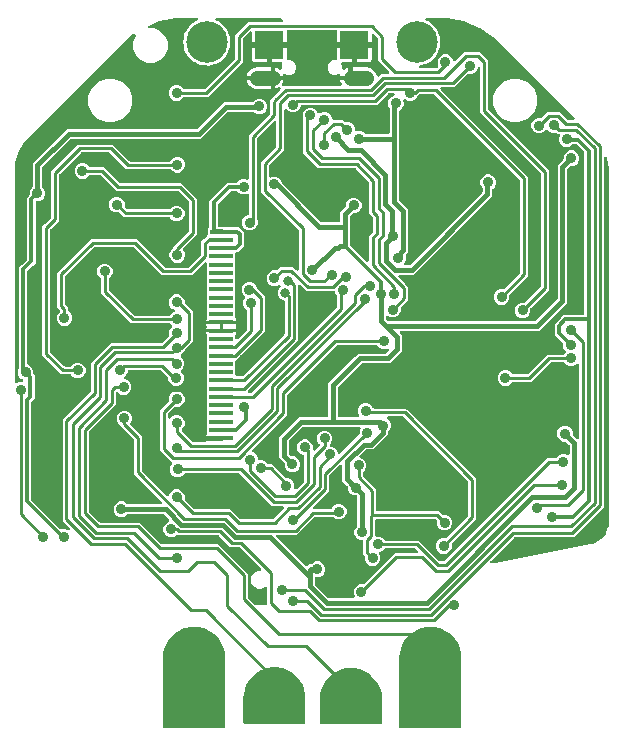
<source format=gbr>
G04 EAGLE Gerber RS-274X export*
G75*
%MOMM*%
%FSLAX34Y34*%
%LPD*%
%INBottom Copper*%
%IPPOS*%
%AMOC8*
5,1,8,0,0,1.08239X$1,22.5*%
G01*
%ADD10C,3.516000*%
%ADD11C,4.216000*%
%ADD12R,2.413000X2.413000*%
%ADD13C,1.308000*%
%ADD14R,2.000000X0.400000*%
%ADD15C,0.906400*%
%ADD16C,0.406400*%
%ADD17C,0.254000*%
%ADD18C,0.304800*%
%ADD19C,0.800100*%
%ADD20C,0.203200*%

G36*
X-38744Y-201279D02*
X-38744Y-201279D01*
X-38625Y-201272D01*
X-38587Y-201259D01*
X-38546Y-201254D01*
X-38436Y-201211D01*
X-38323Y-201174D01*
X-38288Y-201152D01*
X-38251Y-201137D01*
X-38155Y-201068D01*
X-38054Y-201004D01*
X-38026Y-200974D01*
X-37993Y-200951D01*
X-37917Y-200859D01*
X-37836Y-200772D01*
X-37816Y-200737D01*
X-37791Y-200706D01*
X-37740Y-200598D01*
X-37682Y-200494D01*
X-37672Y-200454D01*
X-37655Y-200418D01*
X-37633Y-200301D01*
X-37603Y-200186D01*
X-37599Y-200126D01*
X-37595Y-200106D01*
X-37597Y-200085D01*
X-37593Y-200025D01*
X-37593Y-186816D01*
X-37610Y-186678D01*
X-37623Y-186540D01*
X-37630Y-186521D01*
X-37633Y-186501D01*
X-37684Y-186371D01*
X-37731Y-186240D01*
X-37742Y-186224D01*
X-37750Y-186205D01*
X-37831Y-186092D01*
X-37909Y-185977D01*
X-37925Y-185964D01*
X-37936Y-185948D01*
X-38044Y-185859D01*
X-38148Y-185767D01*
X-38166Y-185758D01*
X-38181Y-185745D01*
X-38307Y-185686D01*
X-38431Y-185622D01*
X-38451Y-185618D01*
X-38469Y-185609D01*
X-38605Y-185583D01*
X-38741Y-185553D01*
X-38762Y-185553D01*
X-38781Y-185549D01*
X-38920Y-185558D01*
X-39059Y-185562D01*
X-39079Y-185568D01*
X-39099Y-185569D01*
X-39231Y-185612D01*
X-39365Y-185651D01*
X-39382Y-185661D01*
X-39401Y-185667D01*
X-39519Y-185742D01*
X-39639Y-185812D01*
X-39660Y-185831D01*
X-39670Y-185837D01*
X-39684Y-185852D01*
X-39760Y-185919D01*
X-39939Y-186098D01*
X-42710Y-187246D01*
X-45710Y-187246D01*
X-48481Y-186098D01*
X-50603Y-183976D01*
X-51751Y-181205D01*
X-51751Y-178205D01*
X-50603Y-175434D01*
X-48481Y-173312D01*
X-45710Y-172164D01*
X-44105Y-172164D01*
X-43967Y-172147D01*
X-43828Y-172134D01*
X-43809Y-172127D01*
X-43789Y-172124D01*
X-43660Y-172073D01*
X-43529Y-172026D01*
X-43512Y-172015D01*
X-43494Y-172007D01*
X-43381Y-171926D01*
X-43266Y-171848D01*
X-43253Y-171832D01*
X-43236Y-171821D01*
X-43148Y-171714D01*
X-43055Y-171609D01*
X-43046Y-171591D01*
X-43033Y-171576D01*
X-42974Y-171450D01*
X-42911Y-171326D01*
X-42906Y-171306D01*
X-42898Y-171288D01*
X-42872Y-171152D01*
X-42841Y-171016D01*
X-42842Y-170995D01*
X-42838Y-170976D01*
X-42847Y-170837D01*
X-42851Y-170698D01*
X-42857Y-170678D01*
X-42858Y-170658D01*
X-42901Y-170526D01*
X-42939Y-170392D01*
X-42950Y-170375D01*
X-42956Y-170356D01*
X-43030Y-170238D01*
X-43101Y-170118D01*
X-43119Y-170097D01*
X-43126Y-170087D01*
X-43141Y-170073D01*
X-43207Y-169998D01*
X-60686Y-152518D01*
X-60765Y-152458D01*
X-60837Y-152390D01*
X-60890Y-152361D01*
X-60938Y-152324D01*
X-61029Y-152284D01*
X-61115Y-152236D01*
X-61174Y-152221D01*
X-61229Y-152197D01*
X-61327Y-152182D01*
X-61423Y-152157D01*
X-61523Y-152151D01*
X-61544Y-152147D01*
X-61556Y-152149D01*
X-61584Y-152147D01*
X-68982Y-152147D01*
X-78771Y-142358D01*
X-78849Y-142298D01*
X-78921Y-142230D01*
X-78974Y-142201D01*
X-79022Y-142164D01*
X-79113Y-142124D01*
X-79200Y-142076D01*
X-79258Y-142061D01*
X-79314Y-142037D01*
X-79412Y-142022D01*
X-79508Y-141997D01*
X-79608Y-141991D01*
X-79628Y-141987D01*
X-79640Y-141989D01*
X-79668Y-141987D01*
X-114397Y-141987D01*
X-114495Y-141999D01*
X-114594Y-142002D01*
X-114652Y-142019D01*
X-114713Y-142027D01*
X-114805Y-142063D01*
X-114900Y-142091D01*
X-114952Y-142121D01*
X-115008Y-142144D01*
X-115088Y-142202D01*
X-115174Y-142252D01*
X-115249Y-142318D01*
X-115266Y-142330D01*
X-115274Y-142340D01*
X-115295Y-142359D01*
X-115390Y-142454D01*
X-117802Y-143453D01*
X-120414Y-143453D01*
X-122827Y-142454D01*
X-124674Y-140607D01*
X-125673Y-138194D01*
X-125673Y-135582D01*
X-124674Y-133170D01*
X-122827Y-131323D01*
X-121356Y-130714D01*
X-121313Y-130689D01*
X-121266Y-130672D01*
X-121176Y-130611D01*
X-121080Y-130556D01*
X-121044Y-130522D01*
X-121003Y-130494D01*
X-120931Y-130412D01*
X-120852Y-130335D01*
X-120826Y-130293D01*
X-120793Y-130255D01*
X-120743Y-130158D01*
X-120685Y-130064D01*
X-120671Y-130016D01*
X-120648Y-129972D01*
X-120624Y-129865D01*
X-120592Y-129760D01*
X-120589Y-129710D01*
X-120579Y-129662D01*
X-120582Y-129552D01*
X-120577Y-129442D01*
X-120587Y-129394D01*
X-120588Y-129344D01*
X-120619Y-129239D01*
X-120641Y-129131D01*
X-120663Y-129086D01*
X-120677Y-129039D01*
X-120732Y-128944D01*
X-120781Y-128845D01*
X-120813Y-128807D01*
X-120838Y-128765D01*
X-120945Y-128644D01*
X-125137Y-124451D01*
X-125215Y-124391D01*
X-125287Y-124323D01*
X-125340Y-124294D01*
X-125388Y-124257D01*
X-125479Y-124217D01*
X-125566Y-124169D01*
X-125624Y-124154D01*
X-125680Y-124130D01*
X-125778Y-124115D01*
X-125874Y-124090D01*
X-125974Y-124084D01*
X-125994Y-124080D01*
X-126006Y-124082D01*
X-126034Y-124080D01*
X-155545Y-124080D01*
X-155643Y-124092D01*
X-155742Y-124095D01*
X-155800Y-124112D01*
X-155861Y-124120D01*
X-155953Y-124156D01*
X-156048Y-124184D01*
X-156100Y-124214D01*
X-156156Y-124237D01*
X-156236Y-124295D01*
X-156322Y-124345D01*
X-156397Y-124411D01*
X-156414Y-124423D01*
X-156421Y-124433D01*
X-156443Y-124451D01*
X-157571Y-125580D01*
X-159984Y-126580D01*
X-162596Y-126580D01*
X-165009Y-125580D01*
X-166855Y-123734D01*
X-167855Y-121321D01*
X-167855Y-118709D01*
X-166855Y-116296D01*
X-165009Y-114450D01*
X-162596Y-113450D01*
X-159984Y-113450D01*
X-157571Y-114450D01*
X-156443Y-115579D01*
X-156364Y-115639D01*
X-156292Y-115707D01*
X-156239Y-115736D01*
X-156191Y-115773D01*
X-156100Y-115813D01*
X-156014Y-115861D01*
X-155955Y-115876D01*
X-155899Y-115900D01*
X-155801Y-115915D01*
X-155706Y-115940D01*
X-155606Y-115946D01*
X-155585Y-115950D01*
X-155573Y-115948D01*
X-155545Y-115950D01*
X-127751Y-115950D01*
X-127613Y-115933D01*
X-127474Y-115920D01*
X-127455Y-115913D01*
X-127435Y-115910D01*
X-127306Y-115859D01*
X-127175Y-115812D01*
X-127158Y-115801D01*
X-127140Y-115793D01*
X-127027Y-115712D01*
X-126912Y-115634D01*
X-126899Y-115618D01*
X-126882Y-115607D01*
X-126794Y-115499D01*
X-126701Y-115395D01*
X-126692Y-115377D01*
X-126679Y-115362D01*
X-126620Y-115236D01*
X-126557Y-115112D01*
X-126552Y-115092D01*
X-126544Y-115074D01*
X-126518Y-114938D01*
X-126487Y-114802D01*
X-126488Y-114781D01*
X-126484Y-114762D01*
X-126493Y-114623D01*
X-126497Y-114484D01*
X-126503Y-114464D01*
X-126504Y-114444D01*
X-126547Y-114312D01*
X-126585Y-114178D01*
X-126596Y-114161D01*
X-126602Y-114142D01*
X-126676Y-114024D01*
X-126747Y-113904D01*
X-126765Y-113883D01*
X-126772Y-113873D01*
X-126787Y-113859D01*
X-126853Y-113784D01*
X-148316Y-92320D01*
X-150623Y-90014D01*
X-150623Y-61584D01*
X-150635Y-61486D01*
X-150638Y-61387D01*
X-150655Y-61328D01*
X-150663Y-61268D01*
X-150699Y-61176D01*
X-150727Y-61081D01*
X-150757Y-61029D01*
X-150780Y-60973D01*
X-150838Y-60893D01*
X-150888Y-60807D01*
X-150954Y-60732D01*
X-150966Y-60715D01*
X-150976Y-60707D01*
X-150994Y-60686D01*
X-162061Y-49620D01*
X-162065Y-49589D01*
X-162068Y-49490D01*
X-162085Y-49432D01*
X-162093Y-49371D01*
X-162129Y-49279D01*
X-162157Y-49184D01*
X-162187Y-49132D01*
X-162210Y-49076D01*
X-162268Y-48996D01*
X-162318Y-48910D01*
X-162384Y-48835D01*
X-162396Y-48818D01*
X-162406Y-48811D01*
X-162424Y-48789D01*
X-164315Y-46899D01*
X-165315Y-44486D01*
X-165315Y-41874D01*
X-164315Y-39461D01*
X-162469Y-37615D01*
X-160056Y-36615D01*
X-157444Y-36615D01*
X-155031Y-37615D01*
X-153185Y-39461D01*
X-152185Y-41874D01*
X-152185Y-44486D01*
X-153185Y-46899D01*
X-153415Y-47129D01*
X-153488Y-47223D01*
X-153567Y-47312D01*
X-153585Y-47348D01*
X-153610Y-47380D01*
X-153657Y-47490D01*
X-153712Y-47596D01*
X-153720Y-47635D01*
X-153736Y-47672D01*
X-153755Y-47790D01*
X-153781Y-47906D01*
X-153780Y-47946D01*
X-153786Y-47986D01*
X-153775Y-48105D01*
X-153772Y-48224D01*
X-153760Y-48263D01*
X-153756Y-48303D01*
X-153716Y-48415D01*
X-153683Y-48529D01*
X-153663Y-48564D01*
X-153649Y-48602D01*
X-153582Y-48701D01*
X-153522Y-48803D01*
X-153482Y-48848D01*
X-153470Y-48865D01*
X-153455Y-48879D01*
X-153415Y-48924D01*
X-144017Y-58322D01*
X-144017Y-86752D01*
X-144005Y-86850D01*
X-144002Y-86949D01*
X-143985Y-87008D01*
X-143977Y-87068D01*
X-143941Y-87160D01*
X-143913Y-87255D01*
X-143883Y-87307D01*
X-143860Y-87363D01*
X-143802Y-87443D01*
X-143752Y-87529D01*
X-143686Y-87604D01*
X-143674Y-87621D01*
X-143664Y-87629D01*
X-143646Y-87650D01*
X-122759Y-108536D01*
X-122720Y-108567D01*
X-122686Y-108604D01*
X-122595Y-108664D01*
X-122508Y-108731D01*
X-122462Y-108751D01*
X-122421Y-108778D01*
X-122317Y-108814D01*
X-122216Y-108858D01*
X-122167Y-108865D01*
X-122120Y-108881D01*
X-122010Y-108890D01*
X-121902Y-108907D01*
X-121852Y-108903D01*
X-121803Y-108907D01*
X-121694Y-108888D01*
X-121585Y-108878D01*
X-121538Y-108861D01*
X-121489Y-108852D01*
X-121389Y-108807D01*
X-121286Y-108770D01*
X-121245Y-108742D01*
X-121199Y-108722D01*
X-121114Y-108653D01*
X-121023Y-108591D01*
X-120990Y-108554D01*
X-120951Y-108523D01*
X-120885Y-108435D01*
X-120812Y-108353D01*
X-120790Y-108309D01*
X-120760Y-108269D01*
X-120689Y-108125D01*
X-119865Y-106136D01*
X-118019Y-104290D01*
X-115606Y-103290D01*
X-112994Y-103290D01*
X-110581Y-104290D01*
X-108735Y-106136D01*
X-107735Y-108549D01*
X-107735Y-111223D01*
X-107723Y-111321D01*
X-107720Y-111420D01*
X-107703Y-111479D01*
X-107695Y-111539D01*
X-107659Y-111631D01*
X-107631Y-111726D01*
X-107601Y-111778D01*
X-107578Y-111834D01*
X-107520Y-111914D01*
X-107470Y-112000D01*
X-107404Y-112075D01*
X-107392Y-112092D01*
X-107382Y-112100D01*
X-107364Y-112121D01*
X-99969Y-119516D01*
X-99890Y-119576D01*
X-99818Y-119644D01*
X-99765Y-119673D01*
X-99717Y-119710D01*
X-99626Y-119750D01*
X-99540Y-119798D01*
X-99481Y-119813D01*
X-99426Y-119837D01*
X-99328Y-119852D01*
X-99232Y-119877D01*
X-99132Y-119883D01*
X-99111Y-119887D01*
X-99099Y-119885D01*
X-99071Y-119887D01*
X-69117Y-119887D01*
X-61107Y-127898D01*
X-61028Y-127958D01*
X-60956Y-128026D01*
X-60903Y-128055D01*
X-60855Y-128092D01*
X-60764Y-128132D01*
X-60678Y-128180D01*
X-60619Y-128195D01*
X-60564Y-128219D01*
X-60466Y-128234D01*
X-60370Y-128259D01*
X-60270Y-128265D01*
X-60249Y-128269D01*
X-60237Y-128267D01*
X-60209Y-128269D01*
X-33136Y-128269D01*
X-33038Y-128257D01*
X-32939Y-128254D01*
X-32880Y-128237D01*
X-32820Y-128229D01*
X-32728Y-128193D01*
X-32633Y-128165D01*
X-32581Y-128135D01*
X-32525Y-128112D01*
X-32445Y-128054D01*
X-32359Y-128004D01*
X-32284Y-127938D01*
X-32267Y-127926D01*
X-32259Y-127916D01*
X-32238Y-127898D01*
X-24110Y-119769D01*
X-24025Y-119660D01*
X-23936Y-119553D01*
X-23928Y-119534D01*
X-23915Y-119518D01*
X-23860Y-119390D01*
X-23801Y-119265D01*
X-23797Y-119245D01*
X-23789Y-119226D01*
X-23767Y-119088D01*
X-23741Y-118952D01*
X-23742Y-118932D01*
X-23739Y-118912D01*
X-23752Y-118773D01*
X-23761Y-118635D01*
X-23767Y-118616D01*
X-23769Y-118596D01*
X-23816Y-118464D01*
X-23859Y-118333D01*
X-23870Y-118315D01*
X-23877Y-118296D01*
X-23955Y-118181D01*
X-24029Y-118064D01*
X-24044Y-118050D01*
X-24055Y-118033D01*
X-24159Y-117941D01*
X-24261Y-117846D01*
X-24278Y-117836D01*
X-24294Y-117823D01*
X-24418Y-117759D01*
X-24539Y-117692D01*
X-24559Y-117687D01*
X-24577Y-117678D01*
X-24713Y-117648D01*
X-24847Y-117613D01*
X-24875Y-117611D01*
X-24887Y-117608D01*
X-24908Y-117609D01*
X-25008Y-117603D01*
X-33753Y-117603D01*
X-61321Y-90034D01*
X-61400Y-89974D01*
X-61472Y-89906D01*
X-61525Y-89877D01*
X-61573Y-89840D01*
X-61664Y-89800D01*
X-61750Y-89752D01*
X-61809Y-89737D01*
X-61864Y-89713D01*
X-61962Y-89698D01*
X-62058Y-89673D01*
X-62158Y-89667D01*
X-62179Y-89663D01*
X-62191Y-89665D01*
X-62219Y-89663D01*
X-107158Y-89663D01*
X-107256Y-89675D01*
X-107355Y-89678D01*
X-107413Y-89695D01*
X-107474Y-89703D01*
X-107566Y-89739D01*
X-107661Y-89767D01*
X-107713Y-89797D01*
X-107769Y-89820D01*
X-107849Y-89878D01*
X-107935Y-89928D01*
X-108010Y-89994D01*
X-108027Y-90006D01*
X-108034Y-90016D01*
X-108056Y-90034D01*
X-109946Y-91925D01*
X-112359Y-92925D01*
X-114971Y-92925D01*
X-117384Y-91925D01*
X-119230Y-90079D01*
X-120230Y-87666D01*
X-120230Y-85054D01*
X-119230Y-82641D01*
X-118472Y-81883D01*
X-118387Y-81774D01*
X-118299Y-81667D01*
X-118290Y-81648D01*
X-118277Y-81632D01*
X-118222Y-81504D01*
X-118163Y-81379D01*
X-118159Y-81359D01*
X-118151Y-81340D01*
X-118129Y-81202D01*
X-118103Y-81066D01*
X-118104Y-81046D01*
X-118101Y-81026D01*
X-118114Y-80887D01*
X-118123Y-80749D01*
X-118129Y-80730D01*
X-118131Y-80710D01*
X-118178Y-80578D01*
X-118221Y-80447D01*
X-118232Y-80429D01*
X-118239Y-80410D01*
X-118317Y-80295D01*
X-118391Y-80178D01*
X-118406Y-80164D01*
X-118417Y-80147D01*
X-118521Y-80055D01*
X-118623Y-79960D01*
X-118641Y-79950D01*
X-118656Y-79937D01*
X-118732Y-79898D01*
X-128398Y-70232D01*
X-128398Y-36097D01*
X-121236Y-28936D01*
X-121176Y-28857D01*
X-121108Y-28785D01*
X-121079Y-28732D01*
X-121042Y-28684D01*
X-121002Y-28593D01*
X-120954Y-28507D01*
X-120939Y-28448D01*
X-120915Y-28393D01*
X-120900Y-28295D01*
X-120875Y-28199D01*
X-120869Y-28099D01*
X-120865Y-28078D01*
X-120867Y-28066D01*
X-120865Y-28038D01*
X-120865Y-25364D01*
X-119865Y-22951D01*
X-118019Y-21105D01*
X-115606Y-20105D01*
X-112994Y-20105D01*
X-110581Y-21105D01*
X-108735Y-22951D01*
X-107735Y-25364D01*
X-107735Y-27976D01*
X-108735Y-30389D01*
X-110581Y-32235D01*
X-112994Y-33235D01*
X-115668Y-33235D01*
X-115766Y-33247D01*
X-115865Y-33250D01*
X-115924Y-33267D01*
X-115984Y-33275D01*
X-116076Y-33311D01*
X-116171Y-33339D01*
X-116223Y-33369D01*
X-116279Y-33392D01*
X-116359Y-33450D01*
X-116445Y-33500D01*
X-116520Y-33566D01*
X-116537Y-33578D01*
X-116545Y-33588D01*
X-116566Y-33606D01*
X-121421Y-38461D01*
X-121481Y-38540D01*
X-121549Y-38612D01*
X-121578Y-38665D01*
X-121615Y-38713D01*
X-121655Y-38804D01*
X-121703Y-38890D01*
X-121718Y-38949D01*
X-121742Y-39004D01*
X-121757Y-39102D01*
X-121782Y-39198D01*
X-121788Y-39298D01*
X-121792Y-39319D01*
X-121790Y-39331D01*
X-121792Y-39359D01*
X-121792Y-42134D01*
X-121775Y-42272D01*
X-121762Y-42410D01*
X-121755Y-42430D01*
X-121752Y-42450D01*
X-121701Y-42579D01*
X-121654Y-42710D01*
X-121643Y-42727D01*
X-121635Y-42745D01*
X-121554Y-42858D01*
X-121476Y-42973D01*
X-121460Y-42986D01*
X-121449Y-43003D01*
X-121341Y-43091D01*
X-121237Y-43183D01*
X-121219Y-43193D01*
X-121204Y-43205D01*
X-121078Y-43265D01*
X-120954Y-43328D01*
X-120934Y-43332D01*
X-120916Y-43341D01*
X-120779Y-43367D01*
X-120644Y-43398D01*
X-120623Y-43397D01*
X-120604Y-43401D01*
X-120465Y-43392D01*
X-120326Y-43388D01*
X-120306Y-43382D01*
X-120286Y-43381D01*
X-120154Y-43338D01*
X-120020Y-43300D01*
X-120003Y-43289D01*
X-119984Y-43283D01*
X-119866Y-43208D01*
X-119746Y-43138D01*
X-119725Y-43119D01*
X-119715Y-43113D01*
X-119701Y-43098D01*
X-119626Y-43032D01*
X-118019Y-41425D01*
X-115606Y-40425D01*
X-112994Y-40425D01*
X-110581Y-41425D01*
X-108735Y-43271D01*
X-107735Y-45684D01*
X-107735Y-48296D01*
X-108735Y-50709D01*
X-110048Y-52021D01*
X-110120Y-52115D01*
X-110199Y-52205D01*
X-110218Y-52241D01*
X-110242Y-52273D01*
X-110290Y-52382D01*
X-110344Y-52488D01*
X-110353Y-52527D01*
X-110369Y-52565D01*
X-110388Y-52682D01*
X-110414Y-52798D01*
X-110412Y-52839D01*
X-110419Y-52879D01*
X-110408Y-52997D01*
X-110404Y-53116D01*
X-110393Y-53155D01*
X-110389Y-53195D01*
X-110349Y-53307D01*
X-110315Y-53422D01*
X-110295Y-53456D01*
X-110281Y-53495D01*
X-110214Y-53593D01*
X-110154Y-53696D01*
X-110114Y-53741D01*
X-110103Y-53758D01*
X-110087Y-53771D01*
X-110048Y-53816D01*
X-101071Y-62793D01*
X-100993Y-62853D01*
X-100921Y-62921D01*
X-100868Y-62950D01*
X-100820Y-62987D01*
X-100729Y-63027D01*
X-100643Y-63075D01*
X-100584Y-63090D01*
X-100528Y-63114D01*
X-100430Y-63129D01*
X-100335Y-63154D01*
X-100235Y-63160D01*
X-100214Y-63164D01*
X-100202Y-63162D01*
X-100174Y-63164D01*
X-90540Y-63164D01*
X-90422Y-63149D01*
X-90303Y-63142D01*
X-90265Y-63129D01*
X-90224Y-63124D01*
X-90114Y-63081D01*
X-90001Y-63044D01*
X-89966Y-63022D01*
X-89929Y-63007D01*
X-89833Y-62938D01*
X-89732Y-62874D01*
X-89704Y-62844D01*
X-89671Y-62821D01*
X-89595Y-62729D01*
X-89514Y-62642D01*
X-89494Y-62607D01*
X-89469Y-62576D01*
X-89418Y-62468D01*
X-89360Y-62364D01*
X-89350Y-62324D01*
X-89333Y-62288D01*
X-89311Y-62171D01*
X-89281Y-62056D01*
X-89277Y-61996D01*
X-89273Y-61976D01*
X-89275Y-61955D01*
X-89271Y-61895D01*
X-89271Y-61164D01*
X-76730Y-61164D01*
X-76612Y-61149D01*
X-76493Y-61142D01*
X-76455Y-61130D01*
X-76415Y-61125D01*
X-76304Y-61081D01*
X-76191Y-61044D01*
X-76157Y-61022D01*
X-76119Y-61008D01*
X-76023Y-60938D01*
X-75922Y-60874D01*
X-75894Y-60844D01*
X-75862Y-60821D01*
X-75786Y-60729D01*
X-75704Y-60642D01*
X-75685Y-60607D01*
X-75659Y-60576D01*
X-75608Y-60468D01*
X-75551Y-60364D01*
X-75541Y-60325D01*
X-75523Y-60288D01*
X-75501Y-60171D01*
X-75471Y-60056D01*
X-75467Y-59996D01*
X-75464Y-59976D01*
X-75464Y-59975D01*
X-75465Y-59955D01*
X-75461Y-59895D01*
X-75476Y-59777D01*
X-75483Y-59658D01*
X-75496Y-59619D01*
X-75501Y-59579D01*
X-75545Y-59469D01*
X-75581Y-59355D01*
X-75603Y-59321D01*
X-75618Y-59284D01*
X-75688Y-59187D01*
X-75752Y-59087D01*
X-75781Y-59059D01*
X-75805Y-59026D01*
X-75897Y-58950D01*
X-75983Y-58869D01*
X-76019Y-58849D01*
X-76050Y-58823D01*
X-76157Y-58773D01*
X-76262Y-58715D01*
X-76301Y-58705D01*
X-76337Y-58688D01*
X-76454Y-58666D01*
X-76570Y-58636D01*
X-76630Y-58632D01*
X-76650Y-58628D01*
X-76670Y-58629D01*
X-76730Y-58626D01*
X-89271Y-58626D01*
X-89271Y-57561D01*
X-89098Y-56914D01*
X-88933Y-56629D01*
X-88897Y-56544D01*
X-88852Y-56463D01*
X-88836Y-56398D01*
X-88810Y-56336D01*
X-88796Y-56244D01*
X-88773Y-56155D01*
X-88766Y-56038D01*
X-88763Y-56021D01*
X-88764Y-56013D01*
X-88763Y-55994D01*
X-88763Y-49938D01*
X-88760Y-49932D01*
X-88706Y-49826D01*
X-88697Y-49787D01*
X-88681Y-49750D01*
X-88662Y-49632D01*
X-88636Y-49516D01*
X-88637Y-49475D01*
X-88631Y-49435D01*
X-88642Y-49317D01*
X-88646Y-49198D01*
X-88657Y-49159D01*
X-88661Y-49119D01*
X-88701Y-49007D01*
X-88734Y-48892D01*
X-88755Y-48858D01*
X-88763Y-48835D01*
X-88763Y-42938D01*
X-88760Y-42932D01*
X-88706Y-42826D01*
X-88697Y-42787D01*
X-88681Y-42750D01*
X-88662Y-42632D01*
X-88636Y-42516D01*
X-88637Y-42475D01*
X-88631Y-42435D01*
X-88642Y-42317D01*
X-88646Y-42198D01*
X-88657Y-42159D01*
X-88661Y-42119D01*
X-88701Y-42007D01*
X-88734Y-41892D01*
X-88755Y-41858D01*
X-88763Y-41835D01*
X-88763Y-35938D01*
X-88760Y-35932D01*
X-88706Y-35826D01*
X-88697Y-35786D01*
X-88681Y-35749D01*
X-88662Y-35632D01*
X-88636Y-35515D01*
X-88637Y-35475D01*
X-88631Y-35435D01*
X-88642Y-35317D01*
X-88646Y-35198D01*
X-88657Y-35159D01*
X-88661Y-35119D01*
X-88701Y-35006D01*
X-88734Y-34892D01*
X-88755Y-34857D01*
X-88763Y-34835D01*
X-88763Y-28938D01*
X-88760Y-28932D01*
X-88706Y-28826D01*
X-88697Y-28787D01*
X-88681Y-28750D01*
X-88662Y-28632D01*
X-88636Y-28516D01*
X-88637Y-28475D01*
X-88631Y-28435D01*
X-88642Y-28317D01*
X-88646Y-28198D01*
X-88657Y-28159D01*
X-88661Y-28119D01*
X-88701Y-28007D01*
X-88734Y-27892D01*
X-88755Y-27858D01*
X-88763Y-27835D01*
X-88763Y-21938D01*
X-88760Y-21932D01*
X-88706Y-21826D01*
X-88697Y-21787D01*
X-88681Y-21750D01*
X-88662Y-21632D01*
X-88636Y-21516D01*
X-88637Y-21475D01*
X-88631Y-21435D01*
X-88642Y-21317D01*
X-88646Y-21198D01*
X-88657Y-21159D01*
X-88661Y-21119D01*
X-88701Y-21007D01*
X-88734Y-20892D01*
X-88755Y-20858D01*
X-88763Y-20835D01*
X-88763Y-14938D01*
X-88760Y-14932D01*
X-88706Y-14826D01*
X-88697Y-14787D01*
X-88681Y-14750D01*
X-88662Y-14632D01*
X-88636Y-14516D01*
X-88637Y-14475D01*
X-88631Y-14435D01*
X-88642Y-14317D01*
X-88646Y-14198D01*
X-88657Y-14159D01*
X-88661Y-14119D01*
X-88701Y-14007D01*
X-88734Y-13892D01*
X-88755Y-13858D01*
X-88763Y-13835D01*
X-88763Y-7938D01*
X-88760Y-7932D01*
X-88706Y-7826D01*
X-88697Y-7787D01*
X-88681Y-7750D01*
X-88662Y-7632D01*
X-88636Y-7516D01*
X-88637Y-7475D01*
X-88631Y-7435D01*
X-88642Y-7317D01*
X-88646Y-7198D01*
X-88657Y-7159D01*
X-88661Y-7119D01*
X-88701Y-7007D01*
X-88734Y-6892D01*
X-88755Y-6858D01*
X-88763Y-6835D01*
X-88763Y-938D01*
X-88760Y-932D01*
X-88706Y-826D01*
X-88697Y-787D01*
X-88681Y-750D01*
X-88662Y-632D01*
X-88636Y-516D01*
X-88637Y-475D01*
X-88631Y-435D01*
X-88642Y-317D01*
X-88646Y-198D01*
X-88657Y-159D01*
X-88661Y-119D01*
X-88701Y-7D01*
X-88734Y108D01*
X-88755Y142D01*
X-88763Y165D01*
X-88763Y6062D01*
X-88760Y6068D01*
X-88706Y6174D01*
X-88697Y6213D01*
X-88681Y6250D01*
X-88662Y6368D01*
X-88636Y6484D01*
X-88637Y6525D01*
X-88631Y6565D01*
X-88642Y6683D01*
X-88646Y6802D01*
X-88657Y6841D01*
X-88661Y6881D01*
X-88701Y6993D01*
X-88734Y7108D01*
X-88755Y7142D01*
X-88763Y7165D01*
X-88763Y13062D01*
X-88760Y13068D01*
X-88706Y13174D01*
X-88697Y13213D01*
X-88681Y13250D01*
X-88662Y13368D01*
X-88636Y13484D01*
X-88637Y13525D01*
X-88631Y13565D01*
X-88642Y13683D01*
X-88646Y13802D01*
X-88657Y13841D01*
X-88661Y13881D01*
X-88701Y13993D01*
X-88734Y14108D01*
X-88755Y14142D01*
X-88763Y14165D01*
X-88763Y20062D01*
X-88760Y20068D01*
X-88706Y20174D01*
X-88697Y20213D01*
X-88681Y20250D01*
X-88662Y20368D01*
X-88636Y20484D01*
X-88637Y20525D01*
X-88631Y20565D01*
X-88642Y20683D01*
X-88646Y20802D01*
X-88657Y20841D01*
X-88661Y20881D01*
X-88701Y20993D01*
X-88734Y21108D01*
X-88755Y21142D01*
X-88763Y21165D01*
X-88763Y27204D01*
X-88774Y27296D01*
X-88776Y27388D01*
X-88794Y27453D01*
X-88803Y27520D01*
X-88837Y27606D01*
X-88861Y27695D01*
X-88913Y27800D01*
X-88920Y27815D01*
X-88925Y27822D01*
X-88933Y27839D01*
X-89098Y28124D01*
X-89271Y28771D01*
X-89271Y29836D01*
X-76730Y29836D01*
X-64189Y29836D01*
X-64189Y28771D01*
X-64362Y28124D01*
X-64527Y27839D01*
X-64563Y27754D01*
X-64608Y27673D01*
X-64624Y27608D01*
X-64650Y27546D01*
X-64664Y27454D01*
X-64687Y27365D01*
X-64694Y27255D01*
X-64695Y27251D01*
X-64694Y27248D01*
X-64697Y27231D01*
X-64696Y27223D01*
X-64697Y27204D01*
X-64697Y24953D01*
X-64680Y24815D01*
X-64667Y24676D01*
X-64660Y24657D01*
X-64657Y24637D01*
X-64606Y24508D01*
X-64559Y24377D01*
X-64548Y24360D01*
X-64540Y24342D01*
X-64459Y24229D01*
X-64381Y24114D01*
X-64365Y24101D01*
X-64354Y24084D01*
X-64246Y23996D01*
X-64142Y23903D01*
X-64124Y23894D01*
X-64109Y23881D01*
X-63983Y23822D01*
X-63859Y23759D01*
X-63839Y23754D01*
X-63821Y23746D01*
X-63685Y23720D01*
X-63549Y23689D01*
X-63528Y23690D01*
X-63509Y23686D01*
X-63370Y23695D01*
X-63231Y23699D01*
X-63211Y23705D01*
X-63191Y23706D01*
X-63059Y23749D01*
X-62925Y23787D01*
X-62908Y23798D01*
X-62889Y23804D01*
X-62771Y23878D01*
X-62651Y23949D01*
X-62630Y23967D01*
X-62620Y23974D01*
X-62606Y23989D01*
X-62531Y24055D01*
X-54982Y31603D01*
X-54922Y31682D01*
X-54854Y31754D01*
X-54825Y31807D01*
X-54788Y31855D01*
X-54748Y31946D01*
X-54700Y32032D01*
X-54685Y32091D01*
X-54661Y32146D01*
X-54646Y32244D01*
X-54621Y32340D01*
X-54615Y32440D01*
X-54611Y32461D01*
X-54613Y32473D01*
X-54611Y32501D01*
X-54611Y47850D01*
X-54614Y47879D01*
X-54612Y47909D01*
X-54634Y48037D01*
X-54651Y48165D01*
X-54661Y48193D01*
X-54666Y48222D01*
X-54720Y48341D01*
X-54768Y48461D01*
X-54785Y48485D01*
X-54797Y48512D01*
X-54878Y48614D01*
X-54954Y48719D01*
X-54977Y48737D01*
X-54996Y48760D01*
X-55099Y48839D01*
X-55199Y48921D01*
X-55226Y48934D01*
X-55250Y48952D01*
X-55394Y49023D01*
X-55448Y49045D01*
X-57294Y50891D01*
X-58294Y53304D01*
X-58294Y55916D01*
X-57294Y58329D01*
X-56863Y58760D01*
X-56790Y58854D01*
X-56711Y58943D01*
X-56693Y58979D01*
X-56668Y59011D01*
X-56620Y59121D01*
X-56566Y59227D01*
X-56558Y59266D01*
X-56542Y59303D01*
X-56523Y59421D01*
X-56497Y59537D01*
X-56498Y59577D01*
X-56492Y59617D01*
X-56503Y59736D01*
X-56506Y59855D01*
X-56518Y59894D01*
X-56521Y59934D01*
X-56562Y60046D01*
X-56595Y60160D01*
X-56615Y60195D01*
X-56629Y60233D01*
X-56696Y60332D01*
X-56756Y60434D01*
X-56796Y60479D01*
X-56808Y60496D01*
X-56823Y60510D01*
X-56863Y60555D01*
X-58526Y62218D01*
X-59525Y64631D01*
X-59525Y67242D01*
X-58526Y69655D01*
X-56679Y71502D01*
X-54266Y72501D01*
X-51654Y72501D01*
X-49242Y71502D01*
X-47395Y69655D01*
X-46396Y67242D01*
X-46396Y66971D01*
X-46383Y66873D01*
X-46380Y66774D01*
X-46363Y66715D01*
X-46356Y66655D01*
X-46319Y66563D01*
X-46292Y66468D01*
X-46261Y66416D01*
X-46239Y66360D01*
X-46181Y66280D01*
X-46130Y66194D01*
X-46064Y66119D01*
X-46052Y66102D01*
X-46042Y66094D01*
X-46024Y66073D01*
X-40084Y60134D01*
X-40084Y30524D01*
X-63906Y6702D01*
X-63967Y6682D01*
X-64002Y6660D01*
X-64039Y6645D01*
X-64135Y6576D01*
X-64236Y6512D01*
X-64264Y6482D01*
X-64297Y6459D01*
X-64373Y6367D01*
X-64454Y6280D01*
X-64474Y6245D01*
X-64499Y6214D01*
X-64550Y6106D01*
X-64608Y6002D01*
X-64618Y5962D01*
X-64635Y5926D01*
X-64657Y5809D01*
X-64687Y5694D01*
X-64691Y5633D01*
X-64695Y5614D01*
X-64693Y5593D01*
X-64697Y5533D01*
X-64697Y148D01*
X-64700Y142D01*
X-64754Y36D01*
X-64763Y-4D01*
X-64779Y-41D01*
X-64798Y-158D01*
X-64824Y-275D01*
X-64823Y-315D01*
X-64829Y-355D01*
X-64818Y-473D01*
X-64814Y-592D01*
X-64803Y-631D01*
X-64799Y-671D01*
X-64759Y-784D01*
X-64726Y-898D01*
X-64705Y-933D01*
X-64697Y-955D01*
X-64697Y-6323D01*
X-64682Y-6441D01*
X-64675Y-6560D01*
X-64662Y-6598D01*
X-64657Y-6639D01*
X-64614Y-6749D01*
X-64577Y-6862D01*
X-64555Y-6897D01*
X-64540Y-6934D01*
X-64471Y-7030D01*
X-64407Y-7131D01*
X-64377Y-7159D01*
X-64354Y-7192D01*
X-64262Y-7268D01*
X-64175Y-7349D01*
X-64140Y-7369D01*
X-64109Y-7394D01*
X-64001Y-7445D01*
X-63897Y-7503D01*
X-63857Y-7513D01*
X-63821Y-7530D01*
X-63704Y-7552D01*
X-63589Y-7582D01*
X-63529Y-7586D01*
X-63509Y-7590D01*
X-63488Y-7588D01*
X-63428Y-7592D01*
X-59144Y-7592D01*
X-59046Y-7580D01*
X-58947Y-7577D01*
X-58888Y-7560D01*
X-58828Y-7552D01*
X-58736Y-7516D01*
X-58641Y-7488D01*
X-58589Y-7458D01*
X-58533Y-7435D01*
X-58453Y-7377D01*
X-58367Y-7327D01*
X-58292Y-7261D01*
X-58275Y-7249D01*
X-58267Y-7239D01*
X-58246Y-7221D01*
X-23399Y27626D01*
X-23339Y27705D01*
X-23271Y27777D01*
X-23242Y27830D01*
X-23205Y27878D01*
X-23165Y27969D01*
X-23117Y28055D01*
X-23102Y28114D01*
X-23078Y28169D01*
X-23063Y28267D01*
X-23038Y28363D01*
X-23032Y28463D01*
X-23028Y28484D01*
X-23030Y28496D01*
X-23028Y28524D01*
X-23028Y56178D01*
X-23031Y56208D01*
X-23029Y56237D01*
X-23051Y56365D01*
X-23068Y56494D01*
X-23078Y56521D01*
X-23083Y56550D01*
X-23137Y56669D01*
X-23185Y56790D01*
X-23202Y56813D01*
X-23214Y56840D01*
X-23295Y56942D01*
X-23371Y57047D01*
X-23394Y57066D01*
X-23413Y57089D01*
X-23516Y57167D01*
X-23616Y57250D01*
X-23643Y57262D01*
X-23667Y57280D01*
X-23811Y57351D01*
X-26155Y58322D01*
X-27852Y60019D01*
X-28771Y62236D01*
X-28771Y64637D01*
X-27852Y66854D01*
X-26846Y67861D01*
X-26803Y67916D01*
X-26753Y67964D01*
X-26706Y68041D01*
X-26651Y68112D01*
X-26623Y68176D01*
X-26587Y68235D01*
X-26560Y68321D01*
X-26524Y68404D01*
X-26513Y68473D01*
X-26493Y68539D01*
X-26489Y68629D01*
X-26475Y68718D01*
X-26481Y68787D01*
X-26478Y68857D01*
X-26496Y68945D01*
X-26504Y69034D01*
X-26528Y69100D01*
X-26542Y69168D01*
X-26582Y69249D01*
X-26612Y69334D01*
X-26651Y69391D01*
X-26682Y69454D01*
X-26740Y69522D01*
X-26791Y69597D01*
X-26843Y69643D01*
X-26888Y69696D01*
X-26962Y69748D01*
X-27029Y69807D01*
X-27091Y69839D01*
X-27148Y69879D01*
X-27232Y69911D01*
X-27312Y69952D01*
X-27380Y69967D01*
X-27446Y69992D01*
X-27535Y70002D01*
X-27623Y70022D01*
X-27692Y70019D01*
X-27762Y70027D01*
X-27851Y70015D01*
X-27940Y70012D01*
X-28007Y69992D01*
X-28077Y69983D01*
X-28229Y69931D01*
X-30422Y69022D01*
X-33034Y69022D01*
X-35447Y70022D01*
X-37293Y71868D01*
X-38293Y74281D01*
X-38293Y76893D01*
X-37293Y79305D01*
X-35447Y81152D01*
X-33034Y82152D01*
X-30360Y82152D01*
X-30262Y82164D01*
X-30163Y82167D01*
X-30104Y82184D01*
X-30044Y82191D01*
X-29952Y82228D01*
X-29857Y82255D01*
X-29805Y82286D01*
X-29749Y82308D01*
X-29669Y82367D01*
X-29583Y82417D01*
X-29508Y82483D01*
X-29491Y82495D01*
X-29484Y82505D01*
X-29462Y82523D01*
X-26746Y85240D01*
X-15878Y85240D01*
X-13049Y82411D01*
X-12940Y82325D01*
X-12833Y82237D01*
X-12814Y82228D01*
X-12798Y82216D01*
X-12670Y82160D01*
X-12545Y82101D01*
X-12525Y82097D01*
X-12506Y82089D01*
X-12368Y82067D01*
X-12232Y82041D01*
X-12212Y82043D01*
X-12192Y82039D01*
X-12053Y82053D01*
X-11915Y82061D01*
X-11896Y82067D01*
X-11876Y82069D01*
X-11744Y82116D01*
X-11613Y82159D01*
X-11595Y82170D01*
X-11576Y82177D01*
X-11461Y82255D01*
X-11344Y82329D01*
X-11330Y82344D01*
X-11313Y82355D01*
X-11221Y82460D01*
X-11126Y82561D01*
X-11116Y82579D01*
X-11103Y82594D01*
X-11039Y82718D01*
X-10972Y82839D01*
X-10967Y82859D01*
X-10958Y82877D01*
X-10928Y83013D01*
X-10893Y83147D01*
X-10891Y83175D01*
X-10888Y83187D01*
X-10889Y83208D01*
X-10883Y83308D01*
X-10883Y115892D01*
X-10895Y115990D01*
X-10898Y116089D01*
X-10915Y116148D01*
X-10923Y116208D01*
X-10959Y116300D01*
X-10987Y116395D01*
X-11017Y116447D01*
X-11040Y116503D01*
X-11098Y116583D01*
X-11148Y116669D01*
X-11214Y116744D01*
X-11226Y116761D01*
X-11236Y116769D01*
X-11254Y116790D01*
X-42887Y148422D01*
X-42887Y173874D01*
X-30344Y186416D01*
X-30284Y186495D01*
X-30216Y186567D01*
X-30187Y186620D01*
X-30150Y186668D01*
X-30110Y186759D01*
X-30062Y186845D01*
X-30047Y186904D01*
X-30023Y186959D01*
X-30008Y187057D01*
X-29983Y187153D01*
X-29977Y187253D01*
X-29973Y187274D01*
X-29975Y187286D01*
X-29973Y187314D01*
X-29973Y207402D01*
X-29990Y207540D01*
X-30003Y207679D01*
X-30010Y207698D01*
X-30013Y207718D01*
X-30064Y207847D01*
X-30111Y207978D01*
X-30122Y207995D01*
X-30130Y208013D01*
X-30211Y208126D01*
X-30289Y208241D01*
X-30305Y208254D01*
X-30316Y208271D01*
X-30424Y208359D01*
X-30528Y208452D01*
X-30546Y208461D01*
X-30561Y208474D01*
X-30687Y208533D01*
X-30811Y208596D01*
X-30831Y208601D01*
X-30849Y208609D01*
X-30985Y208635D01*
X-31121Y208666D01*
X-31142Y208665D01*
X-31161Y208669D01*
X-31300Y208660D01*
X-31439Y208656D01*
X-31459Y208650D01*
X-31479Y208649D01*
X-31611Y208606D01*
X-31745Y208568D01*
X-31762Y208557D01*
X-31781Y208551D01*
X-31899Y208477D01*
X-32019Y208406D01*
X-32040Y208388D01*
X-32050Y208381D01*
X-32064Y208366D01*
X-32139Y208300D01*
X-46491Y193949D01*
X-46551Y193870D01*
X-46619Y193798D01*
X-46648Y193745D01*
X-46685Y193697D01*
X-46725Y193606D01*
X-46773Y193520D01*
X-46788Y193461D01*
X-46812Y193406D01*
X-46827Y193308D01*
X-46852Y193212D01*
X-46858Y193112D01*
X-46862Y193091D01*
X-46860Y193079D01*
X-46862Y193051D01*
X-46862Y158388D01*
X-46850Y158290D01*
X-46847Y158191D01*
X-46830Y158132D01*
X-46822Y158072D01*
X-46786Y157980D01*
X-46758Y157885D01*
X-46728Y157833D01*
X-46705Y157777D01*
X-46648Y157698D01*
X-46648Y125846D01*
X-46647Y125837D01*
X-46648Y125828D01*
X-46627Y125679D01*
X-46608Y125531D01*
X-46605Y125522D01*
X-46604Y125513D01*
X-46552Y125361D01*
X-45926Y123851D01*
X-45926Y121239D01*
X-46926Y118826D01*
X-48772Y116980D01*
X-51185Y115980D01*
X-53797Y115980D01*
X-56210Y116980D01*
X-58056Y118826D01*
X-59056Y121239D01*
X-59056Y123851D01*
X-58056Y126264D01*
X-56210Y128110D01*
X-54037Y129010D01*
X-54012Y129025D01*
X-53984Y129034D01*
X-53874Y129103D01*
X-53761Y129168D01*
X-53740Y129188D01*
X-53715Y129204D01*
X-53626Y129298D01*
X-53533Y129389D01*
X-53517Y129414D01*
X-53497Y129436D01*
X-53434Y129549D01*
X-53366Y129660D01*
X-53358Y129688D01*
X-53343Y129714D01*
X-53311Y129840D01*
X-53273Y129964D01*
X-53271Y129993D01*
X-53264Y130022D01*
X-53254Y130183D01*
X-53254Y145907D01*
X-53260Y145956D01*
X-53258Y146006D01*
X-53280Y146113D01*
X-53294Y146222D01*
X-53312Y146269D01*
X-53322Y146317D01*
X-53370Y146416D01*
X-53411Y146518D01*
X-53440Y146558D01*
X-53462Y146603D01*
X-53533Y146686D01*
X-53597Y146775D01*
X-53636Y146807D01*
X-53668Y146845D01*
X-53758Y146908D01*
X-53842Y146978D01*
X-53887Y146999D01*
X-53928Y147028D01*
X-54031Y147067D01*
X-54130Y147114D01*
X-54179Y147123D01*
X-54225Y147141D01*
X-54335Y147153D01*
X-54442Y147173D01*
X-54492Y147170D01*
X-54541Y147176D01*
X-54650Y147160D01*
X-54760Y147154D01*
X-54807Y147138D01*
X-54856Y147131D01*
X-55009Y147079D01*
X-56479Y146470D01*
X-59091Y146470D01*
X-61504Y147470D01*
X-63140Y149107D01*
X-63219Y149167D01*
X-63291Y149235D01*
X-63344Y149264D01*
X-63392Y149301D01*
X-63483Y149341D01*
X-63569Y149389D01*
X-63628Y149404D01*
X-63684Y149428D01*
X-63782Y149443D01*
X-63877Y149468D01*
X-63977Y149474D01*
X-63998Y149478D01*
X-64010Y149476D01*
X-64038Y149478D01*
X-67851Y149478D01*
X-67949Y149466D01*
X-68048Y149463D01*
X-68106Y149446D01*
X-68167Y149438D01*
X-68259Y149402D01*
X-68354Y149374D01*
X-68406Y149344D01*
X-68462Y149321D01*
X-68542Y149263D01*
X-68628Y149213D01*
X-68703Y149147D01*
X-68720Y149135D01*
X-68727Y149125D01*
X-68749Y149107D01*
X-79257Y138599D01*
X-79317Y138520D01*
X-79385Y138448D01*
X-79414Y138395D01*
X-79451Y138347D01*
X-79491Y138256D01*
X-79539Y138170D01*
X-79554Y138111D01*
X-79578Y138055D01*
X-79593Y137957D01*
X-79618Y137862D01*
X-79624Y137762D01*
X-79628Y137741D01*
X-79626Y137729D01*
X-79628Y137701D01*
X-79628Y120407D01*
X-79613Y120289D01*
X-79606Y120170D01*
X-79593Y120132D01*
X-79588Y120091D01*
X-79545Y119981D01*
X-79508Y119868D01*
X-79486Y119833D01*
X-79471Y119796D01*
X-79402Y119700D01*
X-79338Y119599D01*
X-79308Y119571D01*
X-79285Y119538D01*
X-79193Y119462D01*
X-79106Y119381D01*
X-79071Y119361D01*
X-79040Y119336D01*
X-78932Y119285D01*
X-78828Y119227D01*
X-78788Y119217D01*
X-78752Y119200D01*
X-78635Y119178D01*
X-78520Y119148D01*
X-78460Y119144D01*
X-78440Y119140D01*
X-78419Y119142D01*
X-78359Y119138D01*
X-65388Y119138D01*
X-65284Y119033D01*
X-65205Y118973D01*
X-65133Y118905D01*
X-65080Y118876D01*
X-65032Y118839D01*
X-64942Y118799D01*
X-64855Y118751D01*
X-64796Y118736D01*
X-64741Y118712D01*
X-64643Y118697D01*
X-64547Y118672D01*
X-64447Y118666D01*
X-64427Y118662D01*
X-64414Y118664D01*
X-64386Y118662D01*
X-61562Y118662D01*
X-57403Y114503D01*
X-57403Y102667D01*
X-62522Y97548D01*
X-63428Y97548D01*
X-63546Y97533D01*
X-63665Y97526D01*
X-63703Y97513D01*
X-63744Y97508D01*
X-63854Y97465D01*
X-63967Y97428D01*
X-64002Y97406D01*
X-64039Y97391D01*
X-64135Y97322D01*
X-64236Y97258D01*
X-64264Y97228D01*
X-64297Y97205D01*
X-64373Y97113D01*
X-64454Y97026D01*
X-64474Y96991D01*
X-64499Y96960D01*
X-64550Y96852D01*
X-64608Y96748D01*
X-64618Y96708D01*
X-64635Y96672D01*
X-64657Y96555D01*
X-64687Y96440D01*
X-64691Y96380D01*
X-64695Y96360D01*
X-64693Y96339D01*
X-64697Y96279D01*
X-64697Y91148D01*
X-64700Y91142D01*
X-64754Y91036D01*
X-64763Y90996D01*
X-64779Y90959D01*
X-64798Y90842D01*
X-64824Y90725D01*
X-64823Y90685D01*
X-64829Y90645D01*
X-64818Y90527D01*
X-64814Y90408D01*
X-64803Y90369D01*
X-64799Y90329D01*
X-64759Y90216D01*
X-64726Y90102D01*
X-64705Y90067D01*
X-64697Y90045D01*
X-64697Y84148D01*
X-64700Y84142D01*
X-64754Y84036D01*
X-64763Y83996D01*
X-64779Y83959D01*
X-64798Y83842D01*
X-64824Y83725D01*
X-64823Y83685D01*
X-64829Y83645D01*
X-64818Y83527D01*
X-64814Y83408D01*
X-64803Y83369D01*
X-64799Y83329D01*
X-64759Y83216D01*
X-64726Y83102D01*
X-64705Y83067D01*
X-64697Y83045D01*
X-64697Y77148D01*
X-64700Y77142D01*
X-64754Y77036D01*
X-64763Y76996D01*
X-64779Y76959D01*
X-64798Y76842D01*
X-64824Y76725D01*
X-64823Y76685D01*
X-64829Y76645D01*
X-64818Y76527D01*
X-64814Y76408D01*
X-64803Y76369D01*
X-64799Y76329D01*
X-64759Y76216D01*
X-64726Y76102D01*
X-64705Y76067D01*
X-64697Y76045D01*
X-64697Y70148D01*
X-64700Y70142D01*
X-64754Y70036D01*
X-64763Y69996D01*
X-64779Y69959D01*
X-64798Y69842D01*
X-64824Y69725D01*
X-64823Y69685D01*
X-64829Y69645D01*
X-64818Y69527D01*
X-64814Y69408D01*
X-64803Y69369D01*
X-64799Y69329D01*
X-64759Y69216D01*
X-64726Y69102D01*
X-64705Y69067D01*
X-64697Y69045D01*
X-64697Y63148D01*
X-64700Y63142D01*
X-64754Y63036D01*
X-64763Y62996D01*
X-64779Y62959D01*
X-64798Y62842D01*
X-64824Y62725D01*
X-64823Y62685D01*
X-64829Y62645D01*
X-64818Y62527D01*
X-64814Y62408D01*
X-64803Y62369D01*
X-64799Y62329D01*
X-64759Y62216D01*
X-64726Y62102D01*
X-64705Y62067D01*
X-64697Y62045D01*
X-64697Y56148D01*
X-64700Y56142D01*
X-64754Y56036D01*
X-64763Y55996D01*
X-64779Y55959D01*
X-64798Y55842D01*
X-64824Y55725D01*
X-64823Y55685D01*
X-64829Y55645D01*
X-64818Y55527D01*
X-64814Y55408D01*
X-64803Y55369D01*
X-64799Y55329D01*
X-64759Y55216D01*
X-64726Y55102D01*
X-64705Y55067D01*
X-64697Y55045D01*
X-64697Y49148D01*
X-64700Y49142D01*
X-64754Y49036D01*
X-64763Y48996D01*
X-64779Y48959D01*
X-64798Y48842D01*
X-64824Y48725D01*
X-64823Y48685D01*
X-64829Y48645D01*
X-64818Y48527D01*
X-64814Y48408D01*
X-64803Y48369D01*
X-64799Y48329D01*
X-64759Y48216D01*
X-64726Y48102D01*
X-64705Y48067D01*
X-64697Y48045D01*
X-64697Y42006D01*
X-64686Y41914D01*
X-64684Y41822D01*
X-64666Y41757D01*
X-64657Y41690D01*
X-64623Y41604D01*
X-64599Y41515D01*
X-64547Y41410D01*
X-64540Y41395D01*
X-64535Y41388D01*
X-64527Y41371D01*
X-64362Y41086D01*
X-64189Y40439D01*
X-64189Y39374D01*
X-76730Y39374D01*
X-89271Y39374D01*
X-89271Y40439D01*
X-89098Y41086D01*
X-88933Y41371D01*
X-88897Y41456D01*
X-88852Y41537D01*
X-88836Y41602D01*
X-88810Y41664D01*
X-88796Y41756D01*
X-88773Y41845D01*
X-88766Y41962D01*
X-88763Y41979D01*
X-88764Y41987D01*
X-88763Y42006D01*
X-88763Y48062D01*
X-88760Y48068D01*
X-88706Y48174D01*
X-88697Y48213D01*
X-88681Y48250D01*
X-88662Y48368D01*
X-88636Y48484D01*
X-88637Y48525D01*
X-88631Y48565D01*
X-88642Y48683D01*
X-88646Y48802D01*
X-88657Y48841D01*
X-88661Y48881D01*
X-88701Y48993D01*
X-88734Y49108D01*
X-88755Y49142D01*
X-88763Y49165D01*
X-88763Y55062D01*
X-88760Y55068D01*
X-88706Y55174D01*
X-88697Y55213D01*
X-88681Y55250D01*
X-88662Y55368D01*
X-88636Y55484D01*
X-88637Y55525D01*
X-88631Y55565D01*
X-88642Y55683D01*
X-88646Y55802D01*
X-88657Y55841D01*
X-88661Y55881D01*
X-88701Y55993D01*
X-88734Y56108D01*
X-88755Y56142D01*
X-88763Y56165D01*
X-88763Y62062D01*
X-88760Y62068D01*
X-88706Y62174D01*
X-88697Y62213D01*
X-88681Y62250D01*
X-88662Y62368D01*
X-88636Y62484D01*
X-88637Y62525D01*
X-88631Y62565D01*
X-88642Y62683D01*
X-88646Y62802D01*
X-88657Y62841D01*
X-88661Y62881D01*
X-88701Y62993D01*
X-88734Y63108D01*
X-88755Y63142D01*
X-88763Y63165D01*
X-88763Y69062D01*
X-88760Y69068D01*
X-88706Y69174D01*
X-88697Y69213D01*
X-88681Y69250D01*
X-88662Y69368D01*
X-88636Y69484D01*
X-88637Y69525D01*
X-88631Y69565D01*
X-88642Y69683D01*
X-88646Y69802D01*
X-88657Y69841D01*
X-88661Y69881D01*
X-88701Y69993D01*
X-88734Y70108D01*
X-88755Y70142D01*
X-88763Y70165D01*
X-88763Y76062D01*
X-88760Y76068D01*
X-88706Y76174D01*
X-88697Y76213D01*
X-88681Y76250D01*
X-88662Y76368D01*
X-88636Y76484D01*
X-88637Y76525D01*
X-88631Y76565D01*
X-88642Y76683D01*
X-88646Y76802D01*
X-88657Y76841D01*
X-88661Y76881D01*
X-88701Y76993D01*
X-88734Y77108D01*
X-88755Y77142D01*
X-88763Y77165D01*
X-88763Y83062D01*
X-88760Y83068D01*
X-88706Y83174D01*
X-88697Y83213D01*
X-88681Y83250D01*
X-88662Y83368D01*
X-88636Y83484D01*
X-88637Y83525D01*
X-88631Y83565D01*
X-88642Y83683D01*
X-88646Y83802D01*
X-88657Y83841D01*
X-88661Y83881D01*
X-88701Y83993D01*
X-88734Y84108D01*
X-88755Y84142D01*
X-88763Y84165D01*
X-88763Y87652D01*
X-88780Y87790D01*
X-88793Y87929D01*
X-88800Y87948D01*
X-88803Y87968D01*
X-88854Y88097D01*
X-88901Y88228D01*
X-88912Y88245D01*
X-88920Y88263D01*
X-89001Y88376D01*
X-89079Y88491D01*
X-89095Y88504D01*
X-89106Y88521D01*
X-89214Y88609D01*
X-89318Y88702D01*
X-89336Y88711D01*
X-89351Y88724D01*
X-89477Y88783D01*
X-89601Y88846D01*
X-89621Y88851D01*
X-89639Y88859D01*
X-89775Y88885D01*
X-89911Y88916D01*
X-89932Y88915D01*
X-89951Y88919D01*
X-90090Y88910D01*
X-90229Y88906D01*
X-90249Y88900D01*
X-90269Y88899D01*
X-90401Y88856D01*
X-90535Y88818D01*
X-90552Y88807D01*
X-90571Y88801D01*
X-90689Y88727D01*
X-90809Y88656D01*
X-90830Y88638D01*
X-90840Y88631D01*
X-90854Y88616D01*
X-90929Y88550D01*
X-101502Y77977D01*
X-127098Y77977D01*
X-150856Y101736D01*
X-150935Y101796D01*
X-151007Y101864D01*
X-151060Y101893D01*
X-151108Y101930D01*
X-151199Y101970D01*
X-151285Y102018D01*
X-151344Y102033D01*
X-151399Y102057D01*
X-151497Y102072D01*
X-151593Y102097D01*
X-151693Y102103D01*
X-151714Y102107D01*
X-151726Y102105D01*
X-151754Y102107D01*
X-183526Y102107D01*
X-183624Y102095D01*
X-183723Y102092D01*
X-183782Y102075D01*
X-183842Y102067D01*
X-183934Y102031D01*
X-184029Y102003D01*
X-184081Y101973D01*
X-184137Y101950D01*
X-184217Y101892D01*
X-184303Y101842D01*
X-184378Y101776D01*
X-184395Y101764D01*
X-184403Y101754D01*
X-184424Y101736D01*
X-208416Y77744D01*
X-208476Y77665D01*
X-208544Y77593D01*
X-208573Y77540D01*
X-208610Y77492D01*
X-208650Y77401D01*
X-208698Y77315D01*
X-208713Y77256D01*
X-208737Y77201D01*
X-208752Y77103D01*
X-208777Y77007D01*
X-208783Y76907D01*
X-208787Y76886D01*
X-208785Y76874D01*
X-208787Y76846D01*
X-208787Y53964D01*
X-208775Y53866D01*
X-208772Y53767D01*
X-208755Y53708D01*
X-208747Y53648D01*
X-208711Y53556D01*
X-208683Y53461D01*
X-208653Y53409D01*
X-208630Y53353D01*
X-208572Y53273D01*
X-208522Y53187D01*
X-208456Y53112D01*
X-208444Y53095D01*
X-208434Y53087D01*
X-208416Y53066D01*
X-206247Y50898D01*
X-206247Y48417D01*
X-206235Y48319D01*
X-206232Y48220D01*
X-206215Y48162D01*
X-206207Y48101D01*
X-206171Y48009D01*
X-206143Y47914D01*
X-206113Y47862D01*
X-206090Y47806D01*
X-206032Y47726D01*
X-205982Y47640D01*
X-205916Y47565D01*
X-205904Y47548D01*
X-205894Y47541D01*
X-205876Y47519D01*
X-203985Y45629D01*
X-202985Y43216D01*
X-202985Y40604D01*
X-203985Y38191D01*
X-205831Y36345D01*
X-208244Y35345D01*
X-210856Y35345D01*
X-213269Y36345D01*
X-215115Y38191D01*
X-216115Y40604D01*
X-216115Y43216D01*
X-215115Y45629D01*
X-213615Y47129D01*
X-213542Y47223D01*
X-213463Y47312D01*
X-213445Y47348D01*
X-213420Y47380D01*
X-213373Y47490D01*
X-213318Y47596D01*
X-213310Y47635D01*
X-213294Y47672D01*
X-213275Y47790D01*
X-213249Y47906D01*
X-213250Y47946D01*
X-213244Y47986D01*
X-213255Y48105D01*
X-213258Y48224D01*
X-213270Y48263D01*
X-213274Y48303D01*
X-213314Y48415D01*
X-213347Y48529D01*
X-213367Y48564D01*
X-213381Y48602D01*
X-213448Y48701D01*
X-213508Y48803D01*
X-213548Y48848D01*
X-213560Y48865D01*
X-213575Y48879D01*
X-213615Y48924D01*
X-215393Y50702D01*
X-215393Y80108D01*
X-213086Y82414D01*
X-189094Y106406D01*
X-186788Y108713D01*
X-148492Y108713D01*
X-124734Y84954D01*
X-124655Y84894D01*
X-124583Y84826D01*
X-124530Y84797D01*
X-124482Y84760D01*
X-124391Y84720D01*
X-124305Y84672D01*
X-124246Y84657D01*
X-124191Y84633D01*
X-124093Y84618D01*
X-123997Y84593D01*
X-123897Y84587D01*
X-123876Y84583D01*
X-123864Y84585D01*
X-123836Y84583D01*
X-104764Y84583D01*
X-104666Y84595D01*
X-104567Y84598D01*
X-104508Y84615D01*
X-104448Y84623D01*
X-104356Y84659D01*
X-104261Y84687D01*
X-104209Y84717D01*
X-104153Y84740D01*
X-104073Y84798D01*
X-103987Y84848D01*
X-103912Y84914D01*
X-103895Y84926D01*
X-103887Y84936D01*
X-103866Y84954D01*
X-93844Y94976D01*
X-93784Y95055D01*
X-93716Y95127D01*
X-93687Y95180D01*
X-93650Y95228D01*
X-93610Y95319D01*
X-93562Y95405D01*
X-93547Y95464D01*
X-93523Y95519D01*
X-93508Y95617D01*
X-93483Y95713D01*
X-93477Y95813D01*
X-93473Y95834D01*
X-93475Y95846D01*
X-93473Y95874D01*
X-93473Y106778D01*
X-91167Y109084D01*
X-91166Y109084D01*
X-88634Y111616D01*
X-88574Y111695D01*
X-88506Y111767D01*
X-88477Y111820D01*
X-88440Y111868D01*
X-88400Y111959D01*
X-88352Y112045D01*
X-88337Y112104D01*
X-88313Y112159D01*
X-88298Y112257D01*
X-88273Y112353D01*
X-88267Y112453D01*
X-88263Y112473D01*
X-88265Y112486D01*
X-88263Y112514D01*
X-88263Y117947D01*
X-87113Y119096D01*
X-87053Y119175D01*
X-86985Y119247D01*
X-86956Y119300D01*
X-86919Y119348D01*
X-86879Y119438D01*
X-86831Y119525D01*
X-86816Y119584D01*
X-86792Y119639D01*
X-86777Y119737D01*
X-86752Y119833D01*
X-86746Y119933D01*
X-86742Y119953D01*
X-86744Y119966D01*
X-86742Y119994D01*
X-86742Y141173D01*
X-71323Y156592D01*
X-64038Y156592D01*
X-63940Y156604D01*
X-63841Y156607D01*
X-63783Y156624D01*
X-63722Y156632D01*
X-63630Y156668D01*
X-63535Y156696D01*
X-63483Y156726D01*
X-63427Y156749D01*
X-63347Y156807D01*
X-63261Y156857D01*
X-63186Y156923D01*
X-63169Y156935D01*
X-63162Y156945D01*
X-63140Y156963D01*
X-61504Y158600D01*
X-59091Y159600D01*
X-56479Y159600D01*
X-55223Y159079D01*
X-55175Y159066D01*
X-55130Y159045D01*
X-55022Y159024D01*
X-54916Y158995D01*
X-54866Y158995D01*
X-54817Y158985D01*
X-54708Y158992D01*
X-54598Y158990D01*
X-54550Y159002D01*
X-54500Y159005D01*
X-54396Y159039D01*
X-54289Y159064D01*
X-54245Y159088D01*
X-54198Y159103D01*
X-54105Y159162D01*
X-54008Y159213D01*
X-53971Y159247D01*
X-53929Y159273D01*
X-53854Y159353D01*
X-53772Y159427D01*
X-53745Y159469D01*
X-53711Y159505D01*
X-53658Y159601D01*
X-53598Y159693D01*
X-53581Y159740D01*
X-53557Y159783D01*
X-53530Y159890D01*
X-53494Y159994D01*
X-53490Y160043D01*
X-53478Y160091D01*
X-53468Y160252D01*
X-53468Y196313D01*
X-35424Y214356D01*
X-35364Y214435D01*
X-35296Y214507D01*
X-35267Y214560D01*
X-35230Y214608D01*
X-35190Y214699D01*
X-35142Y214785D01*
X-35127Y214844D01*
X-35103Y214899D01*
X-35088Y214997D01*
X-35063Y215093D01*
X-35057Y215193D01*
X-35053Y215214D01*
X-35055Y215226D01*
X-35053Y215254D01*
X-35053Y226158D01*
X-34916Y226294D01*
X-34856Y226373D01*
X-34788Y226445D01*
X-34759Y226498D01*
X-34722Y226546D01*
X-34682Y226637D01*
X-34634Y226723D01*
X-34619Y226782D01*
X-34595Y226837D01*
X-34580Y226935D01*
X-34555Y227031D01*
X-34549Y227131D01*
X-34545Y227152D01*
X-34547Y227164D01*
X-34545Y227192D01*
X-34545Y227417D01*
X-26746Y235216D01*
X-26672Y235310D01*
X-26594Y235400D01*
X-26575Y235435D01*
X-26551Y235467D01*
X-26503Y235577D01*
X-26449Y235683D01*
X-26440Y235722D01*
X-26424Y235759D01*
X-26406Y235877D01*
X-26380Y235993D01*
X-26381Y236033D01*
X-26375Y236073D01*
X-26386Y236192D01*
X-26389Y236311D01*
X-26401Y236350D01*
X-26404Y236390D01*
X-26445Y236502D01*
X-26478Y236617D01*
X-26498Y236651D01*
X-26512Y236689D01*
X-26579Y236788D01*
X-26640Y236891D01*
X-26668Y236919D01*
X-26691Y236952D01*
X-26780Y237031D01*
X-26864Y237116D01*
X-26899Y237136D01*
X-26929Y237163D01*
X-27035Y237217D01*
X-27138Y237278D01*
X-27176Y237289D01*
X-27212Y237307D01*
X-27329Y237333D01*
X-27443Y237367D01*
X-27483Y237368D01*
X-27523Y237377D01*
X-27642Y237373D01*
X-27761Y237377D01*
X-27800Y237368D01*
X-27840Y237367D01*
X-27955Y237334D01*
X-28072Y237308D01*
X-28126Y237284D01*
X-28146Y237279D01*
X-28164Y237268D01*
X-28219Y237244D01*
X-29514Y236585D01*
X-30874Y236143D01*
X-31001Y236123D01*
X-31001Y243001D01*
X-24123Y243001D01*
X-24143Y242874D01*
X-24585Y241514D01*
X-25244Y240219D01*
X-25285Y240107D01*
X-25332Y239997D01*
X-25338Y239958D01*
X-25352Y239920D01*
X-25363Y239801D01*
X-25382Y239683D01*
X-25378Y239643D01*
X-25382Y239604D01*
X-25363Y239486D01*
X-25352Y239367D01*
X-25339Y239329D01*
X-25332Y239289D01*
X-25285Y239180D01*
X-25244Y239067D01*
X-25222Y239034D01*
X-25206Y238998D01*
X-25133Y238903D01*
X-25066Y238804D01*
X-25036Y238778D01*
X-25011Y238746D01*
X-24917Y238673D01*
X-24827Y238594D01*
X-24792Y238576D01*
X-24760Y238551D01*
X-24651Y238504D01*
X-24544Y238449D01*
X-24505Y238440D01*
X-24468Y238425D01*
X-24351Y238406D01*
X-24234Y238380D01*
X-24194Y238381D01*
X-24154Y238375D01*
X-24036Y238386D01*
X-23916Y238389D01*
X-23877Y238401D01*
X-23838Y238404D01*
X-23725Y238445D01*
X-23670Y238461D01*
X24069Y238461D01*
X24168Y238473D01*
X24267Y238476D01*
X24325Y238493D01*
X24385Y238501D01*
X24477Y238537D01*
X24573Y238565D01*
X24624Y238595D01*
X24680Y238618D01*
X24761Y238676D01*
X24846Y238727D01*
X24889Y238769D01*
X24938Y238804D01*
X25001Y238881D01*
X25071Y238951D01*
X25102Y239003D01*
X25141Y239049D01*
X25183Y239139D01*
X25234Y239225D01*
X25250Y239283D01*
X25276Y239337D01*
X25295Y239435D01*
X25323Y239530D01*
X25325Y239590D01*
X25336Y239649D01*
X25330Y239749D01*
X25333Y239848D01*
X25320Y239907D01*
X25316Y239967D01*
X25285Y240061D01*
X25264Y240158D01*
X25224Y240250D01*
X25218Y240269D01*
X25211Y240280D01*
X25200Y240306D01*
X24585Y241514D01*
X24143Y242874D01*
X24123Y243001D01*
X32270Y243001D01*
X32388Y243016D01*
X32507Y243023D01*
X32545Y243035D01*
X32585Y243041D01*
X32696Y243084D01*
X32809Y243121D01*
X32843Y243143D01*
X32881Y243158D01*
X32977Y243227D01*
X33078Y243291D01*
X33106Y243321D01*
X33138Y243344D01*
X33214Y243436D01*
X33296Y243523D01*
X33315Y243558D01*
X33341Y243589D01*
X33392Y243697D01*
X33449Y243801D01*
X33459Y243841D01*
X33477Y243877D01*
X33499Y243994D01*
X33529Y244109D01*
X33533Y244169D01*
X33536Y244189D01*
X33535Y244210D01*
X33539Y244270D01*
X33539Y244461D01*
X33730Y244461D01*
X33848Y244476D01*
X33967Y244483D01*
X34005Y244496D01*
X34046Y244501D01*
X34156Y244545D01*
X34269Y244581D01*
X34304Y244603D01*
X34341Y244618D01*
X34437Y244688D01*
X34538Y244751D01*
X34566Y244781D01*
X34599Y244805D01*
X34675Y244896D01*
X34756Y244983D01*
X34776Y245018D01*
X34801Y245050D01*
X34852Y245157D01*
X34910Y245262D01*
X34920Y245301D01*
X34937Y245337D01*
X34959Y245454D01*
X34989Y245570D01*
X34993Y245630D01*
X34997Y245650D01*
X34995Y245670D01*
X34999Y245730D01*
X34999Y254081D01*
X46795Y254081D01*
X48206Y253857D01*
X49566Y253415D01*
X50839Y252767D01*
X51996Y251926D01*
X53006Y250916D01*
X53847Y249759D01*
X54495Y248486D01*
X54914Y247196D01*
X54957Y247107D01*
X54990Y247013D01*
X55024Y246963D01*
X55050Y246909D01*
X55113Y246832D01*
X55169Y246750D01*
X55214Y246710D01*
X55252Y246663D01*
X55333Y246605D01*
X55407Y246539D01*
X55461Y246512D01*
X55510Y246476D01*
X55602Y246440D01*
X55691Y246395D01*
X55749Y246382D01*
X55805Y246359D01*
X55904Y246347D01*
X56001Y246325D01*
X56061Y246327D01*
X56121Y246319D01*
X56219Y246332D01*
X56319Y246335D01*
X56377Y246351D01*
X56436Y246359D01*
X56529Y246395D01*
X56624Y246423D01*
X56676Y246454D01*
X56732Y246476D01*
X56813Y246534D01*
X56898Y246585D01*
X56973Y246650D01*
X56990Y246663D01*
X56998Y246672D01*
X57019Y246691D01*
X58995Y248667D01*
X64273Y248667D01*
X64411Y248684D01*
X64550Y248697D01*
X64569Y248704D01*
X64589Y248707D01*
X64718Y248758D01*
X64849Y248805D01*
X64866Y248816D01*
X64884Y248824D01*
X64997Y248905D01*
X65112Y248983D01*
X65125Y248999D01*
X65142Y249010D01*
X65230Y249118D01*
X65323Y249222D01*
X65332Y249240D01*
X65345Y249255D01*
X65404Y249381D01*
X65467Y249505D01*
X65472Y249525D01*
X65480Y249543D01*
X65506Y249679D01*
X65537Y249815D01*
X65536Y249836D01*
X65540Y249855D01*
X65531Y249994D01*
X65527Y250133D01*
X65521Y250153D01*
X65520Y250173D01*
X65477Y250305D01*
X65439Y250439D01*
X65428Y250456D01*
X65422Y250475D01*
X65348Y250593D01*
X65277Y250713D01*
X65259Y250734D01*
X65252Y250744D01*
X65237Y250758D01*
X65171Y250833D01*
X56387Y259617D01*
X56387Y278141D01*
X56375Y278239D01*
X56372Y278338D01*
X56355Y278397D01*
X56347Y278457D01*
X56311Y278549D01*
X56283Y278644D01*
X56253Y278696D01*
X56230Y278752D01*
X56172Y278832D01*
X56122Y278918D01*
X56056Y278993D01*
X56044Y279010D01*
X56034Y279018D01*
X56016Y279039D01*
X52772Y282282D01*
X52663Y282367D01*
X52556Y282456D01*
X52537Y282464D01*
X52521Y282477D01*
X52393Y282532D01*
X52268Y282591D01*
X52248Y282595D01*
X52229Y282603D01*
X52091Y282625D01*
X51955Y282651D01*
X51935Y282650D01*
X51915Y282653D01*
X51776Y282640D01*
X51638Y282631D01*
X51619Y282625D01*
X51599Y282623D01*
X51467Y282576D01*
X51336Y282533D01*
X51318Y282522D01*
X51299Y282515D01*
X51184Y282437D01*
X51067Y282363D01*
X51053Y282348D01*
X51036Y282337D01*
X50944Y282233D01*
X50849Y282131D01*
X50839Y282114D01*
X50826Y282098D01*
X50762Y281974D01*
X50695Y281853D01*
X50690Y281833D01*
X50681Y281815D01*
X50651Y281679D01*
X50616Y281545D01*
X50614Y281517D01*
X50611Y281505D01*
X50612Y281484D01*
X50606Y281384D01*
X50606Y275249D01*
X36980Y275249D01*
X36862Y275234D01*
X36743Y275227D01*
X36705Y275214D01*
X36665Y275209D01*
X36554Y275166D01*
X36441Y275129D01*
X36407Y275107D01*
X36369Y275092D01*
X36273Y275023D01*
X36172Y274959D01*
X36144Y274929D01*
X36112Y274906D01*
X36036Y274814D01*
X36004Y274780D01*
X35999Y274788D01*
X35969Y274816D01*
X35945Y274849D01*
X35854Y274925D01*
X35767Y275006D01*
X35732Y275026D01*
X35700Y275051D01*
X35593Y275102D01*
X35488Y275160D01*
X35449Y275170D01*
X35413Y275187D01*
X35296Y275209D01*
X35180Y275239D01*
X35120Y275243D01*
X35100Y275247D01*
X35080Y275245D01*
X35020Y275249D01*
X21394Y275249D01*
X21394Y284353D01*
X21379Y284471D01*
X21372Y284590D01*
X21359Y284628D01*
X21354Y284669D01*
X21311Y284779D01*
X21274Y284892D01*
X21252Y284927D01*
X21237Y284964D01*
X21168Y285060D01*
X21104Y285161D01*
X21074Y285189D01*
X21051Y285222D01*
X20959Y285298D01*
X20872Y285379D01*
X20837Y285399D01*
X20806Y285424D01*
X20698Y285475D01*
X20594Y285533D01*
X20554Y285543D01*
X20518Y285560D01*
X20401Y285582D01*
X20286Y285612D01*
X20226Y285616D01*
X20206Y285620D01*
X20185Y285618D01*
X20125Y285622D01*
X-20125Y285622D01*
X-20243Y285607D01*
X-20362Y285600D01*
X-20400Y285587D01*
X-20441Y285582D01*
X-20551Y285539D01*
X-20664Y285502D01*
X-20699Y285480D01*
X-20736Y285465D01*
X-20832Y285396D01*
X-20933Y285332D01*
X-20961Y285302D01*
X-20994Y285279D01*
X-21070Y285187D01*
X-21151Y285100D01*
X-21171Y285065D01*
X-21196Y285034D01*
X-21247Y284926D01*
X-21305Y284822D01*
X-21315Y284782D01*
X-21332Y284746D01*
X-21354Y284629D01*
X-21384Y284514D01*
X-21388Y284454D01*
X-21392Y284434D01*
X-21390Y284413D01*
X-21394Y284353D01*
X-21394Y275249D01*
X-35020Y275249D01*
X-35138Y275234D01*
X-35257Y275227D01*
X-35295Y275214D01*
X-35335Y275209D01*
X-35446Y275166D01*
X-35559Y275129D01*
X-35593Y275107D01*
X-35631Y275092D01*
X-35727Y275023D01*
X-35828Y274959D01*
X-35856Y274929D01*
X-35888Y274906D01*
X-35964Y274814D01*
X-35996Y274780D01*
X-36001Y274788D01*
X-36031Y274816D01*
X-36055Y274849D01*
X-36146Y274925D01*
X-36233Y275006D01*
X-36268Y275026D01*
X-36300Y275051D01*
X-36407Y275102D01*
X-36512Y275160D01*
X-36551Y275170D01*
X-36587Y275187D01*
X-36704Y275209D01*
X-36820Y275239D01*
X-36880Y275243D01*
X-36900Y275247D01*
X-36920Y275245D01*
X-36980Y275249D01*
X-50606Y275249D01*
X-50606Y283289D01*
X-50623Y283427D01*
X-50636Y283566D01*
X-50643Y283585D01*
X-50646Y283605D01*
X-50697Y283734D01*
X-50744Y283865D01*
X-50755Y283882D01*
X-50763Y283900D01*
X-50844Y284013D01*
X-50922Y284128D01*
X-50938Y284141D01*
X-50949Y284158D01*
X-51057Y284247D01*
X-51161Y284339D01*
X-51179Y284348D01*
X-51194Y284361D01*
X-51320Y284420D01*
X-51444Y284483D01*
X-51464Y284488D01*
X-51482Y284496D01*
X-51618Y284522D01*
X-51754Y284553D01*
X-51775Y284552D01*
X-51794Y284556D01*
X-51933Y284547D01*
X-52072Y284543D01*
X-52092Y284537D01*
X-52112Y284536D01*
X-52244Y284493D01*
X-52378Y284455D01*
X-52395Y284444D01*
X-52414Y284438D01*
X-52532Y284364D01*
X-52652Y284293D01*
X-52673Y284275D01*
X-52683Y284268D01*
X-52697Y284253D01*
X-52772Y284187D01*
X-57921Y279039D01*
X-57981Y278960D01*
X-58049Y278888D01*
X-58078Y278835D01*
X-58115Y278787D01*
X-58155Y278696D01*
X-58203Y278610D01*
X-58218Y278551D01*
X-58242Y278496D01*
X-58257Y278398D01*
X-58282Y278302D01*
X-58288Y278202D01*
X-58292Y278181D01*
X-58290Y278169D01*
X-58292Y278141D01*
X-58292Y258982D01*
X-88167Y229107D01*
X-107793Y229107D01*
X-107891Y229095D01*
X-107990Y229092D01*
X-108048Y229075D01*
X-108109Y229067D01*
X-108201Y229031D01*
X-108296Y229003D01*
X-108348Y228973D01*
X-108404Y228950D01*
X-108484Y228892D01*
X-108570Y228842D01*
X-108645Y228776D01*
X-108662Y228764D01*
X-108669Y228754D01*
X-108691Y228736D01*
X-110581Y226845D01*
X-112994Y225845D01*
X-115606Y225845D01*
X-118019Y226845D01*
X-119865Y228691D01*
X-120865Y231104D01*
X-120865Y233716D01*
X-119865Y236129D01*
X-118019Y237975D01*
X-115606Y238975D01*
X-112994Y238975D01*
X-110581Y237975D01*
X-108691Y236084D01*
X-108612Y236024D01*
X-108540Y235956D01*
X-108487Y235927D01*
X-108439Y235890D01*
X-108348Y235850D01*
X-108262Y235802D01*
X-108203Y235787D01*
X-108147Y235763D01*
X-108049Y235748D01*
X-107954Y235723D01*
X-107854Y235717D01*
X-107833Y235713D01*
X-107821Y235715D01*
X-107793Y235713D01*
X-91429Y235713D01*
X-91331Y235725D01*
X-91232Y235728D01*
X-91173Y235745D01*
X-91113Y235753D01*
X-91021Y235789D01*
X-90926Y235817D01*
X-90874Y235847D01*
X-90818Y235870D01*
X-90738Y235928D01*
X-90652Y235978D01*
X-90577Y236044D01*
X-90560Y236056D01*
X-90552Y236066D01*
X-90531Y236084D01*
X-65269Y261346D01*
X-65209Y261425D01*
X-65141Y261497D01*
X-65112Y261550D01*
X-65075Y261598D01*
X-65035Y261689D01*
X-64987Y261775D01*
X-64972Y261834D01*
X-64948Y261889D01*
X-64933Y261987D01*
X-64908Y262083D01*
X-64902Y262183D01*
X-64898Y262204D01*
X-64900Y262216D01*
X-64898Y262244D01*
X-64898Y281403D01*
X-54073Y292228D01*
X-25581Y292228D01*
X-25443Y292245D01*
X-25305Y292258D01*
X-25286Y292265D01*
X-25266Y292268D01*
X-25136Y292319D01*
X-25005Y292366D01*
X-24989Y292377D01*
X-24970Y292385D01*
X-24858Y292466D01*
X-24742Y292544D01*
X-24729Y292560D01*
X-24713Y292571D01*
X-24624Y292679D01*
X-24532Y292783D01*
X-24523Y292801D01*
X-24510Y292816D01*
X-24450Y292942D01*
X-24387Y293066D01*
X-24383Y293086D01*
X-24374Y293104D01*
X-24348Y293241D01*
X-24318Y293376D01*
X-24318Y293397D01*
X-24314Y293416D01*
X-24323Y293555D01*
X-24327Y293694D01*
X-24333Y293714D01*
X-24334Y293734D01*
X-24377Y293866D01*
X-24416Y294000D01*
X-24426Y294017D01*
X-24432Y294036D01*
X-24507Y294154D01*
X-24577Y294274D01*
X-24596Y294295D01*
X-24602Y294305D01*
X-24617Y294319D01*
X-24684Y294394D01*
X-26081Y295792D01*
X-26159Y295852D01*
X-26231Y295920D01*
X-26284Y295949D01*
X-26332Y295986D01*
X-26423Y296026D01*
X-26510Y296074D01*
X-26568Y296089D01*
X-26624Y296113D01*
X-26722Y296128D01*
X-26817Y296153D01*
X-26918Y296159D01*
X-26938Y296163D01*
X-26950Y296161D01*
X-26978Y296163D01*
X-80478Y296163D01*
X-80597Y296148D01*
X-80716Y296141D01*
X-80754Y296128D01*
X-80794Y296123D01*
X-80905Y296080D01*
X-81018Y296043D01*
X-81052Y296021D01*
X-81090Y296006D01*
X-81186Y295936D01*
X-81287Y295872D01*
X-81314Y295843D01*
X-81347Y295820D01*
X-81423Y295728D01*
X-81505Y295641D01*
X-81524Y295605D01*
X-81550Y295575D01*
X-81600Y295467D01*
X-81658Y295362D01*
X-81668Y295323D01*
X-81685Y295287D01*
X-81708Y295170D01*
X-81737Y295054D01*
X-81737Y295014D01*
X-81745Y294975D01*
X-81738Y294855D01*
X-81738Y294736D01*
X-81728Y294697D01*
X-81725Y294657D01*
X-81688Y294544D01*
X-81659Y294428D01*
X-81640Y294393D01*
X-81627Y294355D01*
X-81563Y294254D01*
X-81506Y294149D01*
X-81479Y294120D01*
X-81457Y294086D01*
X-81370Y294004D01*
X-81288Y293917D01*
X-81255Y293895D01*
X-81225Y293868D01*
X-81121Y293810D01*
X-81020Y293746D01*
X-80965Y293724D01*
X-80947Y293714D01*
X-80927Y293709D01*
X-80870Y293687D01*
X-78834Y293025D01*
X-78222Y292475D01*
X-78111Y292397D01*
X-78003Y292316D01*
X-77973Y292301D01*
X-77961Y292293D01*
X-77941Y292286D01*
X-77859Y292245D01*
X-77790Y292217D01*
X-76495Y290922D01*
X-76481Y290911D01*
X-76447Y290876D01*
X-72613Y287424D01*
X-72400Y286946D01*
X-72321Y286816D01*
X-72050Y286161D01*
X-72045Y286152D01*
X-72037Y286131D01*
X-69208Y279776D01*
X-69208Y271404D01*
X-72037Y265049D01*
X-72040Y265039D01*
X-72050Y265019D01*
X-72306Y264401D01*
X-72325Y264377D01*
X-72330Y264369D01*
X-72332Y264365D01*
X-72337Y264354D01*
X-72400Y264234D01*
X-72613Y263756D01*
X-76447Y260304D01*
X-76459Y260290D01*
X-76495Y260258D01*
X-77790Y258963D01*
X-77859Y258935D01*
X-77976Y258868D01*
X-78096Y258805D01*
X-78123Y258784D01*
X-78135Y258777D01*
X-78150Y258762D01*
X-78222Y258705D01*
X-78834Y258155D01*
X-82998Y256802D01*
X-83017Y256793D01*
X-83091Y256767D01*
X-84999Y255977D01*
X-85335Y255977D01*
X-85453Y255962D01*
X-85571Y255955D01*
X-85630Y255940D01*
X-85650Y255937D01*
X-85669Y255930D01*
X-85727Y255915D01*
X-86796Y255568D01*
X-90624Y255970D01*
X-90642Y255970D01*
X-90757Y255977D01*
X-92801Y255977D01*
X-93349Y256204D01*
X-93448Y256231D01*
X-93543Y256267D01*
X-93635Y256282D01*
X-93656Y256288D01*
X-93669Y256288D01*
X-93702Y256294D01*
X-95121Y256443D01*
X-98085Y258154D01*
X-98087Y258155D01*
X-98090Y258157D01*
X-98234Y258228D01*
X-100010Y258963D01*
X-100607Y259560D01*
X-100674Y259612D01*
X-100735Y259673D01*
X-100849Y259748D01*
X-100858Y259755D01*
X-100862Y259757D01*
X-100869Y259762D01*
X-102371Y260629D01*
X-104161Y263093D01*
X-104174Y263107D01*
X-104184Y263123D01*
X-104291Y263244D01*
X-105527Y264480D01*
X-105943Y265486D01*
X-105978Y265546D01*
X-106003Y265610D01*
X-106089Y265746D01*
X-107292Y267401D01*
X-107853Y270039D01*
X-107864Y270073D01*
X-107869Y270109D01*
X-107921Y270261D01*
X-108513Y271689D01*
X-108513Y273012D01*
X-108519Y273064D01*
X-108517Y273116D01*
X-108540Y273276D01*
X-109032Y275590D01*
X-108540Y277904D01*
X-108536Y277957D01*
X-108523Y278007D01*
X-108513Y278168D01*
X-108513Y279491D01*
X-107921Y280919D01*
X-107912Y280953D01*
X-107896Y280985D01*
X-107853Y281141D01*
X-107292Y283779D01*
X-106089Y285434D01*
X-106056Y285495D01*
X-106014Y285550D01*
X-105943Y285694D01*
X-105527Y286700D01*
X-104291Y287936D01*
X-104279Y287951D01*
X-104264Y287963D01*
X-104161Y288087D01*
X-102371Y290551D01*
X-100869Y291418D01*
X-100801Y291470D01*
X-100727Y291514D01*
X-100625Y291604D01*
X-100616Y291611D01*
X-100613Y291614D01*
X-100607Y291620D01*
X-100010Y292217D01*
X-98234Y292952D01*
X-98232Y292954D01*
X-98229Y292954D01*
X-98085Y293026D01*
X-96753Y293795D01*
X-96637Y293883D01*
X-96519Y293968D01*
X-96511Y293979D01*
X-96500Y293987D01*
X-96410Y294101D01*
X-96316Y294213D01*
X-96311Y294226D01*
X-96302Y294236D01*
X-96243Y294370D01*
X-96181Y294501D01*
X-96178Y294514D01*
X-96173Y294527D01*
X-96148Y294671D01*
X-96121Y294814D01*
X-96122Y294827D01*
X-96120Y294840D01*
X-96132Y294986D01*
X-96141Y295131D01*
X-96145Y295144D01*
X-96146Y295157D01*
X-96194Y295295D01*
X-96239Y295433D01*
X-96246Y295445D01*
X-96251Y295458D01*
X-96331Y295579D01*
X-96409Y295702D01*
X-96419Y295711D01*
X-96426Y295723D01*
X-96534Y295820D01*
X-96641Y295920D01*
X-96652Y295927D01*
X-96663Y295936D01*
X-96792Y296003D01*
X-96919Y296074D01*
X-96932Y296077D01*
X-96944Y296083D01*
X-97086Y296117D01*
X-97227Y296153D01*
X-97245Y296154D01*
X-97254Y296156D01*
X-97271Y296156D01*
X-97388Y296163D01*
X-108087Y296163D01*
X-108105Y296161D01*
X-108150Y296162D01*
X-115255Y295812D01*
X-115268Y295810D01*
X-115281Y295811D01*
X-115441Y295789D01*
X-129378Y293013D01*
X-129420Y292999D01*
X-129464Y292993D01*
X-129616Y292941D01*
X-137971Y289474D01*
X-138032Y289440D01*
X-138096Y289414D01*
X-138169Y289361D01*
X-138248Y289317D01*
X-138297Y289268D01*
X-138354Y289228D01*
X-138411Y289158D01*
X-138476Y289095D01*
X-138512Y289036D01*
X-138556Y288983D01*
X-138595Y288901D01*
X-138642Y288824D01*
X-138662Y288758D01*
X-138692Y288695D01*
X-138709Y288606D01*
X-138735Y288520D01*
X-138739Y288451D01*
X-138752Y288383D01*
X-138746Y288293D01*
X-138750Y288202D01*
X-138736Y288134D01*
X-138732Y288065D01*
X-138704Y287979D01*
X-138686Y287891D01*
X-138655Y287829D01*
X-138634Y287763D01*
X-138586Y287686D01*
X-138546Y287605D01*
X-138501Y287553D01*
X-138464Y287494D01*
X-138398Y287432D01*
X-138340Y287363D01*
X-138283Y287324D01*
X-138232Y287276D01*
X-138153Y287232D01*
X-138079Y287181D01*
X-138014Y287156D01*
X-137954Y287122D01*
X-137866Y287100D01*
X-137782Y287068D01*
X-137713Y287060D01*
X-137646Y287043D01*
X-137485Y287033D01*
X-133839Y287033D01*
X-128495Y284819D01*
X-124405Y280729D01*
X-122191Y275384D01*
X-122191Y269600D01*
X-124405Y264255D01*
X-128495Y260165D01*
X-133839Y257951D01*
X-139624Y257951D01*
X-144968Y260165D01*
X-149059Y264255D01*
X-151273Y269600D01*
X-151273Y275384D01*
X-149191Y280410D01*
X-149163Y280511D01*
X-149127Y280610D01*
X-149121Y280664D01*
X-149107Y280717D01*
X-149105Y280822D01*
X-149095Y280926D01*
X-149103Y280980D01*
X-149102Y281035D01*
X-149126Y281137D01*
X-149142Y281241D01*
X-149163Y281291D01*
X-149176Y281344D01*
X-149225Y281437D01*
X-149266Y281533D01*
X-149299Y281577D01*
X-149325Y281625D01*
X-149395Y281703D01*
X-149459Y281786D01*
X-149502Y281820D01*
X-149539Y281860D01*
X-149626Y281918D01*
X-149709Y281983D01*
X-149759Y282005D01*
X-149804Y282035D01*
X-149904Y282069D01*
X-150000Y282112D01*
X-150054Y282121D01*
X-150105Y282138D01*
X-150210Y282147D01*
X-150313Y282164D01*
X-150368Y282159D01*
X-150422Y282164D01*
X-150526Y282146D01*
X-150630Y282137D01*
X-150682Y282119D01*
X-150736Y282109D01*
X-150831Y282066D01*
X-150930Y282031D01*
X-151006Y281988D01*
X-151026Y281979D01*
X-151037Y281969D01*
X-151070Y281950D01*
X-154771Y279472D01*
X-154781Y279464D01*
X-154793Y279458D01*
X-154919Y279357D01*
X-160185Y274574D01*
X-160196Y274561D01*
X-160230Y274531D01*
X-241305Y193276D01*
X-241319Y193259D01*
X-241369Y193208D01*
X-244279Y189827D01*
X-244304Y189790D01*
X-244334Y189759D01*
X-244422Y189624D01*
X-248807Y181872D01*
X-248840Y181793D01*
X-248881Y181718D01*
X-248924Y181588D01*
X-248928Y181578D01*
X-248928Y181574D01*
X-248931Y181565D01*
X-251163Y172943D01*
X-251169Y172900D01*
X-251182Y172858D01*
X-251202Y172698D01*
X-251457Y168245D01*
X-251456Y168226D01*
X-251459Y168172D01*
X-251459Y168155D01*
X-251459Y168151D01*
X-251459Y168144D01*
X-251448Y166744D01*
X-251449Y166740D01*
X-251456Y166628D01*
X-251459Y166610D01*
X-251458Y166600D01*
X-251459Y166579D01*
X-251459Y-12149D01*
X-251453Y-12198D01*
X-251455Y-12248D01*
X-251433Y-12355D01*
X-251419Y-12464D01*
X-251401Y-12511D01*
X-251391Y-12559D01*
X-251343Y-12658D01*
X-251302Y-12760D01*
X-251273Y-12800D01*
X-251251Y-12845D01*
X-251180Y-12928D01*
X-251116Y-13017D01*
X-251077Y-13049D01*
X-251045Y-13087D01*
X-250955Y-13150D01*
X-250871Y-13220D01*
X-250826Y-13241D01*
X-250785Y-13270D01*
X-250682Y-13309D01*
X-250583Y-13356D01*
X-250534Y-13365D01*
X-250488Y-13383D01*
X-250378Y-13395D01*
X-250271Y-13415D01*
X-250221Y-13412D01*
X-250172Y-13418D01*
X-250063Y-13402D01*
X-249953Y-13396D01*
X-249906Y-13380D01*
X-249857Y-13373D01*
X-249704Y-13321D01*
X-247686Y-12485D01*
X-245640Y-12485D01*
X-245571Y-12477D01*
X-245501Y-12478D01*
X-245414Y-12457D01*
X-245324Y-12445D01*
X-245260Y-12420D01*
X-245192Y-12403D01*
X-245112Y-12361D01*
X-245029Y-12328D01*
X-244972Y-12287D01*
X-244911Y-12255D01*
X-244844Y-12194D01*
X-244771Y-12142D01*
X-244727Y-12088D01*
X-244675Y-12041D01*
X-244626Y-11966D01*
X-244569Y-11897D01*
X-244539Y-11833D01*
X-244501Y-11775D01*
X-244471Y-11690D01*
X-244433Y-11609D01*
X-244420Y-11540D01*
X-244397Y-11474D01*
X-244390Y-11385D01*
X-244373Y-11297D01*
X-244378Y-11227D01*
X-244372Y-11157D01*
X-244387Y-11069D01*
X-244393Y-10979D01*
X-244415Y-10913D01*
X-244427Y-10844D01*
X-244463Y-10762D01*
X-244491Y-10677D01*
X-244528Y-10618D01*
X-244557Y-10554D01*
X-244613Y-10484D01*
X-244661Y-10408D01*
X-244712Y-10360D01*
X-244756Y-10306D01*
X-244827Y-10251D01*
X-244893Y-10190D01*
X-244954Y-10156D01*
X-245010Y-10114D01*
X-245154Y-10043D01*
X-246075Y-9662D01*
X-247921Y-7815D01*
X-248921Y-5403D01*
X-248921Y-2791D01*
X-248093Y-794D01*
X-248091Y-785D01*
X-248086Y-776D01*
X-248049Y-631D01*
X-248009Y-487D01*
X-248009Y-478D01*
X-248007Y-469D01*
X-247997Y-308D01*
X-247997Y84693D01*
X-245542Y87148D01*
X-245541Y87148D01*
X-241418Y91271D01*
X-241358Y91350D01*
X-241290Y91422D01*
X-241261Y91475D01*
X-241224Y91523D01*
X-241184Y91614D01*
X-241136Y91700D01*
X-241121Y91759D01*
X-241097Y91815D01*
X-241082Y91913D01*
X-241057Y92008D01*
X-241051Y92108D01*
X-241047Y92129D01*
X-241049Y92141D01*
X-241047Y92169D01*
X-241047Y143713D01*
X-239346Y145413D01*
X-239286Y145492D01*
X-239218Y145564D01*
X-239189Y145617D01*
X-239152Y145665D01*
X-239112Y145756D01*
X-239064Y145842D01*
X-239049Y145901D01*
X-239025Y145957D01*
X-239010Y146055D01*
X-238985Y146150D01*
X-238979Y146250D01*
X-238975Y146271D01*
X-238977Y146283D01*
X-238975Y146311D01*
X-238975Y148626D01*
X-237975Y151039D01*
X-236846Y152167D01*
X-236786Y152246D01*
X-236718Y152318D01*
X-236689Y152371D01*
X-236652Y152419D01*
X-236612Y152510D01*
X-236564Y152596D01*
X-236549Y152655D01*
X-236525Y152711D01*
X-236510Y152809D01*
X-236485Y152904D01*
X-236479Y153004D01*
X-236475Y153025D01*
X-236477Y153037D01*
X-236475Y153065D01*
X-236475Y173134D01*
X-207718Y201891D01*
X-97753Y201891D01*
X-97655Y201903D01*
X-97556Y201906D01*
X-97498Y201923D01*
X-97438Y201931D01*
X-97346Y201967D01*
X-97251Y201995D01*
X-97199Y202025D01*
X-97142Y202048D01*
X-97062Y202106D01*
X-96977Y202156D01*
X-96901Y202222D01*
X-96885Y202234D01*
X-96877Y202244D01*
X-96856Y202262D01*
X-74709Y224410D01*
X-50830Y224410D01*
X-50732Y224422D01*
X-50633Y224425D01*
X-50574Y224442D01*
X-50514Y224450D01*
X-50422Y224486D01*
X-50327Y224514D01*
X-50275Y224544D01*
X-50219Y224567D01*
X-50139Y224625D01*
X-50053Y224675D01*
X-49978Y224741D01*
X-49961Y224753D01*
X-49954Y224763D01*
X-49932Y224781D01*
X-48169Y226545D01*
X-45756Y227545D01*
X-43144Y227545D01*
X-40731Y226545D01*
X-38885Y224699D01*
X-37885Y222286D01*
X-37885Y219674D01*
X-38885Y217261D01*
X-40731Y215415D01*
X-43144Y214415D01*
X-45756Y214415D01*
X-48169Y215415D01*
X-48662Y215908D01*
X-48741Y215969D01*
X-48813Y216037D01*
X-48866Y216066D01*
X-48914Y216103D01*
X-49005Y216143D01*
X-49091Y216191D01*
X-49150Y216206D01*
X-49206Y216230D01*
X-49304Y216245D01*
X-49399Y216270D01*
X-49499Y216276D01*
X-49520Y216280D01*
X-49532Y216278D01*
X-49560Y216280D01*
X-70816Y216280D01*
X-70914Y216268D01*
X-71013Y216265D01*
X-71071Y216248D01*
X-71131Y216240D01*
X-71223Y216204D01*
X-71318Y216176D01*
X-71370Y216146D01*
X-71427Y216123D01*
X-71507Y216065D01*
X-71592Y216015D01*
X-71668Y215949D01*
X-71684Y215937D01*
X-71692Y215927D01*
X-71713Y215909D01*
X-93860Y193761D01*
X-203825Y193761D01*
X-203923Y193749D01*
X-204022Y193746D01*
X-204080Y193729D01*
X-204140Y193721D01*
X-204232Y193685D01*
X-204327Y193657D01*
X-204379Y193627D01*
X-204436Y193604D01*
X-204516Y193546D01*
X-204601Y193496D01*
X-204677Y193430D01*
X-204693Y193418D01*
X-204701Y193408D01*
X-204722Y193390D01*
X-227974Y170138D01*
X-228034Y170060D01*
X-228102Y169988D01*
X-228131Y169935D01*
X-228168Y169887D01*
X-228208Y169796D01*
X-228256Y169709D01*
X-228271Y169651D01*
X-228295Y169595D01*
X-228310Y169497D01*
X-228335Y169401D01*
X-228341Y169301D01*
X-228345Y169281D01*
X-228343Y169269D01*
X-228345Y169241D01*
X-228345Y153065D01*
X-228333Y152967D01*
X-228330Y152868D01*
X-228313Y152810D01*
X-228305Y152749D01*
X-228269Y152657D01*
X-228241Y152562D01*
X-228211Y152510D01*
X-228188Y152454D01*
X-228130Y152374D01*
X-228080Y152288D01*
X-228014Y152213D01*
X-228002Y152196D01*
X-227992Y152189D01*
X-227974Y152167D01*
X-226845Y151039D01*
X-225845Y148626D01*
X-225845Y146014D01*
X-226845Y143601D01*
X-228691Y141755D01*
X-231104Y140755D01*
X-232664Y140755D01*
X-232782Y140740D01*
X-232901Y140733D01*
X-232939Y140720D01*
X-232980Y140715D01*
X-233090Y140672D01*
X-233203Y140635D01*
X-233238Y140613D01*
X-233275Y140598D01*
X-233371Y140529D01*
X-233472Y140465D01*
X-233500Y140435D01*
X-233533Y140412D01*
X-233609Y140320D01*
X-233690Y140233D01*
X-233710Y140198D01*
X-233735Y140167D01*
X-233786Y140059D01*
X-233844Y139955D01*
X-233854Y139915D01*
X-233871Y139879D01*
X-233893Y139762D01*
X-233923Y139647D01*
X-233927Y139587D01*
X-233931Y139567D01*
X-233929Y139546D01*
X-233933Y139486D01*
X-233933Y88697D01*
X-236389Y86242D01*
X-240512Y82119D01*
X-240572Y82040D01*
X-240640Y81968D01*
X-240669Y81915D01*
X-240706Y81867D01*
X-240746Y81776D01*
X-240794Y81690D01*
X-240809Y81631D01*
X-240833Y81575D01*
X-240848Y81477D01*
X-240873Y81382D01*
X-240879Y81282D01*
X-240883Y81261D01*
X-240881Y81249D01*
X-240883Y81221D01*
X-240883Y3247D01*
X-240880Y3218D01*
X-240882Y3188D01*
X-240860Y3060D01*
X-240843Y2931D01*
X-240833Y2904D01*
X-240828Y2875D01*
X-240774Y2756D01*
X-240726Y2636D01*
X-240709Y2612D01*
X-240697Y2585D01*
X-240616Y2483D01*
X-240540Y2378D01*
X-240517Y2359D01*
X-240498Y2336D01*
X-240395Y2258D01*
X-240295Y2175D01*
X-240268Y2163D01*
X-240244Y2145D01*
X-240100Y2074D01*
X-238637Y1468D01*
X-236791Y-378D01*
X-235791Y-2791D01*
X-235791Y-5033D01*
X-235779Y-5131D01*
X-235776Y-5230D01*
X-235759Y-5289D01*
X-235751Y-5349D01*
X-235715Y-5441D01*
X-235687Y-5536D01*
X-235657Y-5588D01*
X-235634Y-5644D01*
X-235576Y-5724D01*
X-235526Y-5810D01*
X-235460Y-5885D01*
X-235448Y-5902D01*
X-235438Y-5909D01*
X-235419Y-5931D01*
X-234735Y-6615D01*
X-234735Y-26413D01*
X-237372Y-29050D01*
X-237432Y-29128D01*
X-237500Y-29200D01*
X-237520Y-29236D01*
X-237544Y-29265D01*
X-237552Y-29282D01*
X-237566Y-29301D01*
X-237606Y-29392D01*
X-237654Y-29479D01*
X-237665Y-29522D01*
X-237679Y-29553D01*
X-237682Y-29569D01*
X-237693Y-29593D01*
X-237708Y-29691D01*
X-237733Y-29786D01*
X-237738Y-29857D01*
X-237739Y-29865D01*
X-237739Y-29873D01*
X-237739Y-29887D01*
X-237743Y-29907D01*
X-237741Y-29919D01*
X-237743Y-29947D01*
X-237743Y-111031D01*
X-237731Y-111129D01*
X-237728Y-111228D01*
X-237711Y-111286D01*
X-237703Y-111347D01*
X-237667Y-111439D01*
X-237639Y-111534D01*
X-237609Y-111586D01*
X-237586Y-111642D01*
X-237528Y-111722D01*
X-237478Y-111808D01*
X-237412Y-111883D01*
X-237400Y-111900D01*
X-237390Y-111907D01*
X-237372Y-111929D01*
X-212865Y-136435D01*
X-212842Y-136453D01*
X-212823Y-136476D01*
X-212716Y-136550D01*
X-212614Y-136630D01*
X-212587Y-136642D01*
X-212562Y-136659D01*
X-212441Y-136705D01*
X-212322Y-136756D01*
X-212293Y-136761D01*
X-212265Y-136771D01*
X-212136Y-136786D01*
X-212008Y-136806D01*
X-211978Y-136803D01*
X-211949Y-136807D01*
X-211821Y-136789D01*
X-211691Y-136776D01*
X-211663Y-136766D01*
X-211634Y-136762D01*
X-211482Y-136710D01*
X-211340Y-136651D01*
X-208728Y-136651D01*
X-206638Y-137517D01*
X-206571Y-137535D01*
X-206507Y-137563D01*
X-206418Y-137577D01*
X-206331Y-137601D01*
X-206261Y-137602D01*
X-206192Y-137613D01*
X-206103Y-137605D01*
X-206013Y-137606D01*
X-205945Y-137590D01*
X-205876Y-137583D01*
X-205791Y-137553D01*
X-205704Y-137532D01*
X-205642Y-137499D01*
X-205577Y-137476D01*
X-205502Y-137425D01*
X-205423Y-137383D01*
X-205371Y-137336D01*
X-205313Y-137297D01*
X-205254Y-137230D01*
X-205187Y-137169D01*
X-205149Y-137111D01*
X-205103Y-137059D01*
X-205062Y-136979D01*
X-205013Y-136904D01*
X-204990Y-136838D01*
X-204958Y-136775D01*
X-204939Y-136688D01*
X-204909Y-136603D01*
X-204904Y-136533D01*
X-204889Y-136465D01*
X-204891Y-136375D01*
X-204884Y-136286D01*
X-204896Y-136217D01*
X-204898Y-136147D01*
X-204923Y-136061D01*
X-204939Y-135972D01*
X-204967Y-135909D01*
X-204987Y-135842D01*
X-205032Y-135764D01*
X-205069Y-135682D01*
X-205113Y-135628D01*
X-205148Y-135568D01*
X-205255Y-135447D01*
X-211075Y-129627D01*
X-211075Y-44363D01*
X-208768Y-42057D01*
X-187316Y-20605D01*
X-187256Y-20527D01*
X-187188Y-20455D01*
X-187159Y-20402D01*
X-187122Y-20354D01*
X-187082Y-20263D01*
X-187034Y-20176D01*
X-187019Y-20117D01*
X-186995Y-20062D01*
X-186980Y-19964D01*
X-186955Y-19868D01*
X-186949Y-19768D01*
X-186945Y-19748D01*
X-186947Y-19735D01*
X-186945Y-19707D01*
X-186945Y3897D01*
X-170267Y20575D01*
X-128132Y20575D01*
X-128034Y20587D01*
X-127935Y20590D01*
X-127876Y20607D01*
X-127816Y20615D01*
X-127724Y20651D01*
X-127629Y20679D01*
X-127577Y20709D01*
X-127521Y20732D01*
X-127441Y20790D01*
X-127355Y20840D01*
X-127280Y20906D01*
X-127263Y20918D01*
X-127255Y20928D01*
X-127234Y20946D01*
X-121236Y26944D01*
X-121176Y27023D01*
X-121108Y27095D01*
X-121079Y27148D01*
X-121042Y27196D01*
X-121002Y27287D01*
X-120954Y27373D01*
X-120939Y27432D01*
X-120915Y27487D01*
X-120900Y27585D01*
X-120875Y27681D01*
X-120869Y27781D01*
X-120865Y27802D01*
X-120867Y27814D01*
X-120865Y27842D01*
X-120865Y30516D01*
X-119865Y32929D01*
X-118766Y34027D01*
X-118694Y34121D01*
X-118615Y34211D01*
X-118596Y34247D01*
X-118572Y34279D01*
X-118524Y34388D01*
X-118470Y34494D01*
X-118461Y34533D01*
X-118445Y34571D01*
X-118426Y34688D01*
X-118400Y34804D01*
X-118402Y34845D01*
X-118395Y34885D01*
X-118406Y35003D01*
X-118410Y35122D01*
X-118421Y35161D01*
X-118425Y35201D01*
X-118465Y35314D01*
X-118498Y35428D01*
X-118519Y35462D01*
X-118533Y35501D01*
X-118600Y35599D01*
X-118660Y35702D01*
X-118700Y35747D01*
X-118711Y35764D01*
X-118727Y35777D01*
X-118766Y35822D01*
X-119909Y36966D01*
X-119988Y37026D01*
X-120060Y37094D01*
X-120113Y37123D01*
X-120161Y37160D01*
X-120252Y37200D01*
X-120338Y37248D01*
X-120397Y37263D01*
X-120453Y37287D01*
X-120551Y37302D01*
X-120646Y37327D01*
X-120746Y37333D01*
X-120767Y37337D01*
X-120779Y37335D01*
X-120807Y37337D01*
X-153133Y37337D01*
X-178563Y62767D01*
X-178563Y74773D01*
X-178575Y74871D01*
X-178578Y74970D01*
X-178595Y75028D01*
X-178603Y75089D01*
X-178639Y75181D01*
X-178667Y75276D01*
X-178697Y75328D01*
X-178720Y75384D01*
X-178778Y75464D01*
X-178828Y75550D01*
X-178894Y75625D01*
X-178906Y75642D01*
X-178916Y75649D01*
X-178934Y75671D01*
X-180825Y77561D01*
X-181825Y79974D01*
X-181825Y82586D01*
X-180825Y84999D01*
X-178979Y86845D01*
X-176566Y87845D01*
X-173954Y87845D01*
X-171541Y86845D01*
X-169695Y84999D01*
X-168695Y82586D01*
X-168695Y79974D01*
X-169695Y77561D01*
X-171586Y75671D01*
X-171646Y75592D01*
X-171714Y75520D01*
X-171743Y75467D01*
X-171780Y75419D01*
X-171820Y75328D01*
X-171868Y75242D01*
X-171883Y75183D01*
X-171907Y75127D01*
X-171922Y75029D01*
X-171947Y74934D01*
X-171953Y74834D01*
X-171957Y74813D01*
X-171955Y74801D01*
X-171957Y74773D01*
X-171957Y66029D01*
X-171945Y65931D01*
X-171942Y65832D01*
X-171925Y65773D01*
X-171917Y65713D01*
X-171881Y65621D01*
X-171853Y65526D01*
X-171823Y65474D01*
X-171800Y65418D01*
X-171742Y65338D01*
X-171692Y65252D01*
X-171626Y65177D01*
X-171614Y65160D01*
X-171604Y65152D01*
X-171586Y65131D01*
X-150769Y44314D01*
X-150690Y44254D01*
X-150618Y44186D01*
X-150565Y44157D01*
X-150517Y44120D01*
X-150426Y44080D01*
X-150340Y44032D01*
X-150281Y44017D01*
X-150226Y43993D01*
X-150128Y43978D01*
X-150032Y43953D01*
X-149932Y43947D01*
X-149911Y43943D01*
X-149899Y43945D01*
X-149871Y43943D01*
X-120807Y43943D01*
X-120709Y43955D01*
X-120610Y43958D01*
X-120552Y43975D01*
X-120491Y43983D01*
X-120399Y44019D01*
X-120304Y44047D01*
X-120252Y44077D01*
X-120196Y44100D01*
X-120116Y44158D01*
X-120030Y44208D01*
X-119955Y44274D01*
X-119938Y44286D01*
X-119931Y44296D01*
X-119909Y44314D01*
X-118019Y46205D01*
X-116656Y46770D01*
X-116535Y46839D01*
X-116412Y46904D01*
X-116397Y46917D01*
X-116379Y46927D01*
X-116279Y47024D01*
X-116177Y47118D01*
X-116166Y47135D01*
X-116151Y47149D01*
X-116078Y47268D01*
X-116002Y47383D01*
X-115995Y47403D01*
X-115985Y47420D01*
X-115944Y47553D01*
X-115899Y47684D01*
X-115897Y47704D01*
X-115891Y47724D01*
X-115884Y47863D01*
X-115873Y48001D01*
X-115877Y48021D01*
X-115876Y48041D01*
X-115904Y48178D01*
X-115928Y48315D01*
X-115936Y48333D01*
X-115940Y48353D01*
X-116001Y48478D01*
X-116058Y48605D01*
X-116071Y48620D01*
X-116080Y48639D01*
X-116170Y48744D01*
X-116257Y48853D01*
X-116273Y48865D01*
X-116286Y48881D01*
X-116400Y48961D01*
X-116511Y49044D01*
X-116536Y49057D01*
X-116546Y49064D01*
X-116566Y49071D01*
X-116656Y49115D01*
X-118019Y49680D01*
X-119865Y51526D01*
X-120865Y53939D01*
X-120865Y56551D01*
X-119865Y58964D01*
X-118019Y60810D01*
X-115606Y61810D01*
X-112994Y61810D01*
X-110581Y60810D01*
X-108735Y58964D01*
X-107735Y56551D01*
X-107735Y55147D01*
X-107723Y55049D01*
X-107720Y54950D01*
X-107703Y54891D01*
X-107695Y54831D01*
X-107659Y54739D01*
X-107631Y54644D01*
X-107601Y54592D01*
X-107578Y54536D01*
X-107520Y54456D01*
X-107470Y54370D01*
X-107404Y54295D01*
X-107392Y54278D01*
X-107382Y54270D01*
X-107364Y54249D01*
X-103144Y50029D01*
X-100837Y47723D01*
X-100837Y22127D01*
X-107539Y15425D01*
X-107545Y15418D01*
X-107552Y15412D01*
X-107642Y15293D01*
X-107734Y15174D01*
X-107738Y15165D01*
X-107743Y15158D01*
X-107814Y15013D01*
X-108735Y12791D01*
X-110608Y10918D01*
X-110656Y10886D01*
X-110751Y10831D01*
X-110787Y10797D01*
X-110828Y10769D01*
X-110901Y10686D01*
X-110980Y10610D01*
X-111006Y10568D01*
X-111038Y10530D01*
X-111088Y10433D01*
X-111146Y10339D01*
X-111160Y10291D01*
X-111183Y10247D01*
X-111207Y10140D01*
X-111239Y10035D01*
X-111242Y9985D01*
X-111253Y9937D01*
X-111249Y9827D01*
X-111255Y9717D01*
X-111245Y9669D01*
X-111243Y9619D01*
X-111213Y9513D01*
X-111190Y9406D01*
X-111169Y9361D01*
X-111155Y9313D01*
X-111099Y9219D01*
X-111051Y9120D01*
X-111018Y9082D01*
X-110993Y9039D01*
X-110887Y8919D01*
X-108862Y6894D01*
X-107862Y4481D01*
X-107862Y1869D01*
X-108862Y-544D01*
X-110532Y-2214D01*
X-110605Y-2308D01*
X-110684Y-2397D01*
X-110702Y-2433D01*
X-110727Y-2465D01*
X-110774Y-2575D01*
X-110828Y-2681D01*
X-110837Y-2720D01*
X-110853Y-2757D01*
X-110872Y-2875D01*
X-110898Y-2991D01*
X-110897Y-3031D01*
X-110903Y-3071D01*
X-110892Y-3190D01*
X-110888Y-3309D01*
X-110877Y-3348D01*
X-110873Y-3388D01*
X-110833Y-3500D01*
X-110800Y-3614D01*
X-110779Y-3649D01*
X-110766Y-3687D01*
X-110699Y-3786D01*
X-110638Y-3888D01*
X-110599Y-3933D01*
X-110587Y-3950D01*
X-110572Y-3964D01*
X-110532Y-4009D01*
X-109370Y-5171D01*
X-108370Y-7584D01*
X-108370Y-10196D01*
X-109370Y-12609D01*
X-111216Y-14455D01*
X-113629Y-15455D01*
X-116241Y-15455D01*
X-118654Y-14455D01*
X-120500Y-12609D01*
X-121500Y-10196D01*
X-121500Y-9427D01*
X-121512Y-9329D01*
X-121515Y-9230D01*
X-121532Y-9171D01*
X-121540Y-9111D01*
X-121576Y-9019D01*
X-121604Y-8924D01*
X-121634Y-8872D01*
X-121657Y-8816D01*
X-121715Y-8736D01*
X-121765Y-8650D01*
X-121831Y-8575D01*
X-121843Y-8558D01*
X-121853Y-8550D01*
X-121871Y-8529D01*
X-127996Y-2404D01*
X-128075Y-2344D01*
X-128147Y-2276D01*
X-128200Y-2247D01*
X-128248Y-2210D01*
X-128339Y-2170D01*
X-128425Y-2122D01*
X-128484Y-2107D01*
X-128539Y-2083D01*
X-128637Y-2068D01*
X-128733Y-2043D01*
X-128833Y-2037D01*
X-128854Y-2033D01*
X-128866Y-2035D01*
X-128894Y-2033D01*
X-154726Y-2033D01*
X-154844Y-2048D01*
X-154963Y-2055D01*
X-155001Y-2068D01*
X-155042Y-2073D01*
X-155152Y-2116D01*
X-155265Y-2153D01*
X-155300Y-2175D01*
X-155337Y-2190D01*
X-155433Y-2259D01*
X-155534Y-2323D01*
X-155562Y-2353D01*
X-155595Y-2376D01*
X-155671Y-2468D01*
X-155752Y-2555D01*
X-155772Y-2590D01*
X-155797Y-2621D01*
X-155848Y-2729D01*
X-155906Y-2833D01*
X-155916Y-2873D01*
X-155933Y-2909D01*
X-155955Y-3026D01*
X-155985Y-3141D01*
X-155989Y-3202D01*
X-155993Y-3221D01*
X-155991Y-3242D01*
X-155995Y-3302D01*
X-155995Y-3846D01*
X-156995Y-6259D01*
X-158576Y-7840D01*
X-158606Y-7879D01*
X-158643Y-7913D01*
X-158704Y-8004D01*
X-158771Y-8091D01*
X-158791Y-8137D01*
X-158818Y-8178D01*
X-158854Y-8282D01*
X-158897Y-8383D01*
X-158905Y-8432D01*
X-158921Y-8479D01*
X-158930Y-8589D01*
X-158947Y-8697D01*
X-158942Y-8747D01*
X-158946Y-8796D01*
X-158928Y-8904D01*
X-158917Y-9014D01*
X-158901Y-9061D01*
X-158892Y-9109D01*
X-158847Y-9210D01*
X-158810Y-9313D01*
X-158782Y-9354D01*
X-158761Y-9399D01*
X-158693Y-9485D01*
X-158631Y-9576D01*
X-158594Y-9609D01*
X-158563Y-9648D01*
X-158475Y-9714D01*
X-158393Y-9787D01*
X-158348Y-9809D01*
X-158309Y-9839D01*
X-158164Y-9910D01*
X-155666Y-10945D01*
X-153820Y-12791D01*
X-152820Y-15204D01*
X-152820Y-17816D01*
X-153820Y-20229D01*
X-155666Y-22075D01*
X-158079Y-23075D01*
X-160691Y-23075D01*
X-163104Y-22075D01*
X-164076Y-21103D01*
X-164185Y-21019D01*
X-164292Y-20930D01*
X-164311Y-20921D01*
X-164327Y-20908D01*
X-164454Y-20853D01*
X-164580Y-20794D01*
X-164600Y-20790D01*
X-164619Y-20782D01*
X-164757Y-20760D01*
X-164893Y-20734D01*
X-164913Y-20735D01*
X-164933Y-20732D01*
X-165072Y-20745D01*
X-165210Y-20754D01*
X-165229Y-20760D01*
X-165249Y-20762D01*
X-165381Y-20809D01*
X-165512Y-20852D01*
X-165530Y-20863D01*
X-165549Y-20870D01*
X-165664Y-20948D01*
X-165781Y-21022D01*
X-165795Y-21037D01*
X-165812Y-21048D01*
X-165904Y-21152D01*
X-165999Y-21254D01*
X-166009Y-21272D01*
X-166022Y-21287D01*
X-166085Y-21410D01*
X-166153Y-21532D01*
X-166158Y-21552D01*
X-166167Y-21570D01*
X-166197Y-21706D01*
X-166232Y-21840D01*
X-166234Y-21868D01*
X-166237Y-21880D01*
X-166236Y-21901D01*
X-166242Y-22001D01*
X-166242Y-31213D01*
X-188731Y-53701D01*
X-188791Y-53780D01*
X-188859Y-53852D01*
X-188888Y-53905D01*
X-188925Y-53953D01*
X-188965Y-54044D01*
X-189013Y-54130D01*
X-189028Y-54189D01*
X-189052Y-54244D01*
X-189067Y-54342D01*
X-189092Y-54438D01*
X-189098Y-54538D01*
X-189102Y-54559D01*
X-189100Y-54571D01*
X-189102Y-54599D01*
X-189102Y-121296D01*
X-189090Y-121394D01*
X-189087Y-121493D01*
X-189070Y-121552D01*
X-189062Y-121612D01*
X-189026Y-121704D01*
X-188998Y-121799D01*
X-188968Y-121851D01*
X-188945Y-121907D01*
X-188887Y-121987D01*
X-188837Y-122073D01*
X-188771Y-122148D01*
X-188759Y-122165D01*
X-188749Y-122173D01*
X-188731Y-122194D01*
X-179979Y-130946D01*
X-179900Y-131006D01*
X-179828Y-131074D01*
X-179775Y-131103D01*
X-179727Y-131140D01*
X-179636Y-131180D01*
X-179550Y-131228D01*
X-179491Y-131243D01*
X-179436Y-131267D01*
X-179338Y-131282D01*
X-179242Y-131307D01*
X-179142Y-131313D01*
X-179121Y-131317D01*
X-179109Y-131315D01*
X-179081Y-131317D01*
X-145952Y-131317D01*
X-127909Y-149361D01*
X-127830Y-149421D01*
X-127758Y-149489D01*
X-127705Y-149518D01*
X-127657Y-149555D01*
X-127566Y-149595D01*
X-127480Y-149643D01*
X-127421Y-149658D01*
X-127366Y-149682D01*
X-127268Y-149697D01*
X-127172Y-149722D01*
X-127072Y-149728D01*
X-127051Y-149732D01*
X-127039Y-149730D01*
X-127011Y-149732D01*
X-79277Y-149732D01*
X-54482Y-174527D01*
X-54482Y-194321D01*
X-54470Y-194419D01*
X-54467Y-194518D01*
X-54450Y-194577D01*
X-54442Y-194637D01*
X-54406Y-194729D01*
X-54378Y-194824D01*
X-54348Y-194876D01*
X-54325Y-194932D01*
X-54267Y-195012D01*
X-54217Y-195098D01*
X-54151Y-195173D01*
X-54139Y-195190D01*
X-54129Y-195198D01*
X-54111Y-195219D01*
X-48407Y-200923D01*
X-48328Y-200983D01*
X-48256Y-201051D01*
X-48203Y-201080D01*
X-48155Y-201117D01*
X-48064Y-201157D01*
X-47978Y-201205D01*
X-47919Y-201220D01*
X-47864Y-201244D01*
X-47766Y-201259D01*
X-47670Y-201284D01*
X-47570Y-201290D01*
X-47550Y-201294D01*
X-47537Y-201292D01*
X-47509Y-201294D01*
X-38862Y-201294D01*
X-38744Y-201279D01*
G37*
G36*
X111775Y-163944D02*
X111775Y-163944D01*
X111874Y-163941D01*
X111933Y-163924D01*
X111993Y-163916D01*
X112085Y-163880D01*
X112180Y-163852D01*
X112232Y-163822D01*
X112288Y-163799D01*
X112368Y-163741D01*
X112454Y-163691D01*
X112529Y-163625D01*
X112546Y-163613D01*
X112554Y-163603D01*
X112575Y-163585D01*
X199452Y-76707D01*
X206218Y-76707D01*
X206316Y-76695D01*
X206415Y-76692D01*
X206473Y-76675D01*
X206534Y-76667D01*
X206626Y-76631D01*
X206721Y-76603D01*
X206773Y-76573D01*
X206829Y-76550D01*
X206909Y-76492D01*
X206995Y-76442D01*
X207070Y-76376D01*
X207087Y-76364D01*
X207094Y-76354D01*
X207116Y-76336D01*
X209006Y-74445D01*
X211419Y-73445D01*
X214031Y-73445D01*
X216430Y-74439D01*
X216478Y-74452D01*
X216523Y-74473D01*
X216631Y-74494D01*
X216737Y-74523D01*
X216787Y-74524D01*
X216836Y-74533D01*
X216945Y-74526D01*
X217055Y-74528D01*
X217103Y-74517D01*
X217153Y-74513D01*
X217257Y-74480D01*
X217364Y-74454D01*
X217408Y-74431D01*
X217455Y-74415D01*
X217548Y-74357D01*
X217645Y-74305D01*
X217682Y-74272D01*
X217724Y-74245D01*
X217799Y-74165D01*
X217881Y-74091D01*
X217908Y-74050D01*
X217942Y-74014D01*
X217995Y-73917D01*
X218055Y-73826D01*
X218072Y-73779D01*
X218096Y-73735D01*
X218123Y-73629D01*
X218159Y-73525D01*
X218163Y-73475D01*
X218175Y-73427D01*
X218185Y-73267D01*
X218185Y-66344D01*
X218173Y-66246D01*
X218170Y-66147D01*
X218153Y-66089D01*
X218145Y-66029D01*
X218109Y-65937D01*
X218081Y-65842D01*
X218051Y-65790D01*
X218028Y-65733D01*
X217970Y-65653D01*
X217920Y-65568D01*
X217854Y-65492D01*
X217842Y-65476D01*
X217832Y-65468D01*
X217814Y-65447D01*
X215501Y-63134D01*
X215422Y-63073D01*
X215350Y-63005D01*
X215297Y-62976D01*
X215249Y-62939D01*
X215158Y-62900D01*
X215072Y-62852D01*
X215013Y-62837D01*
X214957Y-62813D01*
X214859Y-62797D01*
X214764Y-62772D01*
X214664Y-62766D01*
X214643Y-62763D01*
X214631Y-62764D01*
X214603Y-62762D01*
X213007Y-62762D01*
X210594Y-61763D01*
X208747Y-59916D01*
X207748Y-57503D01*
X207748Y-54892D01*
X208747Y-52479D01*
X210594Y-50632D01*
X213007Y-49633D01*
X215618Y-49633D01*
X218031Y-50632D01*
X219878Y-52479D01*
X220877Y-54892D01*
X220877Y-56488D01*
X220890Y-56586D01*
X220893Y-56685D01*
X220909Y-56744D01*
X220917Y-56804D01*
X220954Y-56896D01*
X220981Y-56991D01*
X221012Y-57043D01*
X221034Y-57099D01*
X221092Y-57179D01*
X221143Y-57265D01*
X221209Y-57340D01*
X221221Y-57357D01*
X221230Y-57364D01*
X221249Y-57386D01*
X223562Y-59699D01*
X224019Y-60156D01*
X224129Y-60241D01*
X224236Y-60330D01*
X224255Y-60339D01*
X224271Y-60351D01*
X224399Y-60406D01*
X224524Y-60466D01*
X224544Y-60469D01*
X224563Y-60477D01*
X224701Y-60499D01*
X224837Y-60525D01*
X224857Y-60524D01*
X224877Y-60527D01*
X225016Y-60514D01*
X225154Y-60506D01*
X225173Y-60499D01*
X225193Y-60497D01*
X225325Y-60450D01*
X225456Y-60408D01*
X225473Y-60397D01*
X225493Y-60390D01*
X225608Y-60312D01*
X225725Y-60237D01*
X225739Y-60223D01*
X225756Y-60211D01*
X225848Y-60107D01*
X225943Y-60006D01*
X225953Y-59988D01*
X225966Y-59973D01*
X226030Y-59849D01*
X226097Y-59727D01*
X226102Y-59708D01*
X226111Y-59690D01*
X226141Y-59554D01*
X226176Y-59419D01*
X226178Y-59391D01*
X226181Y-59379D01*
X226180Y-59359D01*
X226186Y-59259D01*
X226186Y2042D01*
X226169Y2180D01*
X226156Y2318D01*
X226149Y2337D01*
X226146Y2358D01*
X226095Y2487D01*
X226048Y2618D01*
X226037Y2635D01*
X226029Y2653D01*
X225948Y2766D01*
X225870Y2881D01*
X225854Y2894D01*
X225843Y2911D01*
X225735Y2999D01*
X225631Y3091D01*
X225613Y3101D01*
X225598Y3113D01*
X225472Y3173D01*
X225348Y3236D01*
X225328Y3240D01*
X225310Y3249D01*
X225173Y3275D01*
X225038Y3306D01*
X225017Y3305D01*
X224998Y3309D01*
X224859Y3300D01*
X224720Y3296D01*
X224700Y3290D01*
X224680Y3289D01*
X224548Y3246D01*
X224414Y3208D01*
X224397Y3197D01*
X224378Y3191D01*
X224260Y3117D01*
X224140Y3046D01*
X224119Y3027D01*
X224109Y3021D01*
X224095Y3006D01*
X224020Y2940D01*
X223135Y2055D01*
X220722Y1055D01*
X218110Y1055D01*
X215697Y2055D01*
X213807Y3946D01*
X213728Y4006D01*
X213656Y4074D01*
X213603Y4103D01*
X213555Y4140D01*
X213464Y4180D01*
X213378Y4228D01*
X213319Y4243D01*
X213263Y4267D01*
X213165Y4282D01*
X213070Y4307D01*
X212970Y4313D01*
X212949Y4317D01*
X212937Y4315D01*
X212909Y4317D01*
X202554Y4317D01*
X202456Y4305D01*
X202357Y4302D01*
X202298Y4285D01*
X202238Y4277D01*
X202146Y4241D01*
X202051Y4213D01*
X201999Y4183D01*
X201943Y4160D01*
X201863Y4102D01*
X201777Y4052D01*
X201702Y3986D01*
X201685Y3974D01*
X201677Y3964D01*
X201656Y3946D01*
X185518Y-12193D01*
X170337Y-12193D01*
X170239Y-12205D01*
X170140Y-12208D01*
X170082Y-12225D01*
X170021Y-12233D01*
X169929Y-12269D01*
X169834Y-12297D01*
X169782Y-12327D01*
X169726Y-12350D01*
X169646Y-12408D01*
X169560Y-12458D01*
X169485Y-12524D01*
X169468Y-12536D01*
X169461Y-12546D01*
X169439Y-12564D01*
X167549Y-14455D01*
X165136Y-15455D01*
X162524Y-15455D01*
X160111Y-14455D01*
X158265Y-12609D01*
X157265Y-10196D01*
X157265Y-7584D01*
X158265Y-5171D01*
X160111Y-3325D01*
X162524Y-2325D01*
X165136Y-2325D01*
X167549Y-3325D01*
X169439Y-5216D01*
X169518Y-5276D01*
X169590Y-5344D01*
X169643Y-5373D01*
X169691Y-5410D01*
X169782Y-5450D01*
X169868Y-5498D01*
X169927Y-5513D01*
X169983Y-5537D01*
X170081Y-5552D01*
X170176Y-5577D01*
X170276Y-5583D01*
X170297Y-5587D01*
X170309Y-5585D01*
X170337Y-5587D01*
X182256Y-5587D01*
X182354Y-5575D01*
X182453Y-5572D01*
X182512Y-5555D01*
X182572Y-5547D01*
X182664Y-5511D01*
X182759Y-5483D01*
X182811Y-5453D01*
X182867Y-5430D01*
X182947Y-5372D01*
X183033Y-5322D01*
X183108Y-5256D01*
X183125Y-5244D01*
X183133Y-5234D01*
X183154Y-5216D01*
X199292Y10923D01*
X212909Y10923D01*
X213007Y10935D01*
X213106Y10938D01*
X213165Y10955D01*
X213225Y10963D01*
X213316Y10999D01*
X213412Y11027D01*
X213464Y11057D01*
X213520Y11080D01*
X213600Y11138D01*
X213686Y11188D01*
X213761Y11254D01*
X213778Y11266D01*
X213785Y11276D01*
X213807Y11294D01*
X214878Y12365D01*
X214950Y12459D01*
X215029Y12549D01*
X215048Y12585D01*
X215072Y12617D01*
X215120Y12726D01*
X215174Y12832D01*
X215183Y12871D01*
X215199Y12909D01*
X215218Y13026D01*
X215244Y13142D01*
X215242Y13183D01*
X215249Y13223D01*
X215238Y13341D01*
X215234Y13460D01*
X215223Y13499D01*
X215219Y13539D01*
X215179Y13652D01*
X215146Y13766D01*
X215125Y13800D01*
X215111Y13839D01*
X215044Y13937D01*
X214984Y14040D01*
X214944Y14085D01*
X214933Y14102D01*
X214917Y14115D01*
X214878Y14160D01*
X213851Y15187D01*
X212851Y17600D01*
X212851Y19915D01*
X212839Y20013D01*
X212836Y20112D01*
X212819Y20170D01*
X212811Y20231D01*
X212775Y20323D01*
X212747Y20418D01*
X212717Y20470D01*
X212694Y20526D01*
X212636Y20606D01*
X212586Y20692D01*
X212520Y20767D01*
X212508Y20784D01*
X212498Y20791D01*
X212480Y20813D01*
X205699Y27593D01*
X205699Y36889D01*
X208154Y39344D01*
X208155Y39344D01*
X210552Y41741D01*
X213007Y44197D01*
X229489Y44197D01*
X229607Y44212D01*
X229726Y44219D01*
X229764Y44232D01*
X229805Y44237D01*
X229915Y44280D01*
X230028Y44317D01*
X230063Y44339D01*
X230100Y44354D01*
X230196Y44423D01*
X230297Y44487D01*
X230325Y44517D01*
X230358Y44540D01*
X230434Y44632D01*
X230515Y44719D01*
X230535Y44754D01*
X230560Y44785D01*
X230611Y44893D01*
X230669Y44997D01*
X230679Y45037D01*
X230696Y45073D01*
X230718Y45190D01*
X230748Y45305D01*
X230752Y45365D01*
X230756Y45385D01*
X230754Y45406D01*
X230758Y45466D01*
X230758Y181676D01*
X230746Y181774D01*
X230743Y181873D01*
X230726Y181931D01*
X230718Y181992D01*
X230682Y182084D01*
X230654Y182179D01*
X230624Y182231D01*
X230601Y182287D01*
X230543Y182367D01*
X230493Y182453D01*
X230427Y182528D01*
X230415Y182545D01*
X230405Y182552D01*
X230387Y182574D01*
X224086Y188874D01*
X224008Y188935D01*
X223936Y189003D01*
X223883Y189032D01*
X223835Y189069D01*
X223744Y189108D01*
X223657Y189156D01*
X223599Y189171D01*
X223543Y189195D01*
X223445Y189211D01*
X223349Y189236D01*
X223249Y189242D01*
X223229Y189245D01*
X223217Y189244D01*
X223189Y189246D01*
X221494Y189246D01*
X221396Y189233D01*
X221297Y189230D01*
X221239Y189214D01*
X221179Y189206D01*
X221087Y189169D01*
X220992Y189142D01*
X220940Y189111D01*
X220883Y189089D01*
X220803Y189031D01*
X220718Y188980D01*
X220642Y188914D01*
X220626Y188902D01*
X220618Y188893D01*
X220597Y188874D01*
X219619Y187896D01*
X217206Y186896D01*
X214594Y186896D01*
X212181Y187896D01*
X210335Y189742D01*
X209335Y192155D01*
X209335Y194767D01*
X209944Y196237D01*
X209957Y196285D01*
X209979Y196330D01*
X209999Y196438D01*
X210028Y196544D01*
X210029Y196594D01*
X210038Y196643D01*
X210032Y196752D01*
X210033Y196862D01*
X210022Y196910D01*
X210019Y196960D01*
X209985Y197064D01*
X209959Y197171D01*
X209936Y197215D01*
X209921Y197262D01*
X209862Y197355D01*
X209810Y197452D01*
X209777Y197489D01*
X209750Y197531D01*
X209670Y197606D01*
X209597Y197688D01*
X209555Y197715D01*
X209519Y197749D01*
X209423Y197802D01*
X209331Y197862D01*
X209284Y197879D01*
X209240Y197903D01*
X209134Y197930D01*
X209030Y197966D01*
X208980Y197970D01*
X208932Y197982D01*
X208772Y197992D01*
X207547Y197992D01*
X207371Y198169D01*
X207292Y198229D01*
X207220Y198297D01*
X207167Y198326D01*
X207119Y198363D01*
X207028Y198403D01*
X206942Y198451D01*
X206883Y198466D01*
X206828Y198490D01*
X206730Y198505D01*
X206634Y198530D01*
X206534Y198536D01*
X206513Y198540D01*
X206501Y198538D01*
X206473Y198540D01*
X203799Y198540D01*
X201386Y199540D01*
X199863Y201063D01*
X199769Y201136D01*
X199680Y201215D01*
X199644Y201233D01*
X199612Y201258D01*
X199502Y201305D01*
X199396Y201359D01*
X199357Y201368D01*
X199320Y201384D01*
X199202Y201403D01*
X199086Y201429D01*
X199046Y201428D01*
X199006Y201434D01*
X198887Y201423D01*
X198768Y201419D01*
X198729Y201408D01*
X198689Y201404D01*
X198577Y201364D01*
X198463Y201331D01*
X198428Y201311D01*
X198390Y201297D01*
X198291Y201230D01*
X198189Y201169D01*
X198144Y201130D01*
X198127Y201118D01*
X198113Y201103D01*
X198068Y201063D01*
X196124Y199119D01*
X193711Y198119D01*
X191099Y198119D01*
X188686Y199119D01*
X186840Y200965D01*
X185840Y203378D01*
X185840Y205990D01*
X186840Y208403D01*
X188686Y210249D01*
X191099Y211249D01*
X193773Y211249D01*
X193871Y211261D01*
X193970Y211264D01*
X194029Y211281D01*
X194089Y211289D01*
X194181Y211325D01*
X194276Y211353D01*
X194328Y211383D01*
X194384Y211406D01*
X194464Y211464D01*
X194550Y211514D01*
X194625Y211580D01*
X194642Y211592D01*
X194650Y211602D01*
X194671Y211620D01*
X199292Y216242D01*
X209718Y216242D01*
X215910Y210049D01*
X215989Y209989D01*
X216061Y209921D01*
X216114Y209892D01*
X216162Y209855D01*
X216253Y209815D01*
X216339Y209767D01*
X216398Y209752D01*
X216453Y209728D01*
X216551Y209713D01*
X216647Y209688D01*
X216747Y209682D01*
X216768Y209678D01*
X216780Y209680D01*
X216808Y209678D01*
X221242Y209678D01*
X221380Y209695D01*
X221519Y209708D01*
X221538Y209715D01*
X221557Y209718D01*
X221687Y209769D01*
X221818Y209816D01*
X221835Y209827D01*
X221853Y209835D01*
X221966Y209917D01*
X222081Y209995D01*
X222094Y210010D01*
X222110Y210021D01*
X222199Y210129D01*
X222292Y210234D01*
X222300Y210251D01*
X222313Y210266D01*
X222372Y210392D01*
X222436Y210517D01*
X222440Y210536D01*
X222448Y210554D01*
X222475Y210691D01*
X222505Y210828D01*
X222505Y210847D01*
X222508Y210866D01*
X222500Y211006D01*
X222495Y211146D01*
X222490Y211164D01*
X222488Y211184D01*
X222446Y211316D01*
X222406Y211451D01*
X222396Y211468D01*
X222390Y211486D01*
X222316Y211605D01*
X222245Y211725D01*
X222227Y211745D01*
X222220Y211755D01*
X222206Y211769D01*
X222138Y211845D01*
X160315Y273532D01*
X159452Y274393D01*
X159198Y274647D01*
X159184Y274657D01*
X159153Y274689D01*
X153891Y279448D01*
X153881Y279455D01*
X153872Y279465D01*
X153744Y279563D01*
X141955Y287426D01*
X141915Y287445D01*
X141880Y287472D01*
X141736Y287543D01*
X128640Y292959D01*
X128598Y292970D01*
X128558Y292989D01*
X128403Y293031D01*
X114503Y295791D01*
X114490Y295792D01*
X114478Y295796D01*
X114318Y295814D01*
X107233Y296162D01*
X107215Y296160D01*
X107170Y296163D01*
X97322Y296163D01*
X97203Y296148D01*
X97084Y296141D01*
X97046Y296128D01*
X97006Y296123D01*
X96895Y296080D01*
X96782Y296043D01*
X96748Y296021D01*
X96710Y296006D01*
X96614Y295936D01*
X96513Y295872D01*
X96486Y295843D01*
X96453Y295820D01*
X96377Y295728D01*
X96295Y295641D01*
X96276Y295605D01*
X96250Y295575D01*
X96200Y295467D01*
X96142Y295362D01*
X96132Y295323D01*
X96115Y295287D01*
X96092Y295170D01*
X96063Y295054D01*
X96063Y295014D01*
X96055Y294975D01*
X96062Y294855D01*
X96062Y294736D01*
X96072Y294697D01*
X96075Y294657D01*
X96112Y294544D01*
X96141Y294428D01*
X96160Y294393D01*
X96173Y294355D01*
X96237Y294254D01*
X96294Y294149D01*
X96321Y294120D01*
X96343Y294086D01*
X96430Y294004D01*
X96512Y293917D01*
X96545Y293895D01*
X96575Y293868D01*
X96679Y293810D01*
X96780Y293746D01*
X96835Y293724D01*
X96853Y293714D01*
X96873Y293709D01*
X96930Y293687D01*
X98966Y293025D01*
X99578Y292475D01*
X99689Y292397D01*
X99797Y292316D01*
X99827Y292301D01*
X99839Y292293D01*
X99859Y292286D01*
X99941Y292245D01*
X100010Y292217D01*
X101305Y290922D01*
X101319Y290911D01*
X101353Y290876D01*
X105187Y287424D01*
X105400Y286946D01*
X105479Y286816D01*
X105750Y286161D01*
X105755Y286152D01*
X105763Y286131D01*
X108592Y279776D01*
X108592Y271404D01*
X105763Y265049D01*
X105760Y265039D01*
X105750Y265019D01*
X105494Y264401D01*
X105475Y264377D01*
X105470Y264369D01*
X105468Y264365D01*
X105463Y264354D01*
X105400Y264234D01*
X105187Y263756D01*
X101353Y260304D01*
X101341Y260290D01*
X101305Y260258D01*
X100010Y258963D01*
X99941Y258935D01*
X99824Y258868D01*
X99704Y258805D01*
X99677Y258784D01*
X99665Y258777D01*
X99650Y258762D01*
X99578Y258705D01*
X98966Y258155D01*
X94802Y256802D01*
X94783Y256793D01*
X94709Y256767D01*
X92801Y255977D01*
X92465Y255977D01*
X92347Y255962D01*
X92229Y255955D01*
X92170Y255940D01*
X92150Y255937D01*
X92131Y255930D01*
X92073Y255915D01*
X91457Y255715D01*
X91349Y255664D01*
X91238Y255620D01*
X91206Y255597D01*
X91170Y255580D01*
X91078Y255504D01*
X90981Y255434D01*
X90955Y255403D01*
X90925Y255377D01*
X90854Y255281D01*
X90778Y255189D01*
X90761Y255152D01*
X90738Y255120D01*
X90694Y255009D01*
X90643Y254901D01*
X90635Y254861D01*
X90620Y254824D01*
X90605Y254706D01*
X90583Y254588D01*
X90585Y254549D01*
X90580Y254509D01*
X90595Y254390D01*
X90603Y254271D01*
X90615Y254233D01*
X90620Y254193D01*
X90664Y254082D01*
X90701Y253969D01*
X90722Y253935D01*
X90737Y253897D01*
X90807Y253801D01*
X90871Y253700D01*
X90900Y253672D01*
X90924Y253640D01*
X91016Y253564D01*
X91102Y253482D01*
X91138Y253463D01*
X91168Y253437D01*
X91276Y253386D01*
X91381Y253328D01*
X91420Y253318D01*
X91456Y253301D01*
X91573Y253279D01*
X91689Y253249D01*
X91748Y253245D01*
X91768Y253241D01*
X91789Y253243D01*
X91850Y253239D01*
X104786Y253239D01*
X104884Y253251D01*
X104983Y253254D01*
X105042Y253271D01*
X105102Y253279D01*
X105194Y253315D01*
X105289Y253343D01*
X105341Y253373D01*
X105397Y253396D01*
X105477Y253454D01*
X105563Y253504D01*
X105638Y253570D01*
X105655Y253582D01*
X105663Y253592D01*
X105684Y253610D01*
X106670Y254597D01*
X106688Y254620D01*
X106711Y254639D01*
X106785Y254745D01*
X106865Y254848D01*
X106877Y254875D01*
X106894Y254900D01*
X106940Y255021D01*
X106992Y255140D01*
X106996Y255169D01*
X107007Y255197D01*
X107021Y255326D01*
X107041Y255454D01*
X107039Y255484D01*
X107042Y255513D01*
X107024Y255642D01*
X107012Y255771D01*
X107002Y255799D01*
X106997Y255828D01*
X106945Y255980D01*
X106465Y257139D01*
X106465Y259751D01*
X107465Y262164D01*
X109311Y264010D01*
X111724Y265010D01*
X114336Y265010D01*
X116749Y264010D01*
X118595Y262164D01*
X119493Y259996D01*
X119518Y259953D01*
X119535Y259906D01*
X119596Y259815D01*
X119651Y259720D01*
X119685Y259684D01*
X119713Y259643D01*
X119796Y259570D01*
X119872Y259491D01*
X119914Y259465D01*
X119952Y259432D01*
X120049Y259382D01*
X120143Y259325D01*
X120191Y259310D01*
X120235Y259288D01*
X120342Y259264D01*
X120447Y259231D01*
X120497Y259229D01*
X120545Y259218D01*
X120655Y259221D01*
X120765Y259216D01*
X120813Y259226D01*
X120863Y259228D01*
X120969Y259258D01*
X121076Y259281D01*
X121121Y259302D01*
X121169Y259316D01*
X121263Y259372D01*
X121362Y259420D01*
X121400Y259453D01*
X121443Y259478D01*
X121563Y259584D01*
X128807Y266828D01*
X142338Y266828D01*
X149353Y259813D01*
X149353Y219064D01*
X149365Y218966D01*
X149368Y218867D01*
X149385Y218808D01*
X149393Y218748D01*
X149429Y218656D01*
X149457Y218561D01*
X149487Y218509D01*
X149510Y218453D01*
X149568Y218373D01*
X149618Y218287D01*
X149684Y218212D01*
X149696Y218195D01*
X149706Y218187D01*
X149724Y218166D01*
X200788Y167103D01*
X200788Y65942D01*
X185371Y50526D01*
X185311Y50447D01*
X185243Y50375D01*
X185214Y50322D01*
X185177Y50274D01*
X185137Y50183D01*
X185089Y50097D01*
X185074Y50038D01*
X185050Y49983D01*
X185035Y49885D01*
X185010Y49789D01*
X185004Y49689D01*
X185000Y49668D01*
X185002Y49656D01*
X185000Y49628D01*
X185000Y46954D01*
X184000Y44541D01*
X182154Y42695D01*
X179741Y41695D01*
X177129Y41695D01*
X174716Y42695D01*
X172870Y44541D01*
X171870Y46954D01*
X171870Y49566D01*
X172870Y51979D01*
X174716Y53825D01*
X177129Y54825D01*
X179803Y54825D01*
X179901Y54837D01*
X180000Y54840D01*
X180059Y54857D01*
X180119Y54865D01*
X180211Y54901D01*
X180306Y54929D01*
X180358Y54959D01*
X180414Y54982D01*
X180494Y55040D01*
X180580Y55090D01*
X180655Y55156D01*
X180672Y55168D01*
X180680Y55178D01*
X180701Y55196D01*
X193811Y68306D01*
X193871Y68385D01*
X193939Y68457D01*
X193968Y68510D01*
X194005Y68558D01*
X194045Y68649D01*
X194093Y68735D01*
X194108Y68794D01*
X194132Y68849D01*
X194147Y68947D01*
X194172Y69043D01*
X194178Y69143D01*
X194182Y69164D01*
X194180Y69176D01*
X194182Y69204D01*
X194182Y163841D01*
X194170Y163939D01*
X194167Y164038D01*
X194150Y164097D01*
X194142Y164157D01*
X194106Y164249D01*
X194078Y164344D01*
X194048Y164396D01*
X194025Y164452D01*
X193967Y164532D01*
X193917Y164618D01*
X193851Y164693D01*
X193839Y164710D01*
X193829Y164718D01*
X193811Y164739D01*
X142747Y215802D01*
X142747Y252889D01*
X142739Y252958D01*
X142740Y253028D01*
X142719Y253115D01*
X142707Y253204D01*
X142682Y253269D01*
X142665Y253337D01*
X142623Y253416D01*
X142590Y253500D01*
X142549Y253556D01*
X142517Y253618D01*
X142456Y253685D01*
X142404Y253757D01*
X142350Y253802D01*
X142303Y253853D01*
X142228Y253903D01*
X142159Y253960D01*
X142095Y253990D01*
X142037Y254028D01*
X141952Y254057D01*
X141871Y254096D01*
X141802Y254109D01*
X141736Y254131D01*
X141647Y254138D01*
X141559Y254155D01*
X141489Y254151D01*
X141419Y254156D01*
X141331Y254141D01*
X141241Y254136D01*
X141175Y254114D01*
X141106Y254102D01*
X141024Y254065D01*
X140939Y254038D01*
X140880Y254000D01*
X140816Y253972D01*
X140746Y253915D01*
X140670Y253867D01*
X140622Y253817D01*
X140568Y253773D01*
X140513Y253701D01*
X140452Y253636D01*
X140418Y253575D01*
X140376Y253519D01*
X140305Y253374D01*
X139550Y251551D01*
X137704Y249705D01*
X135291Y248705D01*
X132617Y248705D01*
X132519Y248693D01*
X132420Y248690D01*
X132361Y248673D01*
X132301Y248665D01*
X132209Y248629D01*
X132114Y248601D01*
X132062Y248571D01*
X132006Y248548D01*
X131926Y248490D01*
X131840Y248440D01*
X131765Y248374D01*
X131748Y248362D01*
X131740Y248352D01*
X131719Y248334D01*
X120875Y237489D01*
X109971Y237489D01*
X109833Y237472D01*
X109694Y237459D01*
X109675Y237452D01*
X109655Y237449D01*
X109526Y237398D01*
X109395Y237351D01*
X109378Y237340D01*
X109360Y237332D01*
X109247Y237251D01*
X109132Y237173D01*
X109119Y237157D01*
X109102Y237146D01*
X109013Y237038D01*
X108921Y236934D01*
X108912Y236916D01*
X108899Y236901D01*
X108840Y236775D01*
X108777Y236651D01*
X108772Y236631D01*
X108764Y236613D01*
X108738Y236477D01*
X108707Y236341D01*
X108708Y236320D01*
X108704Y236301D01*
X108713Y236162D01*
X108717Y236023D01*
X108723Y236003D01*
X108724Y235983D01*
X108767Y235851D01*
X108805Y235717D01*
X108816Y235700D01*
X108822Y235681D01*
X108896Y235563D01*
X108967Y235443D01*
X108985Y235422D01*
X108992Y235412D01*
X109007Y235398D01*
X109073Y235323D01*
X180701Y163694D01*
X183008Y161388D01*
X183008Y77372D01*
X167591Y61956D01*
X167531Y61877D01*
X167463Y61805D01*
X167434Y61752D01*
X167397Y61704D01*
X167357Y61613D01*
X167309Y61527D01*
X167294Y61468D01*
X167270Y61413D01*
X167255Y61315D01*
X167230Y61219D01*
X167224Y61119D01*
X167220Y61098D01*
X167222Y61086D01*
X167220Y61058D01*
X167220Y58384D01*
X166220Y55971D01*
X164374Y54125D01*
X161961Y53125D01*
X159349Y53125D01*
X156936Y54125D01*
X155090Y55971D01*
X154090Y58384D01*
X154090Y60996D01*
X155090Y63409D01*
X156936Y65255D01*
X159349Y66255D01*
X162023Y66255D01*
X162121Y66267D01*
X162220Y66270D01*
X162279Y66287D01*
X162339Y66295D01*
X162431Y66331D01*
X162526Y66359D01*
X162578Y66389D01*
X162634Y66412D01*
X162714Y66470D01*
X162800Y66520D01*
X162875Y66586D01*
X162892Y66598D01*
X162900Y66608D01*
X162921Y66626D01*
X176031Y79736D01*
X176091Y79815D01*
X176159Y79887D01*
X176188Y79940D01*
X176225Y79988D01*
X176265Y80079D01*
X176313Y80165D01*
X176328Y80224D01*
X176352Y80279D01*
X176367Y80377D01*
X176392Y80473D01*
X176398Y80573D01*
X176402Y80594D01*
X176400Y80606D01*
X176402Y80634D01*
X176402Y158126D01*
X176390Y158224D01*
X176387Y158323D01*
X176370Y158382D01*
X176362Y158442D01*
X176326Y158534D01*
X176298Y158629D01*
X176268Y158681D01*
X176245Y158737D01*
X176187Y158817D01*
X176137Y158903D01*
X176071Y158978D01*
X176059Y158995D01*
X176049Y159003D01*
X176031Y159024D01*
X103779Y231276D01*
X103700Y231336D01*
X103628Y231404D01*
X103575Y231433D01*
X103527Y231470D01*
X103436Y231510D01*
X103350Y231558D01*
X103291Y231573D01*
X103236Y231597D01*
X103138Y231612D01*
X103042Y231637D01*
X102942Y231643D01*
X102921Y231647D01*
X102909Y231645D01*
X102881Y231647D01*
X91429Y231647D01*
X91331Y231635D01*
X91232Y231632D01*
X91173Y231615D01*
X91113Y231607D01*
X91021Y231571D01*
X90926Y231543D01*
X90874Y231513D01*
X90818Y231490D01*
X90738Y231432D01*
X90652Y231382D01*
X90577Y231316D01*
X90560Y231304D01*
X90552Y231294D01*
X90531Y231276D01*
X89497Y230241D01*
X89491Y230234D01*
X89484Y230228D01*
X89393Y230107D01*
X89302Y229990D01*
X89298Y229981D01*
X89293Y229974D01*
X89222Y229829D01*
X88750Y228691D01*
X86904Y226845D01*
X84491Y225845D01*
X81879Y225845D01*
X79446Y226853D01*
X79406Y226895D01*
X79329Y226942D01*
X79258Y226997D01*
X79194Y227024D01*
X79135Y227061D01*
X79049Y227087D01*
X78966Y227123D01*
X78897Y227134D01*
X78831Y227154D01*
X78741Y227159D01*
X78652Y227173D01*
X78583Y227166D01*
X78513Y227170D01*
X78425Y227151D01*
X78336Y227143D01*
X78270Y227119D01*
X78201Y227105D01*
X78121Y227066D01*
X78036Y227036D01*
X77978Y226996D01*
X77916Y226966D01*
X77848Y226907D01*
X77773Y226857D01*
X77727Y226805D01*
X77674Y226759D01*
X77622Y226686D01*
X77563Y226619D01*
X77531Y226556D01*
X77491Y226499D01*
X77459Y226415D01*
X77418Y226335D01*
X77403Y226267D01*
X77378Y226202D01*
X77368Y226113D01*
X77348Y226025D01*
X77350Y225955D01*
X77343Y225886D01*
X77355Y225797D01*
X77358Y225707D01*
X77377Y225640D01*
X77387Y225571D01*
X77439Y225419D01*
X77685Y224826D01*
X77685Y222214D01*
X76685Y219801D01*
X74839Y217955D01*
X74698Y217897D01*
X74673Y217882D01*
X74645Y217873D01*
X74535Y217803D01*
X74422Y217739D01*
X74401Y217719D01*
X74376Y217703D01*
X74287Y217608D01*
X74194Y217518D01*
X74178Y217493D01*
X74158Y217471D01*
X74095Y217357D01*
X74027Y217247D01*
X74019Y217218D01*
X74004Y217193D01*
X73972Y217067D01*
X73934Y216943D01*
X73932Y216913D01*
X73925Y216885D01*
X73915Y216724D01*
X73915Y141909D01*
X73927Y141811D01*
X73930Y141712D01*
X73947Y141654D01*
X73955Y141594D01*
X73991Y141502D01*
X74019Y141407D01*
X74049Y141355D01*
X74072Y141298D01*
X74130Y141218D01*
X74180Y141133D01*
X74246Y141057D01*
X74258Y141041D01*
X74268Y141033D01*
X74286Y141012D01*
X81535Y133764D01*
X81535Y97376D01*
X79775Y95616D01*
X79757Y95593D01*
X79734Y95574D01*
X79660Y95468D01*
X79580Y95365D01*
X79568Y95338D01*
X79551Y95314D01*
X79505Y95193D01*
X79454Y95073D01*
X79449Y95044D01*
X79438Y95016D01*
X79424Y94888D01*
X79404Y94759D01*
X79406Y94730D01*
X79403Y94700D01*
X79421Y94572D01*
X79433Y94443D01*
X79444Y94415D01*
X79448Y94385D01*
X79500Y94233D01*
X79590Y94016D01*
X79590Y91404D01*
X78590Y88991D01*
X78380Y88782D01*
X78295Y88672D01*
X78207Y88565D01*
X78198Y88546D01*
X78185Y88530D01*
X78130Y88403D01*
X78071Y88277D01*
X78067Y88257D01*
X78059Y88238D01*
X78037Y88101D01*
X78011Y87964D01*
X78012Y87944D01*
X78009Y87924D01*
X78022Y87786D01*
X78031Y87647D01*
X78037Y87628D01*
X78039Y87608D01*
X78086Y87476D01*
X78129Y87345D01*
X78140Y87328D01*
X78147Y87308D01*
X78225Y87193D01*
X78299Y87076D01*
X78314Y87062D01*
X78325Y87045D01*
X78429Y86953D01*
X78531Y86858D01*
X78548Y86848D01*
X78564Y86835D01*
X78688Y86771D01*
X78809Y86704D01*
X78829Y86699D01*
X78847Y86690D01*
X78983Y86660D01*
X79117Y86625D01*
X79145Y86623D01*
X79157Y86620D01*
X79178Y86621D01*
X79278Y86615D01*
X82246Y86615D01*
X82344Y86627D01*
X82443Y86630D01*
X82501Y86647D01*
X82561Y86655D01*
X82653Y86691D01*
X82748Y86719D01*
X82800Y86749D01*
X82857Y86772D01*
X82937Y86830D01*
X83022Y86880D01*
X83098Y86946D01*
X83114Y86958D01*
X83122Y86968D01*
X83143Y86986D01*
X144154Y147997D01*
X144214Y148075D01*
X144282Y148147D01*
X144311Y148200D01*
X144348Y148248D01*
X144388Y148339D01*
X144436Y148426D01*
X144451Y148484D01*
X144475Y148540D01*
X144490Y148638D01*
X144515Y148734D01*
X144521Y148834D01*
X144525Y148854D01*
X144523Y148866D01*
X144525Y148894D01*
X144525Y151735D01*
X144513Y151833D01*
X144510Y151932D01*
X144493Y151990D01*
X144485Y152051D01*
X144449Y152143D01*
X144421Y152238D01*
X144391Y152290D01*
X144368Y152346D01*
X144310Y152426D01*
X144260Y152512D01*
X144194Y152587D01*
X144182Y152604D01*
X144172Y152611D01*
X144154Y152633D01*
X143660Y153126D01*
X142660Y155539D01*
X142660Y158151D01*
X143660Y160564D01*
X145506Y162410D01*
X147919Y163410D01*
X150531Y163410D01*
X152944Y162410D01*
X154790Y160564D01*
X155790Y158151D01*
X155790Y155539D01*
X154790Y153126D01*
X153026Y151363D01*
X152966Y151284D01*
X152898Y151212D01*
X152869Y151159D01*
X152832Y151111D01*
X152792Y151020D01*
X152744Y150934D01*
X152729Y150875D01*
X152705Y150819D01*
X152690Y150721D01*
X152665Y150626D01*
X152659Y150526D01*
X152655Y150505D01*
X152657Y150493D01*
X152655Y150465D01*
X152655Y145001D01*
X86139Y78485D01*
X74549Y78485D01*
X74411Y78468D01*
X74273Y78455D01*
X74253Y78448D01*
X74233Y78445D01*
X74104Y78394D01*
X73973Y78347D01*
X73956Y78336D01*
X73938Y78328D01*
X73825Y78247D01*
X73710Y78169D01*
X73697Y78153D01*
X73680Y78142D01*
X73592Y78034D01*
X73500Y77930D01*
X73490Y77912D01*
X73478Y77897D01*
X73418Y77770D01*
X73355Y77647D01*
X73351Y77627D01*
X73342Y77609D01*
X73316Y77473D01*
X73285Y77337D01*
X73286Y77316D01*
X73282Y77297D01*
X73291Y77158D01*
X73295Y77019D01*
X73301Y76999D01*
X73302Y76979D01*
X73345Y76847D01*
X73383Y76713D01*
X73394Y76696D01*
X73400Y76677D01*
X73475Y76559D01*
X73545Y76439D01*
X73564Y76418D01*
X73570Y76408D01*
X73585Y76394D01*
X73651Y76319D01*
X79101Y70869D01*
X81408Y68562D01*
X81408Y57052D01*
X75516Y51161D01*
X75456Y51082D01*
X75388Y51010D01*
X75359Y50957D01*
X75322Y50909D01*
X75282Y50818D01*
X75234Y50732D01*
X75219Y50673D01*
X75195Y50618D01*
X75180Y50520D01*
X75155Y50424D01*
X75149Y50324D01*
X75145Y50304D01*
X75147Y50291D01*
X75145Y50263D01*
X75145Y47589D01*
X74145Y45176D01*
X72299Y43330D01*
X69886Y42330D01*
X67274Y42330D01*
X64861Y43330D01*
X64652Y43540D01*
X64542Y43625D01*
X64435Y43713D01*
X64416Y43722D01*
X64400Y43735D01*
X64273Y43790D01*
X64147Y43849D01*
X64127Y43853D01*
X64108Y43861D01*
X63971Y43883D01*
X63834Y43909D01*
X63814Y43908D01*
X63794Y43911D01*
X63656Y43898D01*
X63517Y43889D01*
X63498Y43883D01*
X63478Y43881D01*
X63346Y43834D01*
X63215Y43791D01*
X63198Y43780D01*
X63178Y43773D01*
X63063Y43695D01*
X62946Y43621D01*
X62932Y43606D01*
X62915Y43595D01*
X62823Y43491D01*
X62728Y43389D01*
X62718Y43372D01*
X62705Y43356D01*
X62641Y43232D01*
X62574Y43111D01*
X62569Y43091D01*
X62560Y43073D01*
X62530Y42937D01*
X62495Y42803D01*
X62493Y42775D01*
X62490Y42763D01*
X62491Y42742D01*
X62485Y42642D01*
X62485Y41579D01*
X62497Y41481D01*
X62500Y41382D01*
X62517Y41324D01*
X62525Y41264D01*
X62561Y41172D01*
X62589Y41077D01*
X62619Y41025D01*
X62642Y40968D01*
X62700Y40888D01*
X62750Y40803D01*
X62816Y40727D01*
X62828Y40711D01*
X62838Y40703D01*
X62856Y40682D01*
X64177Y39361D01*
X64255Y39301D01*
X64327Y39233D01*
X64380Y39204D01*
X64428Y39167D01*
X64519Y39127D01*
X64606Y39079D01*
X64664Y39064D01*
X64720Y39040D01*
X64818Y39025D01*
X64914Y39000D01*
X65014Y38994D01*
X65034Y38990D01*
X65046Y38992D01*
X65074Y38990D01*
X188291Y38990D01*
X188389Y39002D01*
X188488Y39005D01*
X188546Y39022D01*
X188606Y39030D01*
X188698Y39066D01*
X188793Y39094D01*
X188845Y39124D01*
X188902Y39147D01*
X188982Y39205D01*
X189067Y39255D01*
X189143Y39321D01*
X189159Y39333D01*
X189167Y39343D01*
X189188Y39361D01*
X207654Y57827D01*
X207714Y57905D01*
X207782Y57977D01*
X207811Y58030D01*
X207848Y58078D01*
X207888Y58169D01*
X207936Y58256D01*
X207951Y58314D01*
X207975Y58370D01*
X207990Y58468D01*
X208015Y58564D01*
X208021Y58664D01*
X208025Y58684D01*
X208023Y58696D01*
X208025Y58724D01*
X208025Y171229D01*
X212774Y175977D01*
X212834Y176055D01*
X212902Y176127D01*
X212931Y176180D01*
X212968Y176228D01*
X213008Y176319D01*
X213056Y176406D01*
X213071Y176464D01*
X213095Y176520D01*
X213110Y176618D01*
X213135Y176714D01*
X213141Y176814D01*
X213145Y176834D01*
X213143Y176846D01*
X213145Y176874D01*
X213145Y178471D01*
X214145Y180884D01*
X215991Y182730D01*
X218404Y183730D01*
X221016Y183730D01*
X223429Y182730D01*
X225275Y180884D01*
X226275Y178471D01*
X226275Y175859D01*
X225275Y173446D01*
X223429Y171600D01*
X221016Y170600D01*
X219419Y170600D01*
X219321Y170588D01*
X219222Y170585D01*
X219164Y170568D01*
X219104Y170560D01*
X219012Y170524D01*
X218917Y170496D01*
X218865Y170466D01*
X218808Y170443D01*
X218728Y170385D01*
X218643Y170335D01*
X218567Y170269D01*
X218551Y170257D01*
X218548Y170254D01*
X218547Y170252D01*
X218540Y170245D01*
X218522Y170229D01*
X216526Y168233D01*
X216466Y168155D01*
X216398Y168083D01*
X216369Y168030D01*
X216332Y167982D01*
X216292Y167891D01*
X216244Y167804D01*
X216229Y167746D01*
X216205Y167690D01*
X216190Y167592D01*
X216165Y167496D01*
X216159Y167396D01*
X216155Y167376D01*
X216157Y167364D01*
X216155Y167336D01*
X216155Y54831D01*
X192184Y30860D01*
X75742Y30860D01*
X75605Y30843D01*
X75466Y30830D01*
X75447Y30823D01*
X75427Y30820D01*
X75298Y30769D01*
X75167Y30722D01*
X75150Y30711D01*
X75131Y30703D01*
X75019Y30622D01*
X74904Y30544D01*
X74890Y30528D01*
X74874Y30517D01*
X74785Y30409D01*
X74693Y30305D01*
X74684Y30287D01*
X74671Y30272D01*
X74612Y30146D01*
X74549Y30022D01*
X74544Y30002D01*
X74535Y29984D01*
X74509Y29847D01*
X74479Y29712D01*
X74479Y29691D01*
X74476Y29672D01*
X74484Y29533D01*
X74489Y29394D01*
X74494Y29374D01*
X74495Y29354D01*
X74538Y29222D01*
X74577Y29088D01*
X74587Y29071D01*
X74593Y29052D01*
X74668Y28934D01*
X74738Y28814D01*
X74757Y28793D01*
X74764Y28783D01*
X74779Y28769D01*
X74845Y28694D01*
X76455Y27084D01*
X76455Y14191D01*
X65819Y3555D01*
X42849Y3555D01*
X42751Y3543D01*
X42652Y3540D01*
X42594Y3523D01*
X42534Y3515D01*
X42442Y3479D01*
X42347Y3451D01*
X42295Y3421D01*
X42238Y3398D01*
X42158Y3340D01*
X42073Y3290D01*
X41997Y3224D01*
X41981Y3212D01*
X41973Y3202D01*
X41952Y3184D01*
X22269Y-16499D01*
X22209Y-16577D01*
X22141Y-16649D01*
X22112Y-16702D01*
X22075Y-16750D01*
X22035Y-16841D01*
X21987Y-16928D01*
X21972Y-16986D01*
X21948Y-17042D01*
X21933Y-17140D01*
X21908Y-17236D01*
X21902Y-17336D01*
X21898Y-17356D01*
X21900Y-17368D01*
X21898Y-17396D01*
X21898Y-40968D01*
X21913Y-41086D01*
X21920Y-41205D01*
X21933Y-41243D01*
X21938Y-41284D01*
X21981Y-41394D01*
X22018Y-41507D01*
X22040Y-41542D01*
X22055Y-41579D01*
X22124Y-41675D01*
X22188Y-41776D01*
X22218Y-41804D01*
X22241Y-41837D01*
X22333Y-41913D01*
X22420Y-41994D01*
X22455Y-42014D01*
X22486Y-42039D01*
X22594Y-42090D01*
X22698Y-42148D01*
X22738Y-42158D01*
X22774Y-42175D01*
X22891Y-42197D01*
X23006Y-42227D01*
X23066Y-42231D01*
X23086Y-42235D01*
X23107Y-42233D01*
X23167Y-42237D01*
X38955Y-42237D01*
X39004Y-42231D01*
X39054Y-42233D01*
X39161Y-42211D01*
X39270Y-42197D01*
X39316Y-42179D01*
X39365Y-42169D01*
X39464Y-42121D01*
X39566Y-42080D01*
X39606Y-42051D01*
X39651Y-42029D01*
X39734Y-41958D01*
X39823Y-41894D01*
X39855Y-41855D01*
X39893Y-41823D01*
X39956Y-41733D01*
X40026Y-41649D01*
X40047Y-41604D01*
X40076Y-41563D01*
X40115Y-41460D01*
X40162Y-41361D01*
X40171Y-41312D01*
X40188Y-41266D01*
X40201Y-41156D01*
X40221Y-41049D01*
X40218Y-40999D01*
X40224Y-40950D01*
X40208Y-40841D01*
X40202Y-40731D01*
X40186Y-40684D01*
X40179Y-40635D01*
X40127Y-40482D01*
X39155Y-38136D01*
X39155Y-35524D01*
X40155Y-33111D01*
X42001Y-31265D01*
X44414Y-30265D01*
X47026Y-30265D01*
X49439Y-31265D01*
X51285Y-33111D01*
X51659Y-34014D01*
X51674Y-34039D01*
X51683Y-34067D01*
X51752Y-34177D01*
X51817Y-34290D01*
X51837Y-34311D01*
X51853Y-34336D01*
X51948Y-34425D01*
X52038Y-34518D01*
X52063Y-34534D01*
X52085Y-34554D01*
X52198Y-34617D01*
X52309Y-34685D01*
X52337Y-34693D01*
X52363Y-34708D01*
X52489Y-34740D01*
X52613Y-34778D01*
X52642Y-34780D01*
X52671Y-34787D01*
X52832Y-34797D01*
X80108Y-34797D01*
X139193Y-93882D01*
X139193Y-128368D01*
X118696Y-148864D01*
X118636Y-148943D01*
X118568Y-149015D01*
X118539Y-149068D01*
X118502Y-149116D01*
X118462Y-149207D01*
X118414Y-149293D01*
X118399Y-149352D01*
X118375Y-149407D01*
X118360Y-149505D01*
X118335Y-149601D01*
X118329Y-149701D01*
X118325Y-149722D01*
X118327Y-149734D01*
X118325Y-149762D01*
X118325Y-152436D01*
X117325Y-154849D01*
X115479Y-156695D01*
X113066Y-157695D01*
X110454Y-157695D01*
X108041Y-156695D01*
X106195Y-154849D01*
X105195Y-152436D01*
X105195Y-149824D01*
X106195Y-147411D01*
X108041Y-145565D01*
X110454Y-144565D01*
X113128Y-144565D01*
X113226Y-144553D01*
X113325Y-144550D01*
X113384Y-144533D01*
X113444Y-144525D01*
X113536Y-144489D01*
X113631Y-144461D01*
X113683Y-144431D01*
X113739Y-144408D01*
X113819Y-144350D01*
X113905Y-144300D01*
X113980Y-144234D01*
X113997Y-144222D01*
X114005Y-144212D01*
X114026Y-144194D01*
X132216Y-126004D01*
X132276Y-125925D01*
X132344Y-125853D01*
X132373Y-125800D01*
X132410Y-125752D01*
X132450Y-125661D01*
X132498Y-125575D01*
X132513Y-125516D01*
X132537Y-125461D01*
X132552Y-125363D01*
X132577Y-125267D01*
X132583Y-125167D01*
X132587Y-125146D01*
X132585Y-125134D01*
X132587Y-125106D01*
X132587Y-97144D01*
X132575Y-97046D01*
X132572Y-96947D01*
X132555Y-96888D01*
X132547Y-96828D01*
X132511Y-96736D01*
X132483Y-96641D01*
X132453Y-96589D01*
X132430Y-96533D01*
X132372Y-96453D01*
X132322Y-96367D01*
X132256Y-96292D01*
X132244Y-96275D01*
X132234Y-96267D01*
X132216Y-96246D01*
X77744Y-41774D01*
X77665Y-41714D01*
X77593Y-41646D01*
X77540Y-41617D01*
X77492Y-41580D01*
X77401Y-41540D01*
X77315Y-41492D01*
X77256Y-41477D01*
X77201Y-41453D01*
X77103Y-41438D01*
X77007Y-41413D01*
X76907Y-41407D01*
X76886Y-41403D01*
X76874Y-41405D01*
X76846Y-41403D01*
X64815Y-41403D01*
X64677Y-41420D01*
X64538Y-41433D01*
X64519Y-41440D01*
X64499Y-41443D01*
X64370Y-41494D01*
X64239Y-41541D01*
X64222Y-41552D01*
X64203Y-41560D01*
X64091Y-41641D01*
X63976Y-41719D01*
X63962Y-41735D01*
X63946Y-41746D01*
X63857Y-41854D01*
X63765Y-41958D01*
X63756Y-41976D01*
X63743Y-41991D01*
X63684Y-42117D01*
X63621Y-42241D01*
X63616Y-42261D01*
X63608Y-42279D01*
X63582Y-42415D01*
X63551Y-42551D01*
X63552Y-42572D01*
X63548Y-42591D01*
X63557Y-42730D01*
X63561Y-42869D01*
X63566Y-42889D01*
X63568Y-42909D01*
X63610Y-43041D01*
X63649Y-43175D01*
X63659Y-43192D01*
X63666Y-43211D01*
X63740Y-43329D01*
X63811Y-43449D01*
X63829Y-43470D01*
X63836Y-43480D01*
X63851Y-43494D01*
X63917Y-43569D01*
X65890Y-45543D01*
X66890Y-47955D01*
X66890Y-50567D01*
X65890Y-52980D01*
X64761Y-54109D01*
X64701Y-54187D01*
X64633Y-54259D01*
X64604Y-54312D01*
X64567Y-54360D01*
X64527Y-54451D01*
X64479Y-54538D01*
X64464Y-54596D01*
X64440Y-54652D01*
X64425Y-54750D01*
X64400Y-54845D01*
X64394Y-54946D01*
X64390Y-54966D01*
X64392Y-54978D01*
X64390Y-55006D01*
X64390Y-56929D01*
X51887Y-69431D01*
X45986Y-69431D01*
X45888Y-69444D01*
X45789Y-69447D01*
X45731Y-69464D01*
X45671Y-69471D01*
X45579Y-69508D01*
X45483Y-69535D01*
X45431Y-69566D01*
X45375Y-69588D01*
X45295Y-69646D01*
X45209Y-69697D01*
X45134Y-69763D01*
X45118Y-69775D01*
X45110Y-69785D01*
X45089Y-69803D01*
X40552Y-74339D01*
X40522Y-74379D01*
X40485Y-74412D01*
X40425Y-74504D01*
X40357Y-74591D01*
X40338Y-74636D01*
X40310Y-74678D01*
X40275Y-74782D01*
X40231Y-74883D01*
X40223Y-74932D01*
X40207Y-74979D01*
X40198Y-75088D01*
X40181Y-75197D01*
X40186Y-75246D01*
X40182Y-75296D01*
X40201Y-75404D01*
X40211Y-75513D01*
X40228Y-75560D01*
X40236Y-75609D01*
X40281Y-75709D01*
X40319Y-75813D01*
X40347Y-75854D01*
X40367Y-75899D01*
X40435Y-75985D01*
X40497Y-76076D01*
X40534Y-76109D01*
X40566Y-76147D01*
X40653Y-76214D01*
X40736Y-76286D01*
X40780Y-76309D01*
X40820Y-76339D01*
X40964Y-76410D01*
X43322Y-77386D01*
X45169Y-79233D01*
X46168Y-81646D01*
X46168Y-84257D01*
X45169Y-86670D01*
X43278Y-88561D01*
X43217Y-88639D01*
X43149Y-88711D01*
X43120Y-88764D01*
X43083Y-88812D01*
X43044Y-88903D01*
X42996Y-88990D01*
X42981Y-89048D01*
X42957Y-89104D01*
X42941Y-89202D01*
X42916Y-89298D01*
X42910Y-89398D01*
X42907Y-89418D01*
X42908Y-89431D01*
X42906Y-89459D01*
X42906Y-90882D01*
X42919Y-90980D01*
X42922Y-91080D01*
X42928Y-91103D01*
X42928Y-91106D01*
X42937Y-91132D01*
X42938Y-91138D01*
X42946Y-91198D01*
X42982Y-91290D01*
X43010Y-91385D01*
X43041Y-91437D01*
X43063Y-91494D01*
X43121Y-91574D01*
X43171Y-91659D01*
X43238Y-91734D01*
X43250Y-91751D01*
X43259Y-91759D01*
X43278Y-91780D01*
X54420Y-102922D01*
X54420Y-120523D01*
X54435Y-120641D01*
X54443Y-120760D01*
X54455Y-120798D01*
X54460Y-120839D01*
X54504Y-120949D01*
X54541Y-121062D01*
X54562Y-121097D01*
X54577Y-121134D01*
X54647Y-121230D01*
X54711Y-121331D01*
X54740Y-121359D01*
X54764Y-121392D01*
X54856Y-121468D01*
X54942Y-121549D01*
X54978Y-121569D01*
X55009Y-121594D01*
X55117Y-121645D01*
X55221Y-121703D01*
X55260Y-121713D01*
X55297Y-121730D01*
X55413Y-121752D01*
X55529Y-121782D01*
X55589Y-121786D01*
X55609Y-121790D01*
X55629Y-121788D01*
X55689Y-121792D01*
X107413Y-121792D01*
X110129Y-124509D01*
X110208Y-124569D01*
X110280Y-124637D01*
X110333Y-124666D01*
X110381Y-124703D01*
X110472Y-124743D01*
X110558Y-124791D01*
X110617Y-124806D01*
X110672Y-124830D01*
X110770Y-124845D01*
X110866Y-124870D01*
X110966Y-124876D01*
X110987Y-124880D01*
X110999Y-124878D01*
X111027Y-124880D01*
X113701Y-124880D01*
X116114Y-125880D01*
X117960Y-127726D01*
X118960Y-130139D01*
X118960Y-132751D01*
X117960Y-135164D01*
X116114Y-137010D01*
X113701Y-138010D01*
X111089Y-138010D01*
X108676Y-137010D01*
X106830Y-135164D01*
X105830Y-132751D01*
X105830Y-130077D01*
X105818Y-129979D01*
X105815Y-129880D01*
X105798Y-129821D01*
X105790Y-129761D01*
X105754Y-129669D01*
X105726Y-129574D01*
X105696Y-129522D01*
X105673Y-129466D01*
X105615Y-129386D01*
X105565Y-129300D01*
X105499Y-129225D01*
X105487Y-129208D01*
X105477Y-129200D01*
X105459Y-129179D01*
X105049Y-128769D01*
X104970Y-128709D01*
X104898Y-128641D01*
X104845Y-128612D01*
X104797Y-128575D01*
X104706Y-128535D01*
X104620Y-128487D01*
X104561Y-128472D01*
X104506Y-128448D01*
X104408Y-128433D01*
X104312Y-128408D01*
X104212Y-128402D01*
X104191Y-128398D01*
X104179Y-128400D01*
X104151Y-128398D01*
X54951Y-128398D01*
X54833Y-128413D01*
X54714Y-128420D01*
X54676Y-128433D01*
X54635Y-128438D01*
X54525Y-128481D01*
X54412Y-128518D01*
X54377Y-128540D01*
X54340Y-128555D01*
X54244Y-128624D01*
X54143Y-128688D01*
X54115Y-128718D01*
X54082Y-128741D01*
X54006Y-128833D01*
X53925Y-128920D01*
X53905Y-128955D01*
X53880Y-128986D01*
X53829Y-129094D01*
X53771Y-129198D01*
X53761Y-129238D01*
X53744Y-129274D01*
X53722Y-129391D01*
X53692Y-129506D01*
X53688Y-129566D01*
X53684Y-129586D01*
X53686Y-129607D01*
X53682Y-129667D01*
X53682Y-142026D01*
X53697Y-142144D01*
X53704Y-142263D01*
X53717Y-142301D01*
X53722Y-142342D01*
X53765Y-142452D01*
X53802Y-142565D01*
X53824Y-142600D01*
X53839Y-142637D01*
X53908Y-142733D01*
X53972Y-142834D01*
X54002Y-142862D01*
X54025Y-142895D01*
X54117Y-142971D01*
X54204Y-143052D01*
X54239Y-143072D01*
X54270Y-143097D01*
X54378Y-143148D01*
X54482Y-143206D01*
X54522Y-143216D01*
X54558Y-143233D01*
X54675Y-143255D01*
X54790Y-143285D01*
X54850Y-143289D01*
X54870Y-143293D01*
X54891Y-143291D01*
X54951Y-143295D01*
X57353Y-143295D01*
X59766Y-144295D01*
X61656Y-146186D01*
X61735Y-146246D01*
X61807Y-146314D01*
X61860Y-146343D01*
X61908Y-146380D01*
X61999Y-146420D01*
X62085Y-146468D01*
X62144Y-146483D01*
X62200Y-146507D01*
X62298Y-146522D01*
X62393Y-146547D01*
X62493Y-146553D01*
X62514Y-146557D01*
X62526Y-146555D01*
X62554Y-146557D01*
X90435Y-146557D01*
X107462Y-163585D01*
X107541Y-163645D01*
X107613Y-163713D01*
X107666Y-163742D01*
X107714Y-163779D01*
X107805Y-163819D01*
X107891Y-163867D01*
X107950Y-163882D01*
X108005Y-163906D01*
X108103Y-163921D01*
X108199Y-163946D01*
X108299Y-163952D01*
X108320Y-163956D01*
X108332Y-163954D01*
X108360Y-163956D01*
X111677Y-163956D01*
X111775Y-163944D01*
G37*
G36*
X46952Y89526D02*
X46952Y89526D01*
X47091Y89534D01*
X47110Y89541D01*
X47130Y89542D01*
X47261Y89590D01*
X47393Y89632D01*
X47410Y89643D01*
X47429Y89650D01*
X47544Y89728D01*
X47662Y89802D01*
X47676Y89817D01*
X47692Y89829D01*
X47784Y89933D01*
X47880Y90034D01*
X47890Y90052D01*
X47903Y90067D01*
X47966Y90191D01*
X48033Y90313D01*
X48038Y90332D01*
X48048Y90350D01*
X48078Y90486D01*
X48113Y90621D01*
X48115Y90649D01*
X48117Y90661D01*
X48117Y90681D01*
X48123Y90781D01*
X48123Y111214D01*
X51571Y114661D01*
X51631Y114740D01*
X51699Y114812D01*
X51728Y114865D01*
X51765Y114913D01*
X51805Y115004D01*
X51853Y115090D01*
X51868Y115149D01*
X51892Y115204D01*
X51907Y115302D01*
X51932Y115398D01*
X51938Y115498D01*
X51942Y115519D01*
X51940Y115531D01*
X51942Y115559D01*
X51942Y126376D01*
X51930Y126474D01*
X51927Y126573D01*
X51910Y126632D01*
X51902Y126692D01*
X51866Y126784D01*
X51838Y126879D01*
X51808Y126931D01*
X51785Y126987D01*
X51727Y127067D01*
X51677Y127153D01*
X51611Y127228D01*
X51599Y127245D01*
X51589Y127253D01*
X51571Y127274D01*
X48640Y130204D01*
X48640Y156348D01*
X48628Y156446D01*
X48625Y156545D01*
X48608Y156604D01*
X48600Y156664D01*
X48564Y156756D01*
X48536Y156851D01*
X48506Y156903D01*
X48483Y156959D01*
X48425Y157039D01*
X48375Y157125D01*
X48309Y157200D01*
X48297Y157217D01*
X48287Y157225D01*
X48269Y157246D01*
X37104Y168411D01*
X37025Y168471D01*
X36953Y168539D01*
X36900Y168568D01*
X36852Y168605D01*
X36761Y168645D01*
X36675Y168693D01*
X36616Y168708D01*
X36561Y168732D01*
X36463Y168747D01*
X36367Y168772D01*
X36267Y168778D01*
X36246Y168782D01*
X36234Y168780D01*
X36206Y168782D01*
X5617Y168782D01*
X-4870Y179270D01*
X-7177Y181576D01*
X-7177Y210059D01*
X-7178Y210068D01*
X-7177Y210077D01*
X-7198Y210226D01*
X-7217Y210374D01*
X-7220Y210383D01*
X-7221Y210392D01*
X-7273Y210544D01*
X-7899Y212054D01*
X-7899Y214666D01*
X-6899Y217079D01*
X-5053Y218925D01*
X-2640Y219925D01*
X-28Y219925D01*
X2385Y218925D01*
X4231Y217079D01*
X4727Y215883D01*
X4751Y215839D01*
X4768Y215793D01*
X4830Y215702D01*
X4884Y215606D01*
X4919Y215571D01*
X4947Y215530D01*
X5029Y215457D01*
X5106Y215378D01*
X5148Y215352D01*
X5185Y215319D01*
X5283Y215269D01*
X5377Y215212D01*
X5424Y215197D01*
X5468Y215174D01*
X5576Y215150D01*
X5681Y215118D01*
X5730Y215116D01*
X5779Y215105D01*
X5889Y215108D01*
X5998Y215103D01*
X6047Y215113D01*
X6097Y215114D01*
X6202Y215145D01*
X6310Y215167D01*
X6354Y215189D01*
X6402Y215203D01*
X6497Y215259D01*
X6595Y215307D01*
X6633Y215339D01*
X6676Y215364D01*
X6797Y215471D01*
X6822Y215496D01*
X9235Y216496D01*
X11847Y216496D01*
X14260Y215496D01*
X16106Y213650D01*
X17106Y211237D01*
X17106Y210941D01*
X17121Y210823D01*
X17128Y210704D01*
X17141Y210666D01*
X17146Y210625D01*
X17189Y210515D01*
X17226Y210402D01*
X17248Y210367D01*
X17263Y210330D01*
X17333Y210234D01*
X17396Y210133D01*
X17426Y210105D01*
X17450Y210072D01*
X17541Y209996D01*
X17628Y209915D01*
X17663Y209895D01*
X17694Y209870D01*
X17802Y209819D01*
X17906Y209761D01*
X17946Y209751D01*
X17982Y209734D01*
X18099Y209712D01*
X18214Y209682D01*
X18275Y209678D01*
X18295Y209674D01*
X18315Y209676D01*
X18375Y209672D01*
X26133Y209672D01*
X27579Y208225D01*
X27658Y208165D01*
X27730Y208097D01*
X27783Y208068D01*
X27831Y208031D01*
X27922Y207991D01*
X28008Y207943D01*
X28067Y207928D01*
X28122Y207904D01*
X28220Y207889D01*
X28316Y207864D01*
X28416Y207858D01*
X28437Y207854D01*
X28449Y207856D01*
X28477Y207854D01*
X31151Y207854D01*
X33564Y206854D01*
X35410Y205008D01*
X36410Y202595D01*
X36410Y201191D01*
X36416Y201142D01*
X36414Y201092D01*
X36436Y200985D01*
X36450Y200875D01*
X36468Y200829D01*
X36478Y200781D01*
X36526Y200682D01*
X36567Y200580D01*
X36596Y200540D01*
X36618Y200495D01*
X36689Y200411D01*
X36753Y200322D01*
X36792Y200291D01*
X36824Y200253D01*
X36914Y200190D01*
X36998Y200120D01*
X37043Y200098D01*
X37084Y200070D01*
X37187Y200031D01*
X37286Y199984D01*
X37335Y199975D01*
X37381Y199957D01*
X37491Y199945D01*
X37598Y199924D01*
X37648Y199927D01*
X37697Y199922D01*
X37806Y199937D01*
X37916Y199944D01*
X37963Y199959D01*
X38012Y199966D01*
X38165Y200018D01*
X38699Y200240D01*
X41311Y200240D01*
X43724Y199240D01*
X44852Y198111D01*
X44931Y198051D01*
X45003Y197983D01*
X45056Y197954D01*
X45104Y197917D01*
X45195Y197877D01*
X45281Y197829D01*
X45340Y197814D01*
X45396Y197790D01*
X45494Y197775D01*
X45589Y197750D01*
X45689Y197744D01*
X45710Y197740D01*
X45722Y197742D01*
X45750Y197740D01*
X64516Y197740D01*
X64634Y197755D01*
X64753Y197762D01*
X64791Y197775D01*
X64832Y197780D01*
X64942Y197823D01*
X65055Y197860D01*
X65090Y197882D01*
X65127Y197897D01*
X65223Y197966D01*
X65324Y198030D01*
X65352Y198060D01*
X65385Y198083D01*
X65461Y198175D01*
X65542Y198262D01*
X65562Y198297D01*
X65587Y198328D01*
X65638Y198436D01*
X65696Y198540D01*
X65706Y198580D01*
X65723Y198616D01*
X65745Y198733D01*
X65775Y198848D01*
X65779Y198908D01*
X65783Y198928D01*
X65781Y198949D01*
X65785Y199009D01*
X65785Y219045D01*
X65773Y219143D01*
X65770Y219242D01*
X65753Y219300D01*
X65745Y219361D01*
X65709Y219453D01*
X65681Y219548D01*
X65651Y219600D01*
X65628Y219656D01*
X65597Y219700D01*
X64555Y222214D01*
X64555Y224826D01*
X65555Y227239D01*
X67401Y229085D01*
X69224Y229840D01*
X69285Y229875D01*
X69350Y229901D01*
X69422Y229953D01*
X69501Y229998D01*
X69551Y230046D01*
X69607Y230087D01*
X69664Y230157D01*
X69729Y230219D01*
X69765Y230279D01*
X69810Y230332D01*
X69848Y230414D01*
X69895Y230490D01*
X69916Y230557D01*
X69945Y230620D01*
X69962Y230708D01*
X69989Y230794D01*
X69992Y230864D01*
X70005Y230933D01*
X70000Y231022D01*
X70004Y231112D01*
X69990Y231180D01*
X69986Y231250D01*
X69958Y231335D01*
X69940Y231423D01*
X69909Y231486D01*
X69887Y231552D01*
X69839Y231628D01*
X69800Y231709D01*
X69755Y231762D01*
X69717Y231821D01*
X69652Y231883D01*
X69594Y231951D01*
X69536Y231991D01*
X69486Y232039D01*
X69407Y232082D01*
X69334Y232134D01*
X69268Y232159D01*
X69207Y232193D01*
X69120Y232215D01*
X69036Y232247D01*
X68967Y232255D01*
X68899Y232272D01*
X68739Y232282D01*
X65409Y232282D01*
X65311Y232270D01*
X65212Y232267D01*
X65154Y232250D01*
X65094Y232242D01*
X65002Y232206D01*
X64906Y232178D01*
X64854Y232148D01*
X64798Y232125D01*
X64718Y232067D01*
X64633Y232017D01*
X64557Y231951D01*
X64541Y231939D01*
X64533Y231929D01*
X64512Y231911D01*
X55104Y222503D01*
X-8134Y222503D01*
X-8252Y222488D01*
X-8371Y222481D01*
X-8409Y222468D01*
X-8450Y222463D01*
X-8560Y222420D01*
X-8674Y222383D01*
X-8708Y222361D01*
X-8745Y222346D01*
X-8842Y222277D01*
X-8942Y222213D01*
X-8970Y222183D01*
X-9003Y222160D01*
X-9079Y222068D01*
X-9160Y221981D01*
X-9180Y221946D01*
X-9205Y221915D01*
X-9256Y221807D01*
X-9314Y221703D01*
X-9324Y221663D01*
X-9341Y221627D01*
X-9363Y221510D01*
X-9393Y221395D01*
X-9396Y221342D01*
X-10403Y218912D01*
X-12249Y217066D01*
X-14662Y216066D01*
X-17274Y216066D01*
X-19687Y217066D01*
X-21201Y218580D01*
X-21310Y218665D01*
X-21417Y218753D01*
X-21436Y218762D01*
X-21452Y218774D01*
X-21580Y218830D01*
X-21705Y218889D01*
X-21725Y218893D01*
X-21744Y218901D01*
X-21882Y218923D01*
X-22018Y218949D01*
X-22038Y218947D01*
X-22058Y218951D01*
X-22197Y218938D01*
X-22335Y218929D01*
X-22354Y218923D01*
X-22374Y218921D01*
X-22506Y218874D01*
X-22637Y218831D01*
X-22655Y218820D01*
X-22674Y218813D01*
X-22789Y218735D01*
X-22906Y218661D01*
X-22920Y218646D01*
X-22937Y218635D01*
X-23029Y218530D01*
X-23124Y218429D01*
X-23134Y218411D01*
X-23147Y218396D01*
X-23211Y218272D01*
X-23278Y218151D01*
X-23283Y218131D01*
X-23292Y218113D01*
X-23322Y217977D01*
X-23357Y217843D01*
X-23359Y217815D01*
X-23362Y217803D01*
X-23361Y217782D01*
X-23367Y217682D01*
X-23367Y184052D01*
X-35910Y171510D01*
X-35970Y171431D01*
X-36038Y171359D01*
X-36067Y171306D01*
X-36104Y171258D01*
X-36144Y171167D01*
X-36192Y171081D01*
X-36207Y171022D01*
X-36231Y170967D01*
X-36246Y170869D01*
X-36271Y170773D01*
X-36276Y170688D01*
X-36279Y170677D01*
X-36278Y170668D01*
X-36281Y170652D01*
X-36279Y170640D01*
X-36281Y170612D01*
X-36281Y162068D01*
X-36275Y162019D01*
X-36277Y161969D01*
X-36255Y161862D01*
X-36241Y161753D01*
X-36223Y161706D01*
X-36213Y161658D01*
X-36165Y161559D01*
X-36124Y161457D01*
X-36095Y161417D01*
X-36073Y161372D01*
X-36002Y161289D01*
X-35938Y161200D01*
X-35899Y161168D01*
X-35867Y161130D01*
X-35777Y161067D01*
X-35693Y160997D01*
X-35648Y160976D01*
X-35607Y160947D01*
X-35504Y160908D01*
X-35405Y160861D01*
X-35356Y160852D01*
X-35310Y160834D01*
X-35200Y160822D01*
X-35093Y160802D01*
X-35043Y160805D01*
X-34994Y160799D01*
X-34885Y160815D01*
X-34775Y160821D01*
X-34728Y160837D01*
X-34679Y160844D01*
X-34526Y160896D01*
X-33056Y161505D01*
X-30444Y161505D01*
X-28031Y160505D01*
X-26185Y158659D01*
X-25128Y156108D01*
X-25124Y156100D01*
X-25121Y156091D01*
X-25045Y155962D01*
X-24971Y155832D01*
X-24964Y155825D01*
X-24960Y155817D01*
X-24853Y155697D01*
X7662Y123181D01*
X7740Y123121D01*
X7812Y123053D01*
X7865Y123024D01*
X7913Y122987D01*
X8004Y122947D01*
X8091Y122899D01*
X8149Y122884D01*
X8205Y122860D01*
X8303Y122845D01*
X8399Y122820D01*
X8499Y122814D01*
X8519Y122810D01*
X8531Y122812D01*
X8559Y122810D01*
X22606Y122810D01*
X22724Y122825D01*
X22843Y122832D01*
X22881Y122845D01*
X22922Y122850D01*
X23032Y122893D01*
X23145Y122930D01*
X23180Y122952D01*
X23217Y122967D01*
X23313Y123036D01*
X23414Y123100D01*
X23442Y123130D01*
X23475Y123153D01*
X23551Y123245D01*
X23632Y123332D01*
X23652Y123367D01*
X23677Y123398D01*
X23728Y123506D01*
X23786Y123610D01*
X23796Y123650D01*
X23813Y123686D01*
X23835Y123803D01*
X23865Y123918D01*
X23869Y123978D01*
X23873Y123998D01*
X23871Y124019D01*
X23875Y124079D01*
X23875Y131224D01*
X28624Y135972D01*
X28684Y136050D01*
X28752Y136122D01*
X28781Y136175D01*
X28818Y136223D01*
X28858Y136314D01*
X28906Y136401D01*
X28921Y136459D01*
X28945Y136515D01*
X28960Y136613D01*
X28985Y136709D01*
X28991Y136809D01*
X28995Y136829D01*
X28993Y136841D01*
X28995Y136869D01*
X28995Y138466D01*
X29995Y140879D01*
X31841Y142725D01*
X34254Y143725D01*
X36866Y143725D01*
X39279Y142725D01*
X41125Y140879D01*
X42125Y138466D01*
X42125Y135854D01*
X41125Y133441D01*
X39279Y131595D01*
X36866Y130595D01*
X35269Y130595D01*
X35171Y130583D01*
X35072Y130580D01*
X35014Y130563D01*
X34954Y130555D01*
X34862Y130519D01*
X34767Y130491D01*
X34715Y130461D01*
X34658Y130438D01*
X34578Y130380D01*
X34493Y130330D01*
X34417Y130264D01*
X34401Y130252D01*
X34393Y130242D01*
X34372Y130224D01*
X32376Y128228D01*
X32316Y128150D01*
X32248Y128078D01*
X32219Y128025D01*
X32182Y127977D01*
X32142Y127886D01*
X32094Y127799D01*
X32079Y127741D01*
X32055Y127685D01*
X32040Y127587D01*
X32015Y127491D01*
X32009Y127391D01*
X32005Y127371D01*
X32007Y127359D01*
X32005Y127331D01*
X32005Y104361D01*
X32017Y104263D01*
X32020Y104164D01*
X32037Y104106D01*
X32045Y104045D01*
X32081Y103953D01*
X32109Y103858D01*
X32139Y103806D01*
X32162Y103750D01*
X32220Y103669D01*
X32270Y103584D01*
X32336Y103509D01*
X32348Y103492D01*
X32358Y103485D01*
X32376Y103463D01*
X45956Y89884D01*
X46066Y89798D01*
X46173Y89710D01*
X46191Y89701D01*
X46207Y89689D01*
X46336Y89633D01*
X46461Y89574D01*
X46481Y89571D01*
X46499Y89562D01*
X46637Y89541D01*
X46773Y89515D01*
X46793Y89516D01*
X46813Y89513D01*
X46952Y89526D01*
G37*
G36*
X-74193Y-305418D02*
X-74193Y-305418D01*
X-74091Y-305410D01*
X-74063Y-305398D01*
X-74032Y-305393D01*
X-73940Y-305349D01*
X-73844Y-305311D01*
X-73821Y-305291D01*
X-73793Y-305278D01*
X-73718Y-305208D01*
X-73638Y-305143D01*
X-73621Y-305117D01*
X-73599Y-305096D01*
X-73548Y-305007D01*
X-73491Y-304922D01*
X-73485Y-304898D01*
X-73467Y-304866D01*
X-73409Y-304606D01*
X-73412Y-304568D01*
X-73407Y-304545D01*
X-73407Y-245745D01*
X-73413Y-245706D01*
X-73409Y-245682D01*
X-73668Y-242067D01*
X-73686Y-241986D01*
X-73686Y-241941D01*
X-74456Y-238400D01*
X-74486Y-238323D01*
X-74492Y-238279D01*
X-75758Y-234883D01*
X-75798Y-234810D01*
X-75811Y-234768D01*
X-77548Y-231587D01*
X-77598Y-231521D01*
X-77616Y-231480D01*
X-79788Y-228579D01*
X-79847Y-228521D01*
X-79871Y-228483D01*
X-82433Y-225921D01*
X-82500Y-225872D01*
X-82529Y-225838D01*
X-85430Y-223666D01*
X-85504Y-223627D01*
X-85537Y-223598D01*
X-88718Y-221861D01*
X-88796Y-221832D01*
X-88833Y-221808D01*
X-92229Y-220542D01*
X-92310Y-220525D01*
X-92350Y-220506D01*
X-95891Y-219736D01*
X-95974Y-219730D01*
X-96017Y-219718D01*
X-99632Y-219459D01*
X-99714Y-219466D01*
X-99758Y-219459D01*
X-103373Y-219718D01*
X-103454Y-219736D01*
X-103499Y-219736D01*
X-107040Y-220506D01*
X-107117Y-220536D01*
X-107161Y-220542D01*
X-110557Y-221808D01*
X-110630Y-221848D01*
X-110672Y-221861D01*
X-113853Y-223598D01*
X-113919Y-223648D01*
X-113960Y-223666D01*
X-116861Y-225838D01*
X-116919Y-225897D01*
X-116957Y-225921D01*
X-119519Y-228483D01*
X-119568Y-228550D01*
X-119602Y-228579D01*
X-121774Y-231480D01*
X-121813Y-231554D01*
X-121842Y-231587D01*
X-123579Y-234768D01*
X-123608Y-234846D01*
X-123632Y-234883D01*
X-124898Y-238279D01*
X-124915Y-238360D01*
X-124934Y-238400D01*
X-125704Y-241941D01*
X-125710Y-242024D01*
X-125722Y-242067D01*
X-125981Y-245682D01*
X-125978Y-245721D01*
X-125983Y-245745D01*
X-125983Y-304545D01*
X-125968Y-304647D01*
X-125960Y-304749D01*
X-125948Y-304777D01*
X-125943Y-304808D01*
X-125899Y-304900D01*
X-125861Y-304996D01*
X-125841Y-305019D01*
X-125828Y-305047D01*
X-125758Y-305122D01*
X-125693Y-305202D01*
X-125667Y-305219D01*
X-125646Y-305241D01*
X-125557Y-305292D01*
X-125472Y-305349D01*
X-125448Y-305355D01*
X-125416Y-305373D01*
X-125156Y-305431D01*
X-125118Y-305428D01*
X-125095Y-305433D01*
X-74295Y-305433D01*
X-74193Y-305418D01*
G37*
G36*
X125832Y-305418D02*
X125832Y-305418D01*
X125934Y-305410D01*
X125962Y-305398D01*
X125993Y-305393D01*
X126085Y-305349D01*
X126181Y-305311D01*
X126204Y-305291D01*
X126232Y-305278D01*
X126307Y-305208D01*
X126387Y-305143D01*
X126404Y-305117D01*
X126426Y-305096D01*
X126477Y-305007D01*
X126534Y-304922D01*
X126540Y-304898D01*
X126558Y-304866D01*
X126616Y-304606D01*
X126613Y-304568D01*
X126618Y-304545D01*
X126618Y-245745D01*
X126612Y-245706D01*
X126616Y-245682D01*
X126357Y-242067D01*
X126339Y-241986D01*
X126339Y-241941D01*
X125569Y-238400D01*
X125540Y-238323D01*
X125533Y-238279D01*
X124267Y-234883D01*
X124227Y-234810D01*
X124214Y-234768D01*
X122477Y-231587D01*
X122427Y-231521D01*
X122409Y-231480D01*
X120237Y-228579D01*
X120178Y-228521D01*
X120154Y-228483D01*
X117592Y-225921D01*
X117525Y-225872D01*
X117496Y-225838D01*
X114595Y-223666D01*
X114521Y-223627D01*
X114488Y-223598D01*
X111307Y-221861D01*
X111229Y-221832D01*
X111192Y-221808D01*
X107796Y-220542D01*
X107715Y-220525D01*
X107675Y-220506D01*
X104134Y-219736D01*
X104051Y-219730D01*
X104008Y-219718D01*
X100393Y-219459D01*
X100311Y-219466D01*
X100267Y-219459D01*
X96652Y-219718D01*
X96571Y-219736D01*
X96526Y-219736D01*
X92985Y-220506D01*
X92908Y-220536D01*
X92864Y-220542D01*
X89468Y-221808D01*
X89395Y-221848D01*
X89353Y-221861D01*
X86172Y-223598D01*
X86106Y-223648D01*
X86065Y-223666D01*
X83164Y-225838D01*
X83106Y-225897D01*
X83068Y-225921D01*
X80506Y-228483D01*
X80457Y-228550D01*
X80423Y-228579D01*
X78251Y-231480D01*
X78212Y-231554D01*
X78183Y-231587D01*
X76446Y-234768D01*
X76417Y-234846D01*
X76393Y-234883D01*
X75127Y-238279D01*
X75110Y-238360D01*
X75091Y-238400D01*
X74321Y-241941D01*
X74315Y-242024D01*
X74303Y-242067D01*
X74044Y-245682D01*
X74047Y-245721D01*
X74042Y-245745D01*
X74042Y-304545D01*
X74057Y-304647D01*
X74065Y-304749D01*
X74077Y-304777D01*
X74082Y-304808D01*
X74126Y-304900D01*
X74164Y-304996D01*
X74184Y-305019D01*
X74197Y-305047D01*
X74267Y-305122D01*
X74332Y-305202D01*
X74358Y-305219D01*
X74379Y-305241D01*
X74468Y-305292D01*
X74553Y-305349D01*
X74577Y-305355D01*
X74609Y-305373D01*
X74869Y-305431D01*
X74907Y-305428D01*
X74930Y-305433D01*
X125730Y-305433D01*
X125832Y-305418D01*
G37*
G36*
X35042Y-195319D02*
X35042Y-195319D01*
X35091Y-195321D01*
X35199Y-195299D01*
X35308Y-195285D01*
X35354Y-195267D01*
X35403Y-195257D01*
X35501Y-195209D01*
X35603Y-195168D01*
X35644Y-195139D01*
X35688Y-195117D01*
X35772Y-195046D01*
X35861Y-194982D01*
X35892Y-194943D01*
X35930Y-194911D01*
X35993Y-194821D01*
X36064Y-194737D01*
X36085Y-194692D01*
X36113Y-194651D01*
X36152Y-194548D01*
X36199Y-194449D01*
X36208Y-194400D01*
X36226Y-194354D01*
X36238Y-194244D01*
X36259Y-194137D01*
X36256Y-194087D01*
X36261Y-194038D01*
X36246Y-193929D01*
X36239Y-193819D01*
X36224Y-193772D01*
X36217Y-193723D01*
X36165Y-193570D01*
X35345Y-191592D01*
X35345Y-188980D01*
X36345Y-186567D01*
X38191Y-184721D01*
X40604Y-183721D01*
X43278Y-183721D01*
X43376Y-183709D01*
X43475Y-183706D01*
X43534Y-183689D01*
X43594Y-183681D01*
X43686Y-183645D01*
X43781Y-183617D01*
X43833Y-183587D01*
X43889Y-183564D01*
X43969Y-183506D01*
X44055Y-183456D01*
X44130Y-183390D01*
X44147Y-183378D01*
X44155Y-183368D01*
X44176Y-183350D01*
X70199Y-157327D01*
X88799Y-157327D01*
X88937Y-157309D01*
X89075Y-157296D01*
X89094Y-157289D01*
X89114Y-157287D01*
X89243Y-157236D01*
X89374Y-157189D01*
X89391Y-157177D01*
X89410Y-157170D01*
X89522Y-157088D01*
X89637Y-157010D01*
X89651Y-156995D01*
X89667Y-156983D01*
X89756Y-156876D01*
X89848Y-156772D01*
X89857Y-156754D01*
X89870Y-156738D01*
X89929Y-156612D01*
X89993Y-156488D01*
X89997Y-156469D01*
X90006Y-156450D01*
X90032Y-156314D01*
X90062Y-156178D01*
X90062Y-156158D01*
X90065Y-156138D01*
X90057Y-156000D01*
X90053Y-155860D01*
X90047Y-155841D01*
X90046Y-155821D01*
X90003Y-155689D01*
X89964Y-155555D01*
X89954Y-155537D01*
X89948Y-155518D01*
X89873Y-155400D01*
X89803Y-155281D01*
X89784Y-155260D01*
X89777Y-155249D01*
X89762Y-155235D01*
X89696Y-155160D01*
X88071Y-153534D01*
X87992Y-153474D01*
X87920Y-153406D01*
X87867Y-153377D01*
X87819Y-153340D01*
X87728Y-153300D01*
X87642Y-153252D01*
X87583Y-153237D01*
X87528Y-153213D01*
X87430Y-153198D01*
X87334Y-153173D01*
X87234Y-153167D01*
X87213Y-153163D01*
X87201Y-153165D01*
X87173Y-153163D01*
X62554Y-153163D01*
X62456Y-153175D01*
X62357Y-153178D01*
X62299Y-153195D01*
X62238Y-153203D01*
X62146Y-153239D01*
X62051Y-153267D01*
X61999Y-153297D01*
X61943Y-153320D01*
X61863Y-153378D01*
X61777Y-153428D01*
X61702Y-153494D01*
X61685Y-153506D01*
X61678Y-153516D01*
X61656Y-153534D01*
X59766Y-155425D01*
X57765Y-156254D01*
X57661Y-156313D01*
X57554Y-156365D01*
X57523Y-156392D01*
X57488Y-156412D01*
X57403Y-156495D01*
X57312Y-156572D01*
X57289Y-156605D01*
X57260Y-156633D01*
X57198Y-156735D01*
X57129Y-156832D01*
X57115Y-156870D01*
X57094Y-156904D01*
X57059Y-157018D01*
X57016Y-157129D01*
X57012Y-157169D01*
X57000Y-157208D01*
X56994Y-157327D01*
X56981Y-157445D01*
X56987Y-157485D01*
X56985Y-157526D01*
X57009Y-157642D01*
X57026Y-157760D01*
X57045Y-157817D01*
X57049Y-157837D01*
X57058Y-157856D01*
X57078Y-157913D01*
X57936Y-159984D01*
X57936Y-162596D01*
X56936Y-165009D01*
X55090Y-166855D01*
X52677Y-167855D01*
X50065Y-167855D01*
X47652Y-166855D01*
X45806Y-165009D01*
X44806Y-162596D01*
X44806Y-159922D01*
X44794Y-159824D01*
X44791Y-159725D01*
X44774Y-159666D01*
X44766Y-159606D01*
X44730Y-159514D01*
X44702Y-159419D01*
X44672Y-159367D01*
X44649Y-159311D01*
X44591Y-159231D01*
X44541Y-159145D01*
X44475Y-159070D01*
X44463Y-159053D01*
X44453Y-159045D01*
X44435Y-159024D01*
X43687Y-158277D01*
X43687Y-147534D01*
X43672Y-147416D01*
X43665Y-147297D01*
X43652Y-147259D01*
X43647Y-147218D01*
X43604Y-147108D01*
X43567Y-146995D01*
X43545Y-146960D01*
X43530Y-146923D01*
X43461Y-146827D01*
X43397Y-146726D01*
X43367Y-146698D01*
X43344Y-146665D01*
X43252Y-146589D01*
X43165Y-146508D01*
X43130Y-146488D01*
X43099Y-146463D01*
X42991Y-146412D01*
X42887Y-146354D01*
X42847Y-146344D01*
X42811Y-146327D01*
X42694Y-146305D01*
X42579Y-146275D01*
X42519Y-146271D01*
X42499Y-146267D01*
X42478Y-146269D01*
X42418Y-146265D01*
X41239Y-146265D01*
X38826Y-145265D01*
X36980Y-143419D01*
X35980Y-141006D01*
X35980Y-138394D01*
X36980Y-135981D01*
X38109Y-134853D01*
X38169Y-134774D01*
X38237Y-134702D01*
X38266Y-134649D01*
X38303Y-134601D01*
X38343Y-134510D01*
X38391Y-134424D01*
X38406Y-134365D01*
X38430Y-134309D01*
X38445Y-134211D01*
X38470Y-134116D01*
X38476Y-134016D01*
X38480Y-133995D01*
X38478Y-133983D01*
X38480Y-133955D01*
X38480Y-109524D01*
X38468Y-109426D01*
X38465Y-109327D01*
X38448Y-109269D01*
X38440Y-109209D01*
X38404Y-109117D01*
X38376Y-109022D01*
X38346Y-108969D01*
X38323Y-108913D01*
X38265Y-108833D01*
X38215Y-108748D01*
X38149Y-108672D01*
X38137Y-108656D01*
X38127Y-108648D01*
X38109Y-108627D01*
X38062Y-108581D01*
X37984Y-108520D01*
X37912Y-108452D01*
X37859Y-108423D01*
X37811Y-108386D01*
X37720Y-108346D01*
X37633Y-108299D01*
X37575Y-108283D01*
X37519Y-108259D01*
X37421Y-108244D01*
X37325Y-108219D01*
X37225Y-108213D01*
X37205Y-108210D01*
X37193Y-108211D01*
X37165Y-108209D01*
X35751Y-108209D01*
X33338Y-107210D01*
X31492Y-105363D01*
X30492Y-102950D01*
X30492Y-101536D01*
X30480Y-101438D01*
X30477Y-101339D01*
X30460Y-101281D01*
X30452Y-101221D01*
X30416Y-101129D01*
X30388Y-101034D01*
X30358Y-100982D01*
X30335Y-100925D01*
X30277Y-100845D01*
X30227Y-100760D01*
X30161Y-100684D01*
X30149Y-100668D01*
X30139Y-100660D01*
X30121Y-100639D01*
X25780Y-96299D01*
X25780Y-83555D01*
X25763Y-83417D01*
X25750Y-83278D01*
X25743Y-83259D01*
X25740Y-83239D01*
X25689Y-83110D01*
X25642Y-82979D01*
X25631Y-82962D01*
X25623Y-82944D01*
X25542Y-82831D01*
X25464Y-82716D01*
X25448Y-82703D01*
X25437Y-82686D01*
X25329Y-82597D01*
X25225Y-82505D01*
X25207Y-82496D01*
X25192Y-82483D01*
X25066Y-82424D01*
X24942Y-82361D01*
X24922Y-82356D01*
X24904Y-82348D01*
X24768Y-82322D01*
X24632Y-82291D01*
X24611Y-82292D01*
X24592Y-82288D01*
X24453Y-82297D01*
X24314Y-82301D01*
X24294Y-82307D01*
X24274Y-82308D01*
X24142Y-82351D01*
X24008Y-82389D01*
X23991Y-82400D01*
X23972Y-82406D01*
X23854Y-82480D01*
X23734Y-82551D01*
X23713Y-82569D01*
X23703Y-82576D01*
X23689Y-82591D01*
X23614Y-82657D01*
X14849Y-91422D01*
X14788Y-91500D01*
X14720Y-91572D01*
X14691Y-91625D01*
X14654Y-91673D01*
X14615Y-91764D01*
X14567Y-91851D01*
X14552Y-91909D01*
X14528Y-91965D01*
X14512Y-92063D01*
X14487Y-92159D01*
X14481Y-92259D01*
X14478Y-92279D01*
X14479Y-92291D01*
X14477Y-92319D01*
X14477Y-104494D01*
X12171Y-106800D01*
X1209Y-117762D01*
X1124Y-117871D01*
X1035Y-117979D01*
X1027Y-117997D01*
X1014Y-118013D01*
X959Y-118141D01*
X900Y-118266D01*
X896Y-118286D01*
X888Y-118305D01*
X866Y-118443D01*
X840Y-118579D01*
X841Y-118599D01*
X838Y-118619D01*
X851Y-118758D01*
X860Y-118896D01*
X866Y-118915D01*
X868Y-118935D01*
X915Y-119067D01*
X958Y-119199D01*
X969Y-119216D01*
X975Y-119235D01*
X1054Y-119350D01*
X1128Y-119467D01*
X1143Y-119481D01*
X1154Y-119498D01*
X1258Y-119590D01*
X1360Y-119685D01*
X1377Y-119695D01*
X1392Y-119708D01*
X1517Y-119772D01*
X1638Y-119839D01*
X1658Y-119844D01*
X1676Y-119853D01*
X1812Y-119883D01*
X1946Y-119918D01*
X1974Y-119920D01*
X1986Y-119923D01*
X2006Y-119922D01*
X2107Y-119928D01*
X15707Y-119928D01*
X15737Y-119925D01*
X15766Y-119927D01*
X15894Y-119905D01*
X16023Y-119888D01*
X16050Y-119878D01*
X16079Y-119873D01*
X16198Y-119819D01*
X16318Y-119771D01*
X16342Y-119754D01*
X16369Y-119742D01*
X16471Y-119661D01*
X16576Y-119585D01*
X16595Y-119562D01*
X16618Y-119543D01*
X16696Y-119440D01*
X16779Y-119340D01*
X16791Y-119313D01*
X16809Y-119289D01*
X16880Y-119145D01*
X17254Y-118242D01*
X19100Y-116396D01*
X21513Y-115396D01*
X24125Y-115396D01*
X26538Y-116396D01*
X28384Y-118242D01*
X29384Y-120655D01*
X29384Y-123267D01*
X28384Y-125680D01*
X26538Y-127526D01*
X24125Y-128526D01*
X21513Y-128526D01*
X19100Y-127526D01*
X18480Y-126906D01*
X18401Y-126845D01*
X18329Y-126777D01*
X18276Y-126748D01*
X18228Y-126711D01*
X18137Y-126671D01*
X18051Y-126623D01*
X17992Y-126608D01*
X17936Y-126584D01*
X17838Y-126569D01*
X17743Y-126544D01*
X17643Y-126538D01*
X17622Y-126534D01*
X17610Y-126536D01*
X17582Y-126534D01*
X3123Y-126534D01*
X3025Y-126546D01*
X2926Y-126549D01*
X2867Y-126566D01*
X2807Y-126574D01*
X2715Y-126610D01*
X2620Y-126638D01*
X2568Y-126668D01*
X2512Y-126691D01*
X2431Y-126749D01*
X2346Y-126799D01*
X2271Y-126865D01*
X2254Y-126878D01*
X2246Y-126887D01*
X2225Y-126906D01*
X-12348Y-141479D01*
X-28817Y-141479D01*
X-28954Y-141496D01*
X-29093Y-141509D01*
X-29112Y-141516D01*
X-29132Y-141519D01*
X-29261Y-141570D01*
X-29392Y-141617D01*
X-29409Y-141628D01*
X-29428Y-141636D01*
X-29540Y-141717D01*
X-29656Y-141795D01*
X-29669Y-141811D01*
X-29685Y-141822D01*
X-29774Y-141930D01*
X-29866Y-142034D01*
X-29875Y-142052D01*
X-29888Y-142067D01*
X-29947Y-142193D01*
X-30011Y-142317D01*
X-30015Y-142337D01*
X-30024Y-142355D01*
X-30050Y-142491D01*
X-30080Y-142627D01*
X-30080Y-142648D01*
X-30083Y-142667D01*
X-30075Y-142806D01*
X-30071Y-142945D01*
X-30065Y-142965D01*
X-30064Y-142985D01*
X-30021Y-143117D01*
X-29982Y-143251D01*
X-29972Y-143268D01*
X-29966Y-143287D01*
X-29891Y-143405D01*
X-29821Y-143525D01*
X-29802Y-143546D01*
X-29796Y-143556D01*
X-29781Y-143570D01*
X-29714Y-143645D01*
X-5536Y-167824D01*
X-5441Y-167897D01*
X-5352Y-167976D01*
X-5316Y-167994D01*
X-5284Y-168019D01*
X-5175Y-168067D01*
X-5069Y-168121D01*
X-5030Y-168129D01*
X-4992Y-168146D01*
X-4875Y-168164D01*
X-4759Y-168190D01*
X-4718Y-168189D01*
X-4678Y-168195D01*
X-4560Y-168184D01*
X-4441Y-168181D01*
X-4402Y-168169D01*
X-4362Y-168166D01*
X-4249Y-168125D01*
X-4135Y-168092D01*
X-4101Y-168072D01*
X-4062Y-168058D01*
X-3964Y-167991D01*
X-3861Y-167931D01*
X-3816Y-167891D01*
X-3799Y-167879D01*
X-3786Y-167864D01*
X-3741Y-167824D01*
X-2667Y-166750D01*
X-1179Y-166750D01*
X-1081Y-166738D01*
X-982Y-166735D01*
X-923Y-166718D01*
X-863Y-166710D01*
X-771Y-166674D01*
X-676Y-166646D01*
X-624Y-166616D01*
X-568Y-166593D01*
X-488Y-166535D01*
X-402Y-166485D01*
X-327Y-166419D01*
X-310Y-166407D01*
X-303Y-166397D01*
X-281Y-166378D01*
X847Y-165250D01*
X3260Y-164250D01*
X5872Y-164250D01*
X8285Y-165250D01*
X10131Y-167096D01*
X11131Y-169509D01*
X11131Y-172121D01*
X10131Y-174534D01*
X8285Y-176380D01*
X5872Y-177380D01*
X3871Y-177380D01*
X3753Y-177395D01*
X3634Y-177402D01*
X3596Y-177415D01*
X3555Y-177420D01*
X3445Y-177463D01*
X3332Y-177500D01*
X3297Y-177522D01*
X3260Y-177537D01*
X3164Y-177606D01*
X3063Y-177670D01*
X3035Y-177700D01*
X3002Y-177723D01*
X2926Y-177815D01*
X2845Y-177902D01*
X2825Y-177937D01*
X2800Y-177968D01*
X2749Y-178076D01*
X2691Y-178180D01*
X2681Y-178220D01*
X2664Y-178256D01*
X2642Y-178373D01*
X2612Y-178488D01*
X2608Y-178548D01*
X2604Y-178568D01*
X2606Y-178589D01*
X2602Y-178649D01*
X2602Y-183018D01*
X2614Y-183116D01*
X2617Y-183215D01*
X2634Y-183273D01*
X2642Y-183333D01*
X2678Y-183425D01*
X2706Y-183520D01*
X2736Y-183572D01*
X2759Y-183629D01*
X2817Y-183709D01*
X2867Y-183794D01*
X2933Y-183870D01*
X2945Y-183886D01*
X2955Y-183894D01*
X2973Y-183915D01*
X14012Y-194954D01*
X14090Y-195014D01*
X14162Y-195082D01*
X14215Y-195111D01*
X14263Y-195148D01*
X14354Y-195188D01*
X14441Y-195236D01*
X14499Y-195251D01*
X14555Y-195275D01*
X14653Y-195290D01*
X14749Y-195315D01*
X14849Y-195321D01*
X14869Y-195325D01*
X14881Y-195323D01*
X14909Y-195325D01*
X34992Y-195325D01*
X35042Y-195319D01*
G37*
G36*
X-13698Y-103048D02*
X-13698Y-103048D01*
X-13559Y-103043D01*
X-13539Y-103038D01*
X-13519Y-103036D01*
X-13387Y-102994D01*
X-13253Y-102955D01*
X-13236Y-102945D01*
X-13217Y-102938D01*
X-13099Y-102864D01*
X-12979Y-102793D01*
X-12958Y-102775D01*
X-12948Y-102768D01*
X-12934Y-102753D01*
X-12859Y-102687D01*
X-7025Y-96853D01*
X-6964Y-96775D01*
X-6896Y-96703D01*
X-6867Y-96650D01*
X-6830Y-96602D01*
X-6791Y-96511D01*
X-6743Y-96425D01*
X-6728Y-96366D01*
X-6724Y-96358D01*
X-6716Y-96339D01*
X-6715Y-96336D01*
X-6704Y-96310D01*
X-6688Y-96212D01*
X-6663Y-96117D01*
X-6659Y-96042D01*
X-6656Y-96027D01*
X-6657Y-96014D01*
X-6654Y-95996D01*
X-6655Y-95984D01*
X-6653Y-95956D01*
X-6653Y-75123D01*
X-6657Y-75094D01*
X-6655Y-75065D01*
X-6677Y-74936D01*
X-6693Y-74808D01*
X-6704Y-74780D01*
X-6709Y-74751D01*
X-6762Y-74633D01*
X-6810Y-74512D01*
X-6827Y-74488D01*
X-6840Y-74461D01*
X-6921Y-74360D01*
X-6997Y-74255D01*
X-7020Y-74236D01*
X-7038Y-74213D01*
X-7142Y-74135D01*
X-7242Y-74052D01*
X-7269Y-74039D01*
X-7292Y-74022D01*
X-7437Y-73951D01*
X-9609Y-73051D01*
X-11456Y-71204D01*
X-12455Y-68791D01*
X-12455Y-66180D01*
X-11456Y-63767D01*
X-9609Y-61920D01*
X-7196Y-60921D01*
X-4585Y-60921D01*
X-2172Y-61920D01*
X-325Y-63767D01*
X674Y-66180D01*
X674Y-68941D01*
X674Y-68963D01*
X663Y-69032D01*
X671Y-69121D01*
X670Y-69211D01*
X686Y-69279D01*
X693Y-69349D01*
X723Y-69433D01*
X744Y-69520D01*
X776Y-69582D01*
X800Y-69648D01*
X850Y-69722D01*
X892Y-69801D01*
X939Y-69853D01*
X979Y-69912D01*
X1046Y-69971D01*
X1106Y-70037D01*
X1164Y-70075D01*
X1217Y-70122D01*
X1297Y-70163D01*
X1371Y-70212D01*
X1438Y-70235D01*
X1500Y-70267D01*
X1588Y-70286D01*
X1672Y-70315D01*
X1742Y-70321D01*
X1811Y-70336D01*
X1900Y-70334D01*
X1989Y-70341D01*
X2058Y-70329D01*
X2129Y-70327D01*
X2214Y-70302D01*
X2302Y-70287D01*
X2367Y-70258D01*
X2434Y-70238D01*
X2511Y-70193D01*
X2592Y-70156D01*
X2647Y-70112D01*
X2708Y-70077D01*
X2829Y-69970D01*
X6221Y-66578D01*
X6294Y-66484D01*
X6373Y-66395D01*
X6392Y-66359D01*
X6416Y-66327D01*
X6464Y-66217D01*
X6518Y-66111D01*
X6527Y-66072D01*
X6543Y-66035D01*
X6561Y-65917D01*
X6587Y-65801D01*
X6586Y-65761D01*
X6593Y-65721D01*
X6581Y-65602D01*
X6578Y-65483D01*
X6567Y-65444D01*
X6563Y-65404D01*
X6522Y-65292D01*
X6489Y-65178D01*
X6469Y-65143D01*
X6455Y-65105D01*
X6388Y-65006D01*
X6328Y-64904D01*
X6288Y-64858D01*
X6277Y-64842D01*
X6261Y-64828D01*
X6221Y-64783D01*
X5268Y-63830D01*
X4269Y-61417D01*
X4269Y-58805D01*
X5268Y-56392D01*
X7115Y-54546D01*
X9528Y-53546D01*
X12139Y-53546D01*
X14552Y-54546D01*
X16399Y-56392D01*
X17398Y-58805D01*
X17398Y-61417D01*
X16399Y-63830D01*
X15311Y-64917D01*
X15227Y-65026D01*
X15138Y-65134D01*
X15129Y-65152D01*
X15116Y-65168D01*
X15061Y-65296D01*
X15002Y-65422D01*
X14998Y-65441D01*
X14990Y-65460D01*
X14968Y-65598D01*
X14942Y-65734D01*
X14943Y-65754D01*
X14940Y-65774D01*
X14953Y-65913D01*
X14962Y-66051D01*
X14968Y-66071D01*
X14970Y-66091D01*
X15017Y-66222D01*
X15060Y-66354D01*
X15071Y-66371D01*
X15078Y-66390D01*
X15156Y-66505D01*
X15230Y-66623D01*
X15245Y-66637D01*
X15256Y-66653D01*
X15361Y-66745D01*
X15462Y-66841D01*
X15479Y-66850D01*
X15495Y-66864D01*
X15619Y-66927D01*
X15740Y-66994D01*
X15760Y-66999D01*
X15778Y-67008D01*
X15914Y-67039D01*
X16048Y-67074D01*
X16076Y-67075D01*
X16088Y-67078D01*
X16109Y-67077D01*
X16209Y-67084D01*
X16885Y-67084D01*
X19298Y-68083D01*
X21145Y-69930D01*
X22133Y-72315D01*
X22157Y-72358D01*
X22174Y-72405D01*
X22236Y-72496D01*
X22290Y-72591D01*
X22325Y-72627D01*
X22353Y-72668D01*
X22435Y-72741D01*
X22511Y-72819D01*
X22554Y-72845D01*
X22591Y-72878D01*
X22689Y-72928D01*
X22783Y-72986D01*
X22830Y-73000D01*
X22874Y-73023D01*
X22982Y-73047D01*
X23087Y-73079D01*
X23136Y-73082D01*
X23185Y-73092D01*
X23295Y-73089D01*
X23404Y-73094D01*
X23453Y-73084D01*
X23502Y-73083D01*
X23608Y-73052D01*
X23716Y-73030D01*
X23760Y-73008D01*
X23808Y-72994D01*
X23902Y-72939D01*
X24001Y-72890D01*
X24039Y-72858D01*
X24082Y-72833D01*
X24203Y-72726D01*
X40014Y-56916D01*
X40074Y-56837D01*
X40142Y-56765D01*
X40171Y-56712D01*
X40208Y-56664D01*
X40248Y-56573D01*
X40296Y-56487D01*
X40311Y-56428D01*
X40335Y-56373D01*
X40350Y-56275D01*
X40375Y-56179D01*
X40381Y-56079D01*
X40385Y-56058D01*
X40383Y-56046D01*
X40385Y-56018D01*
X40385Y-53939D01*
X41138Y-52122D01*
X41151Y-52074D01*
X41172Y-52029D01*
X41193Y-51921D01*
X41222Y-51815D01*
X41223Y-51765D01*
X41232Y-51716D01*
X41225Y-51607D01*
X41227Y-51497D01*
X41216Y-51449D01*
X41212Y-51399D01*
X41179Y-51295D01*
X41153Y-51188D01*
X41130Y-51144D01*
X41114Y-51097D01*
X41056Y-51004D01*
X41004Y-50907D01*
X40971Y-50870D01*
X40944Y-50828D01*
X40864Y-50753D01*
X40790Y-50671D01*
X40749Y-50644D01*
X40713Y-50610D01*
X40616Y-50557D01*
X40525Y-50497D01*
X40478Y-50480D01*
X40434Y-50456D01*
X40328Y-50429D01*
X40224Y-50393D01*
X40174Y-50389D01*
X40126Y-50377D01*
X39965Y-50367D01*
X-7263Y-50367D01*
X-7361Y-50379D01*
X-7460Y-50382D01*
X-7518Y-50399D01*
X-7578Y-50407D01*
X-7670Y-50443D01*
X-7765Y-50471D01*
X-7817Y-50501D01*
X-7874Y-50524D01*
X-7954Y-50582D01*
X-8039Y-50632D01*
X-8115Y-50698D01*
X-8131Y-50710D01*
X-8139Y-50720D01*
X-8160Y-50738D01*
X-19059Y-61637D01*
X-19119Y-61715D01*
X-19187Y-61787D01*
X-19216Y-61840D01*
X-19253Y-61888D01*
X-19293Y-61979D01*
X-19341Y-62066D01*
X-19356Y-62124D01*
X-19380Y-62180D01*
X-19395Y-62278D01*
X-19420Y-62374D01*
X-19426Y-62474D01*
X-19430Y-62494D01*
X-19428Y-62506D01*
X-19430Y-62534D01*
X-19430Y-72721D01*
X-19418Y-72819D01*
X-19415Y-72918D01*
X-19398Y-72976D01*
X-19390Y-73036D01*
X-19354Y-73128D01*
X-19326Y-73223D01*
X-19296Y-73276D01*
X-19273Y-73332D01*
X-19215Y-73412D01*
X-19165Y-73497D01*
X-19099Y-73573D01*
X-19087Y-73589D01*
X-19077Y-73597D01*
X-19059Y-73618D01*
X-17698Y-74979D01*
X-17620Y-75039D01*
X-17548Y-75107D01*
X-17495Y-75136D01*
X-17447Y-75173D01*
X-17356Y-75213D01*
X-17269Y-75261D01*
X-17211Y-75276D01*
X-17155Y-75300D01*
X-17057Y-75315D01*
X-16961Y-75340D01*
X-16861Y-75346D01*
X-16841Y-75350D01*
X-16829Y-75348D01*
X-16801Y-75350D01*
X-15204Y-75350D01*
X-12791Y-76350D01*
X-10945Y-78196D01*
X-9945Y-80609D01*
X-9945Y-83221D01*
X-10945Y-85634D01*
X-12791Y-87480D01*
X-15204Y-88480D01*
X-17816Y-88480D01*
X-20229Y-87480D01*
X-22075Y-85634D01*
X-23075Y-83221D01*
X-23075Y-81624D01*
X-23087Y-81526D01*
X-23090Y-81427D01*
X-23107Y-81369D01*
X-23115Y-81309D01*
X-23151Y-81217D01*
X-23179Y-81122D01*
X-23209Y-81069D01*
X-23232Y-81013D01*
X-23290Y-80933D01*
X-23340Y-80848D01*
X-23406Y-80772D01*
X-23418Y-80756D01*
X-23428Y-80748D01*
X-23446Y-80727D01*
X-24807Y-79366D01*
X-27560Y-76614D01*
X-27560Y-58641D01*
X-24807Y-55889D01*
X-11156Y-42237D01*
X12499Y-42237D01*
X12617Y-42222D01*
X12736Y-42215D01*
X12774Y-42202D01*
X12815Y-42197D01*
X12925Y-42154D01*
X13038Y-42117D01*
X13073Y-42095D01*
X13110Y-42080D01*
X13206Y-42011D01*
X13307Y-41947D01*
X13335Y-41917D01*
X13368Y-41894D01*
X13444Y-41802D01*
X13525Y-41715D01*
X13545Y-41680D01*
X13570Y-41649D01*
X13621Y-41541D01*
X13679Y-41437D01*
X13689Y-41397D01*
X13706Y-41361D01*
X13728Y-41244D01*
X13758Y-41129D01*
X13762Y-41069D01*
X13766Y-41049D01*
X13764Y-41028D01*
X13768Y-40968D01*
X13768Y-13503D01*
X16521Y-10751D01*
X36204Y8932D01*
X38956Y11685D01*
X61926Y11685D01*
X62024Y11697D01*
X62123Y11700D01*
X62181Y11717D01*
X62241Y11725D01*
X62333Y11761D01*
X62428Y11789D01*
X62480Y11819D01*
X62537Y11842D01*
X62617Y11900D01*
X62702Y11950D01*
X62778Y12016D01*
X62794Y12028D01*
X62802Y12038D01*
X62823Y12056D01*
X64698Y13931D01*
X64740Y13986D01*
X64790Y14035D01*
X64837Y14111D01*
X64893Y14182D01*
X64920Y14246D01*
X64957Y14306D01*
X64983Y14392D01*
X65019Y14474D01*
X65030Y14543D01*
X65050Y14610D01*
X65055Y14699D01*
X65069Y14788D01*
X65062Y14858D01*
X65065Y14927D01*
X65047Y15015D01*
X65039Y15105D01*
X65015Y15171D01*
X65001Y15239D01*
X64962Y15320D01*
X64931Y15404D01*
X64892Y15462D01*
X64861Y15525D01*
X64803Y15593D01*
X64753Y15667D01*
X64700Y15713D01*
X64655Y15767D01*
X64582Y15818D01*
X64514Y15878D01*
X64452Y15909D01*
X64395Y15950D01*
X64311Y15981D01*
X64231Y16022D01*
X64163Y16038D01*
X64098Y16062D01*
X64008Y16072D01*
X63921Y16092D01*
X63851Y16090D01*
X63782Y16098D01*
X63693Y16085D01*
X63603Y16082D01*
X63536Y16063D01*
X63467Y16053D01*
X63314Y16001D01*
X62552Y15685D01*
X59940Y15685D01*
X57527Y16685D01*
X55637Y18576D01*
X55558Y18636D01*
X55486Y18704D01*
X55433Y18733D01*
X55385Y18770D01*
X55294Y18810D01*
X55208Y18858D01*
X55149Y18873D01*
X55093Y18897D01*
X54995Y18912D01*
X54900Y18937D01*
X54800Y18943D01*
X54779Y18947D01*
X54767Y18945D01*
X54739Y18947D01*
X21800Y18947D01*
X21701Y18935D01*
X21602Y18932D01*
X21544Y18915D01*
X21484Y18907D01*
X21392Y18871D01*
X21297Y18843D01*
X21245Y18813D01*
X21188Y18790D01*
X21108Y18732D01*
X21023Y18682D01*
X20948Y18616D01*
X20931Y18604D01*
X20923Y18594D01*
X20902Y18576D01*
X-20456Y-22782D01*
X-20516Y-22860D01*
X-20584Y-22932D01*
X-20613Y-22985D01*
X-20650Y-23033D01*
X-20690Y-23124D01*
X-20738Y-23211D01*
X-20753Y-23270D01*
X-20777Y-23325D01*
X-20792Y-23423D01*
X-20817Y-23519D01*
X-20823Y-23619D01*
X-20827Y-23639D01*
X-20825Y-23652D01*
X-20827Y-23680D01*
X-20827Y-40103D01*
X-50482Y-69758D01*
X-50512Y-69797D01*
X-50549Y-69830D01*
X-50609Y-69922D01*
X-50677Y-70009D01*
X-50697Y-70055D01*
X-50724Y-70096D01*
X-50760Y-70200D01*
X-50803Y-70301D01*
X-50811Y-70350D01*
X-50827Y-70397D01*
X-50836Y-70506D01*
X-50853Y-70615D01*
X-50848Y-70664D01*
X-50852Y-70714D01*
X-50834Y-70822D01*
X-50823Y-70931D01*
X-50806Y-70978D01*
X-50798Y-71027D01*
X-50753Y-71127D01*
X-50716Y-71231D01*
X-50688Y-71272D01*
X-50667Y-71317D01*
X-50599Y-71403D01*
X-50537Y-71494D01*
X-50500Y-71527D01*
X-50469Y-71566D01*
X-50381Y-71632D01*
X-50299Y-71704D01*
X-50254Y-71727D01*
X-50215Y-71757D01*
X-50070Y-71828D01*
X-48351Y-72540D01*
X-46505Y-74386D01*
X-45505Y-76799D01*
X-45505Y-77256D01*
X-45490Y-77374D01*
X-45483Y-77493D01*
X-45470Y-77531D01*
X-45465Y-77572D01*
X-45422Y-77682D01*
X-45385Y-77795D01*
X-45363Y-77830D01*
X-45348Y-77867D01*
X-45279Y-77963D01*
X-45215Y-78064D01*
X-45185Y-78092D01*
X-45162Y-78125D01*
X-45070Y-78201D01*
X-44983Y-78282D01*
X-44948Y-78302D01*
X-44917Y-78327D01*
X-44809Y-78378D01*
X-44705Y-78436D01*
X-44665Y-78446D01*
X-44629Y-78463D01*
X-44512Y-78485D01*
X-44397Y-78515D01*
X-44337Y-78519D01*
X-44317Y-78523D01*
X-44296Y-78521D01*
X-44236Y-78525D01*
X-41874Y-78525D01*
X-39461Y-79525D01*
X-37571Y-81416D01*
X-37492Y-81476D01*
X-37420Y-81544D01*
X-37367Y-81573D01*
X-37319Y-81610D01*
X-37228Y-81650D01*
X-37142Y-81698D01*
X-37083Y-81713D01*
X-37027Y-81737D01*
X-36929Y-81752D01*
X-36834Y-81777D01*
X-36734Y-81783D01*
X-36713Y-81787D01*
X-36701Y-81785D01*
X-36673Y-81787D01*
X-33557Y-81787D01*
X-21951Y-93394D01*
X-21872Y-93454D01*
X-21800Y-93522D01*
X-21747Y-93551D01*
X-21699Y-93588D01*
X-21608Y-93628D01*
X-21522Y-93676D01*
X-21463Y-93691D01*
X-21408Y-93715D01*
X-21310Y-93730D01*
X-21214Y-93755D01*
X-21114Y-93761D01*
X-21093Y-93765D01*
X-21081Y-93763D01*
X-21053Y-93765D01*
X-20284Y-93765D01*
X-17871Y-94765D01*
X-16025Y-96611D01*
X-15025Y-99024D01*
X-15025Y-101789D01*
X-15008Y-101927D01*
X-14995Y-102066D01*
X-14988Y-102085D01*
X-14985Y-102105D01*
X-14934Y-102234D01*
X-14887Y-102365D01*
X-14876Y-102382D01*
X-14868Y-102401D01*
X-14787Y-102513D01*
X-14709Y-102628D01*
X-14693Y-102642D01*
X-14682Y-102658D01*
X-14574Y-102747D01*
X-14470Y-102839D01*
X-14452Y-102848D01*
X-14437Y-102861D01*
X-14311Y-102920D01*
X-14187Y-102983D01*
X-14167Y-102988D01*
X-14149Y-102996D01*
X-14013Y-103022D01*
X-13877Y-103053D01*
X-13856Y-103052D01*
X-13837Y-103056D01*
X-13698Y-103048D01*
G37*
G36*
X152561Y-165889D02*
X152561Y-165889D01*
X152583Y-165888D01*
X152597Y-165884D01*
X152634Y-165879D01*
X156110Y-165186D01*
X235151Y-149419D01*
X235237Y-149390D01*
X235325Y-149371D01*
X235347Y-149360D01*
X236677Y-149115D01*
X236683Y-149113D01*
X236695Y-149111D01*
X236726Y-149105D01*
X236746Y-149098D01*
X236814Y-149084D01*
X239580Y-148323D01*
X239657Y-148291D01*
X239737Y-148269D01*
X239868Y-148203D01*
X239874Y-148201D01*
X239876Y-148199D01*
X239881Y-148197D01*
X244834Y-145321D01*
X244942Y-145238D01*
X245054Y-145159D01*
X245076Y-145137D01*
X245086Y-145129D01*
X245099Y-145112D01*
X245166Y-145043D01*
X248862Y-140669D01*
X248937Y-140554D01*
X249015Y-140441D01*
X249028Y-140413D01*
X249035Y-140402D01*
X249042Y-140382D01*
X249081Y-140295D01*
X251090Y-134931D01*
X251109Y-134851D01*
X251137Y-134773D01*
X251161Y-134628D01*
X251163Y-134622D01*
X251163Y-134619D01*
X251164Y-134614D01*
X251453Y-131759D01*
X251452Y-131740D01*
X251459Y-131631D01*
X251459Y168289D01*
X251457Y168311D01*
X251455Y168392D01*
X251087Y172897D01*
X251078Y172940D01*
X251077Y172985D01*
X251043Y173142D01*
X249759Y177636D01*
X249704Y177766D01*
X249651Y177898D01*
X249641Y177912D01*
X249635Y177928D01*
X249548Y178041D01*
X249465Y178156D01*
X249451Y178167D01*
X249441Y178180D01*
X249329Y178268D01*
X249220Y178359D01*
X249204Y178366D01*
X249190Y178376D01*
X249060Y178434D01*
X248932Y178494D01*
X248915Y178497D01*
X248899Y178504D01*
X248758Y178527D01*
X248619Y178554D01*
X248602Y178553D01*
X248585Y178556D01*
X248443Y178543D01*
X248302Y178534D01*
X248286Y178529D01*
X248269Y178527D01*
X248135Y178480D01*
X248000Y178436D01*
X247985Y178427D01*
X247969Y178421D01*
X247851Y178342D01*
X247731Y178266D01*
X247719Y178253D01*
X247705Y178244D01*
X247610Y178138D01*
X247513Y178034D01*
X247505Y178019D01*
X247493Y178006D01*
X247428Y177880D01*
X247359Y177756D01*
X247355Y177739D01*
X247347Y177724D01*
X247315Y177585D01*
X247280Y177448D01*
X247278Y177424D01*
X247276Y177414D01*
X247277Y177395D01*
X247270Y177287D01*
X247270Y-118197D01*
X221702Y-143765D01*
X171986Y-143765D01*
X171888Y-143777D01*
X171789Y-143780D01*
X171731Y-143797D01*
X171671Y-143805D01*
X171578Y-143841D01*
X171483Y-143869D01*
X171431Y-143899D01*
X171375Y-143922D01*
X171295Y-143980D01*
X171209Y-144030D01*
X171134Y-144096D01*
X171117Y-144108D01*
X171110Y-144118D01*
X171089Y-144136D01*
X151488Y-163737D01*
X151424Y-163820D01*
X151353Y-163897D01*
X151327Y-163945D01*
X151293Y-163988D01*
X151251Y-164084D01*
X151202Y-164177D01*
X151189Y-164230D01*
X151167Y-164280D01*
X151150Y-164384D01*
X151125Y-164485D01*
X151125Y-164540D01*
X151117Y-164594D01*
X151127Y-164699D01*
X151128Y-164803D01*
X151142Y-164856D01*
X151147Y-164911D01*
X151182Y-165010D01*
X151209Y-165111D01*
X151236Y-165158D01*
X151254Y-165210D01*
X151313Y-165297D01*
X151364Y-165388D01*
X151402Y-165428D01*
X151433Y-165473D01*
X151511Y-165543D01*
X151584Y-165618D01*
X151630Y-165647D01*
X151671Y-165684D01*
X151765Y-165731D01*
X151854Y-165787D01*
X151906Y-165803D01*
X151955Y-165828D01*
X152057Y-165851D01*
X152157Y-165883D01*
X152211Y-165886D01*
X152265Y-165898D01*
X152369Y-165895D01*
X152474Y-165901D01*
X152561Y-165889D01*
G37*
%LPC*%
G36*
X-199426Y-9105D02*
X-199426Y-9105D01*
X-201839Y-8105D01*
X-203729Y-6214D01*
X-203808Y-6154D01*
X-203880Y-6086D01*
X-203933Y-6057D01*
X-203981Y-6020D01*
X-204072Y-5980D01*
X-204158Y-5932D01*
X-204217Y-5917D01*
X-204273Y-5893D01*
X-204371Y-5878D01*
X-204466Y-5853D01*
X-204566Y-5847D01*
X-204587Y-5843D01*
X-204599Y-5845D01*
X-204627Y-5843D01*
X-212188Y-5843D01*
X-225786Y7756D01*
X-228093Y10062D01*
X-228093Y119478D01*
X-225787Y121784D01*
X-225786Y121784D01*
X-220844Y126726D01*
X-220784Y126805D01*
X-220716Y126877D01*
X-220687Y126930D01*
X-220650Y126978D01*
X-220610Y127069D01*
X-220562Y127155D01*
X-220547Y127214D01*
X-220523Y127269D01*
X-220508Y127367D01*
X-220483Y127463D01*
X-220477Y127563D01*
X-220473Y127584D01*
X-220475Y127596D01*
X-220473Y127624D01*
X-220473Y166325D01*
X-198075Y188723D01*
X-168812Y188723D01*
X-154775Y174686D01*
X-154697Y174625D01*
X-154625Y174557D01*
X-154572Y174528D01*
X-154524Y174491D01*
X-154433Y174452D01*
X-154346Y174404D01*
X-154288Y174389D01*
X-154232Y174365D01*
X-154134Y174349D01*
X-154038Y174324D01*
X-153938Y174318D01*
X-153918Y174315D01*
X-153906Y174316D01*
X-153878Y174314D01*
X-120952Y174314D01*
X-120923Y174318D01*
X-120893Y174316D01*
X-120766Y174338D01*
X-120637Y174354D01*
X-120609Y174365D01*
X-120580Y174370D01*
X-120462Y174423D01*
X-120341Y174471D01*
X-120317Y174488D01*
X-120290Y174501D01*
X-120189Y174582D01*
X-120084Y174658D01*
X-120065Y174681D01*
X-120042Y174699D01*
X-119964Y174803D01*
X-119881Y174903D01*
X-119868Y174930D01*
X-119850Y174953D01*
X-119780Y175098D01*
X-119669Y175365D01*
X-117822Y177212D01*
X-115409Y178211D01*
X-112798Y178211D01*
X-110385Y177212D01*
X-108538Y175365D01*
X-107539Y172952D01*
X-107539Y170341D01*
X-108538Y167928D01*
X-110385Y166081D01*
X-112798Y165082D01*
X-115409Y165082D01*
X-117822Y166081D01*
X-119078Y167337D01*
X-119156Y167398D01*
X-119228Y167466D01*
X-119281Y167495D01*
X-119329Y167532D01*
X-119420Y167571D01*
X-119507Y167619D01*
X-119565Y167634D01*
X-119621Y167658D01*
X-119719Y167674D01*
X-119815Y167698D01*
X-119915Y167705D01*
X-119935Y167708D01*
X-119947Y167707D01*
X-119975Y167709D01*
X-157139Y167709D01*
X-171176Y181746D01*
X-171255Y181806D01*
X-171327Y181874D01*
X-171380Y181903D01*
X-171428Y181940D01*
X-171519Y181980D01*
X-171605Y182028D01*
X-171664Y182043D01*
X-171719Y182067D01*
X-171817Y182082D01*
X-171913Y182107D01*
X-172013Y182113D01*
X-172034Y182117D01*
X-172046Y182115D01*
X-172074Y182117D01*
X-194814Y182117D01*
X-194912Y182105D01*
X-195011Y182102D01*
X-195069Y182085D01*
X-195129Y182077D01*
X-195221Y182041D01*
X-195316Y182013D01*
X-195368Y181983D01*
X-195425Y181960D01*
X-195505Y181902D01*
X-195590Y181852D01*
X-195666Y181786D01*
X-195682Y181774D01*
X-195690Y181764D01*
X-195711Y181746D01*
X-213496Y163961D01*
X-213556Y163883D01*
X-213624Y163811D01*
X-213653Y163758D01*
X-213690Y163710D01*
X-213730Y163619D01*
X-213778Y163532D01*
X-213793Y163474D01*
X-213817Y163418D01*
X-213832Y163320D01*
X-213857Y163224D01*
X-213863Y163124D01*
X-213867Y163104D01*
X-213865Y163092D01*
X-213867Y163064D01*
X-213867Y124362D01*
X-216174Y122056D01*
X-221116Y117114D01*
X-221176Y117035D01*
X-221244Y116963D01*
X-221273Y116910D01*
X-221310Y116862D01*
X-221350Y116771D01*
X-221398Y116685D01*
X-221413Y116626D01*
X-221437Y116571D01*
X-221452Y116473D01*
X-221477Y116377D01*
X-221483Y116277D01*
X-221487Y116257D01*
X-221485Y116244D01*
X-221487Y116216D01*
X-221487Y13324D01*
X-221475Y13226D01*
X-221472Y13127D01*
X-221455Y13068D01*
X-221447Y13008D01*
X-221411Y12916D01*
X-221383Y12821D01*
X-221353Y12769D01*
X-221330Y12713D01*
X-221272Y12632D01*
X-221222Y12547D01*
X-221156Y12472D01*
X-221144Y12455D01*
X-221134Y12447D01*
X-221116Y12426D01*
X-209824Y1134D01*
X-209745Y1074D01*
X-209673Y1006D01*
X-209620Y977D01*
X-209572Y940D01*
X-209481Y900D01*
X-209395Y852D01*
X-209336Y837D01*
X-209281Y813D01*
X-209183Y798D01*
X-209087Y773D01*
X-208987Y767D01*
X-208966Y763D01*
X-208954Y765D01*
X-208926Y763D01*
X-204627Y763D01*
X-204529Y775D01*
X-204430Y778D01*
X-204372Y795D01*
X-204311Y803D01*
X-204219Y839D01*
X-204124Y867D01*
X-204072Y897D01*
X-204016Y920D01*
X-203936Y978D01*
X-203850Y1028D01*
X-203775Y1094D01*
X-203758Y1106D01*
X-203751Y1116D01*
X-203729Y1134D01*
X-201839Y3025D01*
X-199426Y4025D01*
X-196814Y4025D01*
X-194401Y3025D01*
X-192555Y1179D01*
X-191555Y-1234D01*
X-191555Y-3846D01*
X-192555Y-6259D01*
X-194401Y-8105D01*
X-196814Y-9105D01*
X-199426Y-9105D01*
G37*
%LPD*%
G36*
X-6248Y-301608D02*
X-6248Y-301608D01*
X-6146Y-301600D01*
X-6118Y-301588D01*
X-6087Y-301583D01*
X-5995Y-301539D01*
X-5899Y-301501D01*
X-5876Y-301481D01*
X-5848Y-301468D01*
X-5773Y-301398D01*
X-5693Y-301333D01*
X-5676Y-301307D01*
X-5654Y-301286D01*
X-5603Y-301197D01*
X-5546Y-301112D01*
X-5540Y-301088D01*
X-5522Y-301056D01*
X-5464Y-300796D01*
X-5467Y-300758D01*
X-5462Y-300735D01*
X-5462Y-280035D01*
X-5468Y-279996D01*
X-5464Y-279972D01*
X-5723Y-276357D01*
X-5741Y-276276D01*
X-5741Y-276231D01*
X-6511Y-272690D01*
X-6541Y-272613D01*
X-6547Y-272569D01*
X-7813Y-269173D01*
X-7853Y-269100D01*
X-7866Y-269058D01*
X-9603Y-265877D01*
X-9653Y-265811D01*
X-9671Y-265770D01*
X-11843Y-262869D01*
X-11902Y-262811D01*
X-11926Y-262773D01*
X-14488Y-260211D01*
X-14555Y-260162D01*
X-14584Y-260128D01*
X-17485Y-257956D01*
X-17559Y-257917D01*
X-17592Y-257888D01*
X-20773Y-256151D01*
X-20851Y-256122D01*
X-20888Y-256098D01*
X-24284Y-254832D01*
X-24365Y-254815D01*
X-24405Y-254796D01*
X-27946Y-254026D01*
X-28029Y-254020D01*
X-28072Y-254008D01*
X-31687Y-253749D01*
X-31769Y-253756D01*
X-31813Y-253749D01*
X-35428Y-254008D01*
X-35509Y-254026D01*
X-35554Y-254026D01*
X-39095Y-254796D01*
X-39172Y-254826D01*
X-39216Y-254832D01*
X-42612Y-256098D01*
X-42685Y-256138D01*
X-42727Y-256151D01*
X-45908Y-257888D01*
X-45974Y-257938D01*
X-46015Y-257956D01*
X-48916Y-260128D01*
X-48974Y-260187D01*
X-49012Y-260211D01*
X-51574Y-262773D01*
X-51623Y-262840D01*
X-51657Y-262869D01*
X-53829Y-265770D01*
X-53868Y-265844D01*
X-53897Y-265877D01*
X-55634Y-269058D01*
X-55663Y-269136D01*
X-55687Y-269173D01*
X-56953Y-272569D01*
X-56970Y-272650D01*
X-56989Y-272690D01*
X-57759Y-276231D01*
X-57765Y-276314D01*
X-57777Y-276357D01*
X-58036Y-279972D01*
X-58033Y-280011D01*
X-58038Y-280035D01*
X-58038Y-300735D01*
X-58023Y-300837D01*
X-58015Y-300939D01*
X-58003Y-300967D01*
X-57998Y-300998D01*
X-57954Y-301090D01*
X-57916Y-301186D01*
X-57896Y-301209D01*
X-57883Y-301237D01*
X-57813Y-301312D01*
X-57748Y-301392D01*
X-57722Y-301409D01*
X-57701Y-301431D01*
X-57612Y-301482D01*
X-57527Y-301539D01*
X-57503Y-301545D01*
X-57471Y-301563D01*
X-57211Y-301621D01*
X-57173Y-301618D01*
X-57150Y-301623D01*
X-6350Y-301623D01*
X-6248Y-301608D01*
G37*
G36*
X58522Y-302243D02*
X58522Y-302243D01*
X58624Y-302235D01*
X58652Y-302223D01*
X58683Y-302218D01*
X58775Y-302174D01*
X58871Y-302136D01*
X58894Y-302116D01*
X58922Y-302103D01*
X58997Y-302033D01*
X59077Y-301968D01*
X59094Y-301942D01*
X59116Y-301921D01*
X59167Y-301832D01*
X59224Y-301747D01*
X59230Y-301723D01*
X59248Y-301691D01*
X59306Y-301431D01*
X59303Y-301393D01*
X59308Y-301370D01*
X59308Y-280670D01*
X59302Y-280631D01*
X59306Y-280607D01*
X59047Y-276992D01*
X59029Y-276911D01*
X59029Y-276866D01*
X58259Y-273325D01*
X58230Y-273248D01*
X58223Y-273204D01*
X56957Y-269808D01*
X56917Y-269735D01*
X56904Y-269693D01*
X55167Y-266512D01*
X55117Y-266446D01*
X55099Y-266405D01*
X52927Y-263504D01*
X52868Y-263446D01*
X52844Y-263408D01*
X50282Y-260846D01*
X50215Y-260797D01*
X50186Y-260763D01*
X47285Y-258591D01*
X47211Y-258552D01*
X47178Y-258523D01*
X43997Y-256786D01*
X43919Y-256757D01*
X43882Y-256733D01*
X40486Y-255467D01*
X40405Y-255450D01*
X40365Y-255431D01*
X36824Y-254661D01*
X36741Y-254655D01*
X36698Y-254643D01*
X33083Y-254384D01*
X33001Y-254391D01*
X32957Y-254384D01*
X29342Y-254643D01*
X29261Y-254661D01*
X29216Y-254661D01*
X25675Y-255431D01*
X25598Y-255461D01*
X25554Y-255467D01*
X22158Y-256733D01*
X22085Y-256773D01*
X22043Y-256786D01*
X18862Y-258523D01*
X18796Y-258573D01*
X18755Y-258591D01*
X15854Y-260763D01*
X15796Y-260822D01*
X15758Y-260846D01*
X13196Y-263408D01*
X13147Y-263475D01*
X13113Y-263504D01*
X10941Y-266405D01*
X10902Y-266479D01*
X10873Y-266512D01*
X9136Y-269693D01*
X9107Y-269771D01*
X9083Y-269808D01*
X7817Y-273204D01*
X7800Y-273285D01*
X7781Y-273325D01*
X7011Y-276866D01*
X7005Y-276949D01*
X6993Y-276992D01*
X6734Y-280607D01*
X6737Y-280646D01*
X6732Y-280670D01*
X6732Y-301370D01*
X6747Y-301472D01*
X6755Y-301574D01*
X6767Y-301602D01*
X6772Y-301633D01*
X6816Y-301725D01*
X6854Y-301821D01*
X6874Y-301844D01*
X6887Y-301872D01*
X6957Y-301947D01*
X7022Y-302027D01*
X7048Y-302044D01*
X7069Y-302066D01*
X7158Y-302117D01*
X7243Y-302174D01*
X7267Y-302180D01*
X7299Y-302198D01*
X7559Y-302256D01*
X7597Y-302253D01*
X7620Y-302258D01*
X58420Y-302258D01*
X58522Y-302243D01*
G37*
G36*
X-51456Y-21580D02*
X-51456Y-21580D01*
X-51357Y-21577D01*
X-51298Y-21560D01*
X-51238Y-21552D01*
X-51146Y-21516D01*
X-51051Y-21488D01*
X-50999Y-21458D01*
X-50943Y-21435D01*
X-50863Y-21377D01*
X-50777Y-21327D01*
X-50702Y-21261D01*
X-50685Y-21249D01*
X-50677Y-21239D01*
X-50656Y-21221D01*
X20701Y50137D01*
X20762Y50215D01*
X20830Y50287D01*
X20859Y50340D01*
X20896Y50388D01*
X20935Y50479D01*
X20983Y50566D01*
X20998Y50624D01*
X21022Y50680D01*
X21038Y50778D01*
X21063Y50874D01*
X21069Y50974D01*
X21072Y50994D01*
X21071Y51006D01*
X21073Y51034D01*
X21073Y60812D01*
X21060Y60910D01*
X21057Y61009D01*
X21041Y61067D01*
X21033Y61127D01*
X20996Y61219D01*
X20969Y61314D01*
X20938Y61367D01*
X20916Y61423D01*
X20858Y61503D01*
X20807Y61588D01*
X20741Y61664D01*
X20729Y61680D01*
X20725Y61684D01*
X19771Y63986D01*
X19757Y64011D01*
X19748Y64039D01*
X19678Y64149D01*
X19614Y64262D01*
X19593Y64283D01*
X19577Y64308D01*
X19483Y64397D01*
X19392Y64490D01*
X19367Y64506D01*
X19346Y64526D01*
X19232Y64589D01*
X19121Y64657D01*
X19093Y64665D01*
X19067Y64680D01*
X18942Y64712D01*
X18817Y64750D01*
X18788Y64752D01*
X18759Y64759D01*
X18599Y64769D01*
X-4750Y64769D01*
X-7056Y67076D01*
X-9557Y69576D01*
X-9666Y69661D01*
X-9773Y69750D01*
X-9792Y69759D01*
X-9808Y69771D01*
X-9936Y69827D01*
X-10061Y69886D01*
X-10081Y69889D01*
X-10100Y69897D01*
X-10238Y69919D01*
X-10374Y69945D01*
X-10394Y69944D01*
X-10414Y69947D01*
X-10553Y69934D01*
X-10691Y69926D01*
X-10710Y69919D01*
X-10730Y69917D01*
X-10862Y69870D01*
X-10993Y69828D01*
X-11011Y69817D01*
X-11030Y69810D01*
X-11145Y69732D01*
X-11262Y69657D01*
X-11276Y69643D01*
X-11293Y69631D01*
X-11385Y69527D01*
X-11480Y69426D01*
X-11490Y69408D01*
X-11503Y69393D01*
X-11567Y69269D01*
X-11634Y69147D01*
X-11639Y69128D01*
X-11648Y69110D01*
X-11678Y68974D01*
X-11713Y68839D01*
X-11715Y68811D01*
X-11718Y68799D01*
X-11717Y68779D01*
X-11723Y68679D01*
X-11723Y22944D01*
X-14029Y20637D01*
X-14030Y20637D01*
X-54092Y-19426D01*
X-54178Y-19535D01*
X-54266Y-19642D01*
X-54275Y-19661D01*
X-54287Y-19677D01*
X-54343Y-19805D01*
X-54402Y-19930D01*
X-54406Y-19950D01*
X-54414Y-19969D01*
X-54436Y-20107D01*
X-54462Y-20243D01*
X-54460Y-20263D01*
X-54464Y-20283D01*
X-54450Y-20422D01*
X-54442Y-20560D01*
X-54436Y-20579D01*
X-54434Y-20599D01*
X-54387Y-20731D01*
X-54344Y-20862D01*
X-54333Y-20880D01*
X-54326Y-20899D01*
X-54248Y-21014D01*
X-54174Y-21131D01*
X-54159Y-21145D01*
X-54148Y-21162D01*
X-54043Y-21254D01*
X-53942Y-21349D01*
X-53924Y-21359D01*
X-53909Y-21372D01*
X-53785Y-21436D01*
X-53664Y-21503D01*
X-53644Y-21508D01*
X-53626Y-21517D01*
X-53490Y-21547D01*
X-53356Y-21582D01*
X-53328Y-21584D01*
X-53316Y-21587D01*
X-53295Y-21586D01*
X-53195Y-21592D01*
X-51554Y-21592D01*
X-51456Y-21580D01*
G37*
%LPC*%
G36*
X-115392Y88713D02*
X-115392Y88713D01*
X-117805Y89713D01*
X-119651Y91560D01*
X-120651Y93972D01*
X-120651Y96584D01*
X-119651Y98997D01*
X-117760Y100888D01*
X-117700Y100966D01*
X-117632Y101038D01*
X-117603Y101091D01*
X-117566Y101139D01*
X-117526Y101230D01*
X-117478Y101316D01*
X-117463Y101375D01*
X-117439Y101431D01*
X-117424Y101529D01*
X-117399Y101624D01*
X-117393Y101722D01*
X-104004Y115110D01*
X-103944Y115189D01*
X-103876Y115261D01*
X-103847Y115314D01*
X-103810Y115362D01*
X-103770Y115453D01*
X-103722Y115539D01*
X-103707Y115598D01*
X-103699Y115618D01*
X-103695Y115625D01*
X-103695Y115627D01*
X-103683Y115654D01*
X-103668Y115752D01*
X-103643Y115847D01*
X-103638Y115923D01*
X-103635Y115938D01*
X-103636Y115950D01*
X-103633Y115968D01*
X-103635Y115980D01*
X-103633Y116008D01*
X-103633Y139711D01*
X-103645Y139809D01*
X-103648Y139908D01*
X-103665Y139967D01*
X-103673Y140027D01*
X-103709Y140119D01*
X-103737Y140214D01*
X-103767Y140266D01*
X-103790Y140322D01*
X-103848Y140402D01*
X-103898Y140488D01*
X-103964Y140563D01*
X-103976Y140580D01*
X-103986Y140588D01*
X-104004Y140609D01*
X-112756Y149361D01*
X-112835Y149421D01*
X-112907Y149489D01*
X-112960Y149518D01*
X-113008Y149555D01*
X-113099Y149595D01*
X-113185Y149643D01*
X-113244Y149658D01*
X-113299Y149682D01*
X-113397Y149697D01*
X-113493Y149722D01*
X-113593Y149728D01*
X-113614Y149732D01*
X-113626Y149730D01*
X-113654Y149732D01*
X-165833Y149732D01*
X-178796Y162696D01*
X-178875Y162756D01*
X-178947Y162824D01*
X-179000Y162853D01*
X-179048Y162890D01*
X-179139Y162930D01*
X-179225Y162978D01*
X-179284Y162993D01*
X-179339Y163017D01*
X-179437Y163032D01*
X-179533Y163057D01*
X-179633Y163063D01*
X-179654Y163067D01*
X-179666Y163065D01*
X-179694Y163067D01*
X-187803Y163067D01*
X-187901Y163055D01*
X-188000Y163052D01*
X-188058Y163035D01*
X-188119Y163027D01*
X-188211Y162991D01*
X-188306Y162963D01*
X-188358Y162933D01*
X-188414Y162910D01*
X-188494Y162852D01*
X-188580Y162802D01*
X-188655Y162736D01*
X-188672Y162724D01*
X-188679Y162714D01*
X-188701Y162696D01*
X-190591Y160805D01*
X-193004Y159805D01*
X-195616Y159805D01*
X-198029Y160805D01*
X-199875Y162651D01*
X-200875Y165064D01*
X-200875Y167676D01*
X-199875Y170089D01*
X-198029Y171935D01*
X-195616Y172935D01*
X-193004Y172935D01*
X-190591Y171935D01*
X-188701Y170044D01*
X-188622Y169984D01*
X-188550Y169916D01*
X-188497Y169887D01*
X-188449Y169850D01*
X-188358Y169810D01*
X-188272Y169762D01*
X-188213Y169747D01*
X-188157Y169723D01*
X-188059Y169708D01*
X-187964Y169683D01*
X-187864Y169677D01*
X-187843Y169673D01*
X-187831Y169675D01*
X-187803Y169673D01*
X-176432Y169673D01*
X-163469Y156709D01*
X-163390Y156649D01*
X-163318Y156581D01*
X-163265Y156552D01*
X-163217Y156515D01*
X-163126Y156475D01*
X-163040Y156427D01*
X-162981Y156412D01*
X-162926Y156388D01*
X-162828Y156373D01*
X-162732Y156348D01*
X-162632Y156342D01*
X-162611Y156338D01*
X-162599Y156340D01*
X-162571Y156338D01*
X-110392Y156338D01*
X-97027Y142973D01*
X-97027Y112746D01*
X-108751Y101022D01*
X-108824Y100928D01*
X-108903Y100839D01*
X-108921Y100803D01*
X-108946Y100771D01*
X-108993Y100662D01*
X-109048Y100556D01*
X-109056Y100516D01*
X-109072Y100479D01*
X-109091Y100361D01*
X-109117Y100245D01*
X-109116Y100205D01*
X-109122Y100165D01*
X-109111Y100046D01*
X-109107Y99927D01*
X-109096Y99889D01*
X-109092Y99848D01*
X-109052Y99736D01*
X-109019Y99622D01*
X-108999Y99587D01*
X-108985Y99549D01*
X-108918Y99451D01*
X-108858Y99348D01*
X-108818Y99303D01*
X-108806Y99286D01*
X-108791Y99272D01*
X-108751Y99227D01*
X-108521Y98997D01*
X-107521Y96584D01*
X-107521Y93972D01*
X-108521Y91560D01*
X-110367Y89713D01*
X-112780Y88713D01*
X-115392Y88713D01*
G37*
%LPD*%
%LPC*%
G36*
X168422Y207644D02*
X168422Y207644D01*
X161653Y210448D01*
X156473Y215628D01*
X153669Y222397D01*
X153669Y229723D01*
X156473Y236492D01*
X161653Y241672D01*
X168422Y244476D01*
X175748Y244476D01*
X182517Y241672D01*
X187697Y236492D01*
X190501Y229723D01*
X190501Y222397D01*
X187697Y215628D01*
X182517Y210448D01*
X175748Y207644D01*
X168422Y207644D01*
G37*
%LPD*%
%LPC*%
G36*
X-174478Y207644D02*
X-174478Y207644D01*
X-181247Y210448D01*
X-186427Y215628D01*
X-189231Y222397D01*
X-189231Y229723D01*
X-186427Y236492D01*
X-181247Y241672D01*
X-174478Y244476D01*
X-167152Y244476D01*
X-160383Y241672D01*
X-155203Y236492D01*
X-152399Y229723D01*
X-152399Y222397D01*
X-155203Y215628D01*
X-160383Y210448D01*
X-167152Y207644D01*
X-174478Y207644D01*
G37*
%LPD*%
%LPC*%
G36*
X-115606Y123944D02*
X-115606Y123944D01*
X-118019Y124944D01*
X-119909Y126835D01*
X-119988Y126895D01*
X-120060Y126963D01*
X-120113Y126992D01*
X-120161Y127029D01*
X-120252Y127069D01*
X-120338Y127117D01*
X-120397Y127132D01*
X-120453Y127156D01*
X-120551Y127171D01*
X-120646Y127196D01*
X-120746Y127202D01*
X-120767Y127206D01*
X-120779Y127204D01*
X-120807Y127206D01*
X-159149Y127206D01*
X-162834Y130892D01*
X-162913Y130952D01*
X-162985Y131020D01*
X-163038Y131049D01*
X-163086Y131086D01*
X-163177Y131126D01*
X-163263Y131174D01*
X-163322Y131189D01*
X-163377Y131213D01*
X-163475Y131228D01*
X-163571Y131253D01*
X-163671Y131259D01*
X-163692Y131263D01*
X-163704Y131261D01*
X-163732Y131263D01*
X-166406Y131263D01*
X-168819Y132263D01*
X-170665Y134109D01*
X-171665Y136522D01*
X-171665Y139134D01*
X-170665Y141547D01*
X-168819Y143393D01*
X-166406Y144393D01*
X-163794Y144393D01*
X-161381Y143393D01*
X-159535Y141547D01*
X-158535Y139134D01*
X-158535Y136460D01*
X-158523Y136362D01*
X-158520Y136263D01*
X-158503Y136204D01*
X-158495Y136144D01*
X-158459Y136052D01*
X-158431Y135957D01*
X-158401Y135905D01*
X-158378Y135849D01*
X-158320Y135769D01*
X-158270Y135683D01*
X-158204Y135608D01*
X-158192Y135591D01*
X-158182Y135583D01*
X-158164Y135562D01*
X-156785Y134183D01*
X-156706Y134123D01*
X-156634Y134055D01*
X-156581Y134026D01*
X-156533Y133989D01*
X-156442Y133949D01*
X-156356Y133901D01*
X-156297Y133886D01*
X-156242Y133862D01*
X-156144Y133847D01*
X-156048Y133822D01*
X-155948Y133816D01*
X-155927Y133812D01*
X-155915Y133814D01*
X-155887Y133812D01*
X-120807Y133812D01*
X-120709Y133824D01*
X-120610Y133827D01*
X-120552Y133844D01*
X-120491Y133852D01*
X-120399Y133888D01*
X-120304Y133916D01*
X-120252Y133946D01*
X-120196Y133969D01*
X-120116Y134027D01*
X-120030Y134077D01*
X-119955Y134143D01*
X-119938Y134155D01*
X-119931Y134165D01*
X-119909Y134183D01*
X-118019Y136074D01*
X-115606Y137074D01*
X-112994Y137074D01*
X-110581Y136074D01*
X-108735Y134228D01*
X-107735Y131815D01*
X-107735Y129203D01*
X-108735Y126790D01*
X-110581Y124944D01*
X-112994Y123944D01*
X-115606Y123944D01*
G37*
%LPD*%
%LPC*%
G36*
X24123Y246999D02*
X24123Y246999D01*
X24149Y247164D01*
X24157Y247205D01*
X24183Y247291D01*
X24186Y247361D01*
X24200Y247430D01*
X24194Y247519D01*
X24198Y247609D01*
X24184Y247677D01*
X24180Y247747D01*
X24152Y247832D01*
X24134Y247920D01*
X24103Y247983D01*
X24082Y248050D01*
X24033Y248125D01*
X23994Y248206D01*
X23949Y248259D01*
X23911Y248318D01*
X23846Y248380D01*
X23788Y248448D01*
X23731Y248488D01*
X23680Y248536D01*
X23601Y248579D01*
X23528Y248631D01*
X23462Y248656D01*
X23401Y248689D01*
X23314Y248712D01*
X23230Y248744D01*
X23161Y248751D01*
X23093Y248769D01*
X23004Y248769D01*
X22914Y248779D01*
X22845Y248769D01*
X22775Y248769D01*
X22688Y248747D01*
X22599Y248734D01*
X22481Y248694D01*
X22467Y248690D01*
X22461Y248687D01*
X22447Y248682D01*
X20702Y247959D01*
X18298Y247959D01*
X16078Y248879D01*
X14379Y250578D01*
X13459Y252798D01*
X13459Y255202D01*
X14379Y257422D01*
X16078Y259121D01*
X18298Y260041D01*
X20125Y260041D01*
X20243Y260056D01*
X20362Y260063D01*
X20400Y260076D01*
X20441Y260081D01*
X20551Y260124D01*
X20664Y260161D01*
X20699Y260183D01*
X20736Y260198D01*
X20832Y260267D01*
X20933Y260331D01*
X20961Y260361D01*
X20994Y260384D01*
X21070Y260476D01*
X21151Y260563D01*
X21171Y260598D01*
X21196Y260629D01*
X21247Y260737D01*
X21305Y260841D01*
X21315Y260881D01*
X21332Y260917D01*
X21354Y261034D01*
X21384Y261149D01*
X21388Y261209D01*
X21392Y261229D01*
X21390Y261250D01*
X21394Y261310D01*
X21394Y270751D01*
X33751Y270751D01*
X33751Y258394D01*
X26118Y258394D01*
X26068Y258388D01*
X26019Y258390D01*
X25911Y258368D01*
X25802Y258354D01*
X25756Y258336D01*
X25707Y258326D01*
X25609Y258278D01*
X25507Y258237D01*
X25466Y258208D01*
X25422Y258186D01*
X25338Y258115D01*
X25249Y258051D01*
X25218Y258012D01*
X25180Y257980D01*
X25117Y257890D01*
X25046Y257806D01*
X25025Y257761D01*
X24997Y257720D01*
X24958Y257617D01*
X24911Y257518D01*
X24902Y257469D01*
X24884Y257423D01*
X24872Y257313D01*
X24851Y257206D01*
X24854Y257156D01*
X24849Y257107D01*
X24864Y256998D01*
X24871Y256888D01*
X24886Y256841D01*
X24893Y256792D01*
X24945Y256639D01*
X25541Y255202D01*
X25541Y253296D01*
X25546Y253256D01*
X25543Y253217D01*
X25566Y253099D01*
X25581Y252980D01*
X25595Y252943D01*
X25603Y252904D01*
X25654Y252796D01*
X25698Y252685D01*
X25721Y252653D01*
X25738Y252617D01*
X25814Y252524D01*
X25884Y252427D01*
X25915Y252402D01*
X25940Y252371D01*
X26037Y252301D01*
X26129Y252225D01*
X26165Y252208D01*
X26198Y252184D01*
X26309Y252140D01*
X26417Y252089D01*
X26456Y252082D01*
X26493Y252067D01*
X26612Y252052D01*
X26729Y252029D01*
X26769Y252032D01*
X26809Y252027D01*
X26927Y252042D01*
X27047Y252049D01*
X27085Y252061D01*
X27124Y252066D01*
X27236Y252110D01*
X27349Y252147D01*
X27383Y252168D01*
X27420Y252183D01*
X27556Y252269D01*
X28241Y252767D01*
X29514Y253415D01*
X30874Y253857D01*
X31001Y253877D01*
X31001Y246999D01*
X24123Y246999D01*
G37*
%LPD*%
%LPC*%
G36*
X-31001Y246999D02*
X-31001Y246999D01*
X-31001Y253877D01*
X-30874Y253857D01*
X-29514Y253415D01*
X-28241Y252767D01*
X-27556Y252269D01*
X-27521Y252250D01*
X-27491Y252225D01*
X-27382Y252174D01*
X-27277Y252116D01*
X-27239Y252106D01*
X-27203Y252089D01*
X-27086Y252067D01*
X-26969Y252037D01*
X-26929Y252037D01*
X-26890Y252029D01*
X-26771Y252037D01*
X-26651Y252037D01*
X-26613Y252047D01*
X-26573Y252049D01*
X-26459Y252086D01*
X-26343Y252116D01*
X-26308Y252135D01*
X-26271Y252147D01*
X-26169Y252211D01*
X-26065Y252269D01*
X-26036Y252296D01*
X-26002Y252317D01*
X-25920Y252405D01*
X-25833Y252486D01*
X-25811Y252520D01*
X-25784Y252549D01*
X-25726Y252654D01*
X-25662Y252755D01*
X-25650Y252793D01*
X-25630Y252827D01*
X-25601Y252943D01*
X-25563Y253057D01*
X-25561Y253097D01*
X-25551Y253135D01*
X-25541Y253296D01*
X-25541Y255202D01*
X-24945Y256639D01*
X-24932Y256687D01*
X-24911Y256732D01*
X-24890Y256840D01*
X-24861Y256946D01*
X-24860Y256996D01*
X-24851Y257045D01*
X-24858Y257154D01*
X-24856Y257264D01*
X-24868Y257312D01*
X-24871Y257362D01*
X-24905Y257466D01*
X-24930Y257573D01*
X-24954Y257617D01*
X-24969Y257664D01*
X-25028Y257757D01*
X-25079Y257854D01*
X-25112Y257891D01*
X-25139Y257933D01*
X-25219Y258008D01*
X-25293Y258090D01*
X-25334Y258117D01*
X-25371Y258151D01*
X-25467Y258204D01*
X-25559Y258264D01*
X-25606Y258281D01*
X-25649Y258305D01*
X-25755Y258332D01*
X-25860Y258368D01*
X-25909Y258372D01*
X-25957Y258384D01*
X-26118Y258394D01*
X-33751Y258394D01*
X-33751Y270751D01*
X-21394Y270751D01*
X-21394Y261310D01*
X-21379Y261192D01*
X-21372Y261073D01*
X-21359Y261035D01*
X-21354Y260994D01*
X-21311Y260884D01*
X-21274Y260771D01*
X-21252Y260736D01*
X-21237Y260699D01*
X-21168Y260603D01*
X-21104Y260502D01*
X-21074Y260474D01*
X-21051Y260441D01*
X-20959Y260365D01*
X-20872Y260284D01*
X-20837Y260264D01*
X-20806Y260239D01*
X-20698Y260188D01*
X-20594Y260130D01*
X-20554Y260120D01*
X-20518Y260103D01*
X-20401Y260081D01*
X-20286Y260051D01*
X-20226Y260047D01*
X-20206Y260043D01*
X-20185Y260045D01*
X-20125Y260041D01*
X-18298Y260041D01*
X-16078Y259121D01*
X-14379Y257422D01*
X-13459Y255202D01*
X-13459Y252798D01*
X-14379Y250578D01*
X-16078Y248879D01*
X-18298Y247959D01*
X-20702Y247959D01*
X-22447Y248682D01*
X-22534Y248706D01*
X-22617Y248739D01*
X-22686Y248748D01*
X-22754Y248766D01*
X-22843Y248768D01*
X-22932Y248779D01*
X-23002Y248770D01*
X-23072Y248771D01*
X-23159Y248750D01*
X-23248Y248739D01*
X-23313Y248713D01*
X-23381Y248697D01*
X-23460Y248655D01*
X-23544Y248622D01*
X-23600Y248581D01*
X-23662Y248548D01*
X-23729Y248488D01*
X-23801Y248436D01*
X-23846Y248382D01*
X-23898Y248335D01*
X-23947Y248260D01*
X-24004Y248191D01*
X-24034Y248127D01*
X-24072Y248069D01*
X-24101Y247984D01*
X-24140Y247903D01*
X-24153Y247834D01*
X-24176Y247768D01*
X-24183Y247679D01*
X-24199Y247591D01*
X-24195Y247521D01*
X-24201Y247451D01*
X-24185Y247363D01*
X-24180Y247273D01*
X-24149Y247152D01*
X-24146Y247138D01*
X-24144Y247132D01*
X-24123Y246999D01*
X-31001Y246999D01*
G37*
%LPD*%
%LPC*%
G36*
X-48399Y258394D02*
X-48399Y258394D01*
X-49046Y258567D01*
X-49625Y258902D01*
X-50098Y259375D01*
X-50433Y259954D01*
X-50606Y260601D01*
X-50606Y270751D01*
X-38249Y270751D01*
X-38249Y258394D01*
X-48399Y258394D01*
G37*
%LPD*%
%LPC*%
G36*
X38249Y270751D02*
X38249Y270751D01*
X50606Y270751D01*
X50606Y260601D01*
X50433Y259954D01*
X50098Y259375D01*
X49625Y258902D01*
X49046Y258567D01*
X48399Y258394D01*
X38249Y258394D01*
X38249Y270751D01*
G37*
%LPD*%
%LPC*%
G36*
X-54957Y246999D02*
X-54957Y246999D01*
X-54937Y247126D01*
X-54495Y248486D01*
X-53847Y249759D01*
X-53006Y250916D01*
X-51996Y251926D01*
X-50839Y252767D01*
X-49566Y253415D01*
X-48206Y253857D01*
X-46795Y254081D01*
X-34999Y254081D01*
X-34999Y246999D01*
X-54957Y246999D01*
G37*
%LPD*%
%LPC*%
G36*
X-46795Y235919D02*
X-46795Y235919D01*
X-48206Y236143D01*
X-49566Y236585D01*
X-50839Y237233D01*
X-51996Y238074D01*
X-53006Y239084D01*
X-53847Y240241D01*
X-54495Y241514D01*
X-54937Y242874D01*
X-54957Y243001D01*
X-34999Y243001D01*
X-34999Y235919D01*
X-46795Y235919D01*
G37*
%LPD*%
%LPC*%
G36*
X-89271Y32374D02*
X-89271Y32374D01*
X-89271Y33439D01*
X-89080Y34149D01*
X-89074Y34162D01*
X-89062Y34214D01*
X-89041Y34262D01*
X-89026Y34368D01*
X-89001Y34472D01*
X-89002Y34524D01*
X-88994Y34577D01*
X-89005Y34683D01*
X-89008Y34790D01*
X-89022Y34841D01*
X-89027Y34893D01*
X-89058Y34975D01*
X-89271Y35771D01*
X-89271Y36836D01*
X-77999Y36836D01*
X-77999Y32374D01*
X-89271Y32374D01*
G37*
%LPD*%
%LPC*%
G36*
X-75461Y32374D02*
X-75461Y32374D01*
X-75461Y36836D01*
X-64189Y36836D01*
X-64189Y35771D01*
X-64380Y35060D01*
X-64386Y35047D01*
X-64398Y34996D01*
X-64419Y34947D01*
X-64435Y34842D01*
X-64459Y34738D01*
X-64458Y34685D01*
X-64466Y34633D01*
X-64455Y34526D01*
X-64452Y34420D01*
X-64438Y34369D01*
X-64433Y34316D01*
X-64402Y34234D01*
X-64189Y33439D01*
X-64189Y32374D01*
X-75461Y32374D01*
G37*
%LPD*%
D10*
X88900Y275590D03*
X-88900Y275590D03*
D11*
X-99695Y-241935D03*
X-31750Y-276225D03*
X33020Y-276860D03*
X100330Y-241935D03*
D12*
X-36000Y273000D03*
X36000Y273000D03*
D13*
X33000Y245000D02*
X46080Y245000D01*
X-33000Y245000D02*
X-46080Y245000D01*
D14*
X-76730Y-59895D03*
X-76730Y-52895D03*
X-76730Y-45895D03*
X-76730Y-38895D03*
X-76730Y-31895D03*
X-76730Y-24895D03*
X-76730Y-17895D03*
X-76730Y-10895D03*
X-76730Y-3895D03*
X-76730Y3105D03*
X-76730Y10105D03*
X-76730Y17105D03*
X-76730Y24105D03*
X-76730Y31105D03*
X-76730Y38105D03*
X-76730Y45105D03*
X-76730Y52105D03*
X-76730Y59105D03*
X-76730Y66105D03*
X-76730Y73105D03*
X-76730Y80105D03*
X-76730Y87105D03*
X-76730Y94105D03*
X-76730Y101105D03*
X-76730Y108105D03*
X-76230Y115105D03*
D15*
X-64135Y182880D03*
X-114300Y141605D03*
X-12700Y157480D03*
X41910Y155575D03*
X-33020Y41910D03*
X2540Y-8890D03*
X46990Y116840D03*
X105410Y187325D03*
X-114935Y220599D03*
X97155Y225425D03*
X140970Y273050D03*
X-635Y-137160D03*
X29845Y-190500D03*
X-222250Y-86360D03*
X-175260Y-49530D03*
X-181610Y-115570D03*
X-35560Y188595D03*
X80645Y160655D03*
X175895Y175895D03*
X162560Y165735D03*
X165100Y144780D03*
X-57150Y6985D03*
X0Y41910D03*
X-69215Y130175D03*
X168275Y-23495D03*
X183515Y4445D03*
X198120Y221615D03*
X140335Y210820D03*
X218440Y-40640D03*
X236855Y-142875D03*
X112395Y-113030D03*
X113665Y-85090D03*
X62865Y-115570D03*
X-41275Y-121920D03*
X-200660Y149225D03*
X-236220Y73025D03*
X-213360Y103505D03*
X-246380Y139065D03*
X-223520Y196215D03*
X-52705Y-167640D03*
X-167640Y43815D03*
X-201930Y60325D03*
D16*
X-95045Y-59895D02*
X-76730Y-59895D01*
X-95045Y-59895D02*
X-99060Y-55880D01*
X-99060Y-24130D01*
X-104683Y-24130D01*
X-121626Y-18074D02*
X-121920Y-17780D01*
X-110739Y-18074D02*
X-104683Y-24130D01*
X-110739Y-18074D02*
X-121626Y-18074D01*
X-167346Y-39619D02*
X-167346Y-41616D01*
X-175260Y-49530D01*
X-145507Y-17780D02*
X-121920Y-17780D01*
X-145507Y-17780D02*
X-167346Y-39619D01*
D15*
X-246380Y97155D03*
X-227330Y-3175D03*
X-29210Y171450D03*
X224155Y75565D03*
X224155Y126365D03*
X113665Y-34290D03*
X113665Y16510D03*
X113665Y-59690D03*
X15240Y2540D03*
X64135Y-133350D03*
X49351Y69219D03*
D17*
X44271Y69219D01*
X36703Y61651D01*
X36703Y54599D01*
D15*
X-114300Y-46990D03*
D17*
X-33750Y-15854D02*
X36703Y54599D01*
X-33750Y-15854D02*
X-33750Y-34799D01*
X-102068Y-66467D02*
X-114300Y-54235D01*
X-114300Y-46990D01*
X-102068Y-66467D02*
X-65418Y-66467D01*
X-33750Y-34799D01*
D15*
X44881Y58224D03*
D17*
X45720Y57150D02*
X-29178Y-17748D01*
X45720Y57385D02*
X44881Y58224D01*
X45720Y57385D02*
X45720Y57150D01*
D15*
X-114300Y-68580D03*
D17*
X-29178Y-36693D02*
X-29178Y-17748D01*
X-63524Y-71039D02*
X-111841Y-71039D01*
X-114300Y-68580D01*
X-63524Y-71039D02*
X-29178Y-36693D01*
D15*
X61246Y22250D03*
X-114300Y-26670D03*
D17*
X-125095Y-37465D01*
X19906Y22250D02*
X61246Y22250D01*
X19906Y22250D02*
X-24130Y-21786D01*
X-24130Y-38735D01*
X-61809Y-76414D01*
X-117545Y-76414D01*
X-125095Y-68864D01*
X-125095Y-37465D01*
D15*
X-114427Y3175D03*
D17*
X-118237Y6985D01*
X-165100Y6985D01*
X-174498Y-2413D01*
X-174498Y-27929D02*
X-197485Y-50916D01*
X-174498Y-27929D02*
X-174498Y-2413D01*
X-197485Y-125614D02*
X-182891Y-140208D01*
X-197485Y-125614D02*
X-197485Y-50916D01*
X-182891Y-140208D02*
X-150622Y-140208D01*
X-129540Y-161290D02*
X-114300Y-161290D01*
D15*
X-114300Y-161290D03*
D17*
X-129540Y-161290D02*
X-150622Y-140208D01*
D15*
X-114300Y29210D03*
D17*
X-183642Y-21601D02*
X-207772Y-45731D01*
X-207772Y-128259D02*
X-186679Y-149352D01*
X-158104Y-149352D01*
X-207772Y-100330D02*
X-207772Y-45731D01*
X-207772Y-100330D02*
X-207772Y-128259D01*
X-158104Y-149352D02*
X-102097Y-205359D01*
X-89916Y-205359D01*
X-31750Y-263525D02*
X-31750Y-276225D01*
X-31750Y-263525D02*
X-89916Y-205359D01*
X-183642Y-21601D02*
X-183642Y2529D01*
X-168899Y17272D01*
X-126238Y17272D02*
X-114300Y29210D01*
X-126238Y17272D02*
X-168899Y17272D01*
D15*
X-114300Y16510D03*
D17*
X-104140Y23495D02*
X-104140Y46355D01*
X-104140Y23495D02*
X-111125Y16510D01*
X-114300Y16510D01*
X-104140Y46355D02*
X-113030Y55245D01*
X-114300Y55245D01*
D15*
X-114300Y55245D03*
D17*
X-114300Y16510D02*
X-118110Y12700D01*
X-167005Y12700D01*
X-179070Y635D01*
X-179070Y-24765D02*
X-202565Y-48260D01*
X-202565Y-127000D01*
X-179070Y-24765D02*
X-179070Y635D01*
X-202565Y-127000D02*
X-184785Y-144780D01*
X-156210Y-144780D01*
X-71813Y-175318D02*
X-71813Y-201872D01*
X-37465Y-236220D02*
X-5080Y-236220D01*
X33020Y-274320D01*
X33020Y-276860D01*
X-37465Y-236220D02*
X-71813Y-201872D01*
X-104775Y-172085D02*
X-128905Y-172085D01*
X-104775Y-172085D02*
X-97155Y-164465D01*
X-128905Y-172085D02*
X-156210Y-144780D01*
X-97155Y-164465D02*
X-82666Y-164465D01*
X-71813Y-175318D01*
D15*
X-159385Y-16510D03*
D17*
X-167005Y-16510D01*
X-169545Y-19050D01*
X-169545Y-29845D01*
X-192405Y-52705D01*
X-192405Y-123190D01*
X-180975Y-134620D01*
X-147320Y-134620D01*
X-128905Y-153035D01*
X84455Y-226060D02*
X100330Y-241935D01*
X-57785Y-196215D02*
X-57785Y-175895D01*
X-57785Y-196215D02*
X-27940Y-226060D01*
X-80645Y-153035D02*
X-128905Y-153035D01*
X-80645Y-153035D02*
X-57785Y-175895D01*
X-27940Y-226060D02*
X84455Y-226060D01*
D15*
X-114935Y-8890D03*
X-162560Y-2540D03*
D17*
X-127000Y1270D02*
X-116840Y-8890D01*
X-127000Y1270D02*
X-158750Y1270D01*
X-162560Y-2540D01*
X-116840Y-8890D02*
X-114935Y-8890D01*
D15*
X-16510Y-81915D03*
X60325Y-49261D03*
D16*
X6350Y118745D02*
X-29845Y154940D01*
X-31750Y154940D01*
D15*
X-31750Y154940D03*
X254Y82257D03*
X58420Y62230D03*
D18*
X58420Y72390D01*
X27940Y102870D01*
D16*
X27940Y118745D01*
X27940Y129540D02*
X35560Y137160D01*
X27940Y129540D02*
X27940Y118745D01*
D15*
X35560Y137160D03*
D16*
X27940Y118745D02*
X6350Y118745D01*
X19324Y101327D02*
X254Y82257D01*
X62865Y34925D02*
X72390Y25400D01*
X21864Y101327D02*
X19324Y101327D01*
X21864Y101327D02*
X23407Y102870D01*
X27940Y102870D01*
X58420Y39370D02*
X62865Y34925D01*
X58420Y39370D02*
X58420Y62230D01*
X-23495Y-60325D02*
X-23495Y-74930D01*
X-23495Y-60325D02*
X-9472Y-46302D01*
X62865Y34925D02*
X190500Y34925D01*
X212090Y56515D01*
X212090Y169545D01*
X219710Y177165D01*
D15*
X219710Y177165D03*
X-57785Y153035D03*
D16*
X42545Y-107315D02*
X42545Y-139700D01*
D15*
X42545Y-139700D03*
D16*
X42545Y-107315D02*
X37465Y-102235D01*
X36874Y-101644D01*
X-16510Y-81915D02*
X-23495Y-74930D01*
D15*
X-57666Y-33655D03*
D18*
X-83185Y115310D02*
X-83185Y139700D01*
X-69850Y153035D01*
X-57785Y153035D01*
D16*
X72390Y25400D02*
X72390Y15875D01*
X17833Y-46302D02*
X-9472Y-46302D01*
X17833Y-15187D02*
X40640Y7620D01*
X64135Y7620D01*
X72390Y15875D01*
X17833Y-15187D02*
X17833Y-46302D01*
D18*
X-76230Y115105D02*
X-76435Y115310D01*
X-83185Y115310D01*
X-76730Y101105D02*
X-63995Y101105D01*
X-60960Y104140D02*
X-60960Y113030D01*
X-63035Y115105D01*
X-76230Y115105D01*
X-63995Y101105D02*
X-60960Y104140D01*
X-64325Y-52895D02*
X-76730Y-52895D01*
X-64325Y-52895D02*
X-55880Y-44450D01*
X-55880Y-35441D01*
X-57666Y-33655D01*
D16*
X57366Y-46302D02*
X60325Y-49261D01*
X57366Y-46302D02*
X17833Y-46302D01*
X60325Y-49261D02*
X60325Y-55245D01*
X43777Y-65367D02*
X29845Y-79298D01*
X43777Y-65367D02*
X50203Y-65367D01*
X60325Y-55245D01*
X29845Y-79298D02*
X29845Y-94615D01*
D15*
X37057Y-101644D03*
D18*
X36874Y-101644D01*
D16*
X29845Y-94615D01*
D15*
X71120Y223520D03*
D16*
X69850Y222250D01*
X69850Y192405D01*
X69850Y193675D02*
X69850Y139700D01*
X77470Y132080D01*
X77470Y99060D01*
D15*
X73025Y92710D03*
X40005Y193675D03*
D16*
X69850Y193675D01*
X77470Y99060D02*
X73025Y94615D01*
X73025Y92710D01*
D18*
X69850Y192405D02*
X69850Y193675D01*
D15*
X-114300Y130509D03*
X-165100Y137828D03*
D17*
X-157781Y130509D01*
X-114300Y130509D01*
D15*
X41910Y-190286D03*
D17*
X71567Y-160629D01*
D15*
X212090Y-99695D03*
D17*
X187960Y-99695D02*
X115149Y-172506D01*
X187960Y-99695D02*
X212090Y-99695D01*
X115149Y-172506D02*
X105247Y-172506D01*
X93371Y-160629D01*
X71567Y-160629D01*
D15*
X56047Y-149860D03*
D17*
X106466Y-167259D02*
X113571Y-167259D01*
X106466Y-167259D02*
X89067Y-149860D01*
X56047Y-149860D01*
D15*
X212725Y-80010D03*
D17*
X200820Y-80010D02*
X113571Y-167259D01*
X200820Y-80010D02*
X212725Y-80010D01*
D15*
X-114300Y-109855D03*
X15580Y-73649D03*
D17*
X-62103Y-131572D02*
X-70485Y-123190D01*
X-100965Y-123190D01*
X-114300Y-109855D01*
X6603Y-100828D02*
X6603Y-83896D01*
X15580Y-74919D02*
X15580Y-73649D01*
X15580Y-74919D02*
X6603Y-83896D01*
X6603Y-100828D02*
X-11949Y-119380D01*
X-19050Y-119380D01*
X-31242Y-131572D02*
X-62103Y-131572D01*
X-31242Y-131572D02*
X-19050Y-119380D01*
D15*
X-113665Y-86360D03*
D17*
X-60325Y-86360D01*
X-32385Y-114300D01*
X-13335Y-114300D01*
X1905Y-99060D01*
X1905Y-75565D01*
X10834Y-66637D01*
X10834Y-60111D01*
D15*
X10834Y-60111D03*
X-1334Y213360D03*
X69636Y61992D03*
D17*
X51943Y131572D02*
X51943Y158242D01*
X51943Y131572D02*
X55245Y128270D01*
X55245Y113665D01*
X51426Y109846D01*
X51943Y158242D02*
X38100Y172085D01*
X6985Y172085D01*
X-3874Y182944D01*
X-1969Y213360D02*
X-1334Y213360D01*
X-1969Y213360D02*
X-3874Y211455D01*
X-3874Y182944D01*
X69636Y68562D02*
X69636Y61992D01*
X51426Y86773D02*
X51426Y109846D01*
X51426Y86773D02*
X69636Y68562D01*
D15*
X10541Y209931D03*
X68580Y48895D03*
D17*
X8890Y177165D02*
X1270Y184785D01*
X1270Y200660D01*
X10541Y209931D01*
X8890Y177165D02*
X40005Y177165D01*
X56515Y160655D01*
X56515Y134620D01*
X60325Y130810D01*
X60325Y111760D01*
X56515Y107950D01*
X56515Y88784D01*
X78105Y67194D01*
X78105Y58420D01*
X68580Y48895D01*
D15*
X16970Y78565D03*
D17*
X16335Y78565D01*
X10668Y72898D01*
X-1593Y72898D02*
X-7580Y78885D01*
X-1593Y72898D02*
X10668Y72898D01*
X-7580Y117786D02*
X-39584Y149790D01*
X-7580Y117786D02*
X-7580Y78885D01*
X-39584Y172506D02*
X-26670Y185420D01*
X-26670Y224155D01*
D15*
X-114300Y232410D03*
D17*
X-39584Y172506D02*
X-39584Y149790D01*
X-26670Y224155D02*
X-20320Y230505D01*
X51970Y230505D02*
X62257Y240792D01*
X51970Y230505D02*
X-20320Y230505D01*
X62257Y240792D02*
X119507Y240792D01*
D15*
X133985Y255270D03*
D17*
X119507Y240792D01*
X-89535Y232410D02*
X-114300Y232410D01*
X-89535Y232410D02*
X-61595Y260350D01*
X-61595Y280035D01*
X-52705Y288925D01*
X50800Y288925D01*
X59690Y280035D02*
X59690Y260985D01*
X59690Y280035D02*
X50800Y288925D01*
X59690Y260985D02*
X70739Y249936D01*
X106680Y249936D01*
X113030Y256286D02*
X113030Y258445D01*
X113030Y256286D02*
X106680Y249936D01*
D15*
X113030Y258445D03*
X26289Y65405D03*
D17*
X24376Y63492D01*
X24376Y49141D01*
X-49660Y-24895D02*
X-76730Y-24895D01*
X-49660Y-24895D02*
X24376Y49141D01*
D16*
X67731Y111760D02*
X67731Y132715D01*
X67731Y111760D02*
X68366Y111125D01*
X67731Y132715D02*
X62230Y138216D01*
D15*
X68366Y111125D03*
D16*
X62230Y138216D02*
X62230Y163195D01*
D15*
X-44450Y220980D03*
D16*
X-44450Y220345D01*
X41345Y184080D02*
X62230Y163195D01*
X41345Y184080D02*
X30908Y184080D01*
X20113Y194875D01*
D15*
X20113Y194875D03*
D16*
X68366Y111125D02*
X62865Y105624D01*
X62865Y90170D01*
X-73025Y220345D02*
X-95544Y197826D01*
X-73025Y220345D02*
X-44450Y220345D01*
X62865Y90170D02*
X70485Y82550D01*
X84455Y82550D01*
X148590Y146685D01*
X148590Y156845D01*
X149225Y156845D01*
D15*
X149225Y156845D03*
D18*
X68366Y111125D02*
X68366Y111125D01*
X225188Y192803D02*
X234315Y183675D01*
X225188Y192803D02*
X216559Y192803D01*
X215900Y193461D01*
D15*
X215900Y193461D03*
X219416Y18906D03*
D18*
X209256Y29066D02*
X209256Y35416D01*
X209256Y29066D02*
X219416Y18906D01*
X234315Y40640D02*
X234315Y183675D01*
X234315Y40640D02*
X234315Y-113190D01*
X221053Y-126452D01*
X203200Y-126452D01*
D15*
X-210034Y-143216D03*
D18*
X-211114Y-143216D01*
X-241300Y-113030D01*
X-241300Y-27948D02*
X-238292Y-24940D01*
X-238292Y-8088D0
... [7925 chars truncated]
</source>
